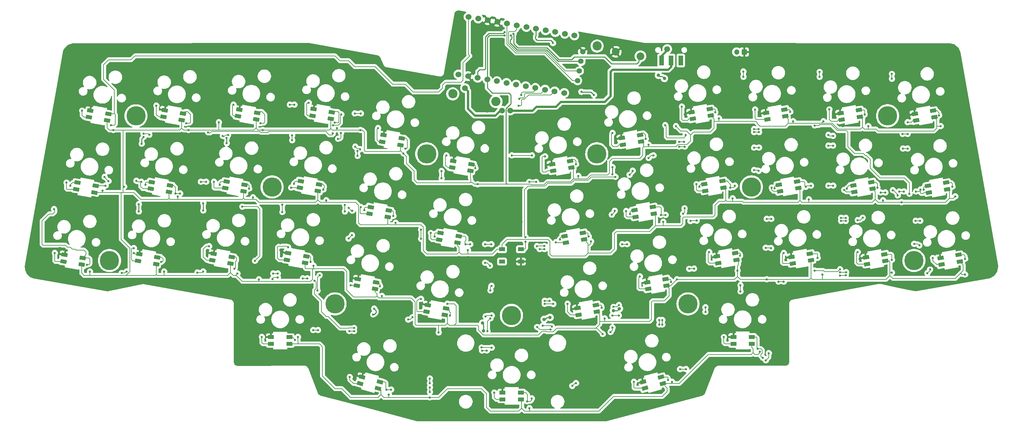
<source format=gtl>
G04 #@! TF.GenerationSoftware,KiCad,Pcbnew,7.0.1*
G04 #@! TF.CreationDate,2025-01-08T11:43:02+07:00*
G04 #@! TF.ProjectId,reviung41,72657669-756e-4673-9431-2e6b69636164,1.4*
G04 #@! TF.SameCoordinates,PX2faf080PY2faf080*
G04 #@! TF.FileFunction,Copper,L1,Top*
G04 #@! TF.FilePolarity,Positive*
%FSLAX46Y46*%
G04 Gerber Fmt 4.6, Leading zero omitted, Abs format (unit mm)*
G04 Created by KiCad (PCBNEW 7.0.1) date 2025-01-08 11:43:02*
%MOMM*%
%LPD*%
G01*
G04 APERTURE LIST*
G04 Aperture macros list*
%AMRotRect*
0 Rectangle, with rotation*
0 The origin of the aperture is its center*
0 $1 length*
0 $2 width*
0 $3 Rotation angle, in degrees counterclockwise*
0 Add horizontal line*
21,1,$1,$2,0,0,$3*%
G04 Aperture macros list end*
G04 #@! TA.AperFunction,ComponentPad*
%ADD10R,1.350000X1.350000*%
G04 #@! TD*
G04 #@! TA.AperFunction,ComponentPad*
%ADD11O,1.350000X1.350000*%
G04 #@! TD*
G04 #@! TA.AperFunction,SMDPad,CuDef*
%ADD12R,1.200000X2.500000*%
G04 #@! TD*
G04 #@! TA.AperFunction,ComponentPad*
%ADD13C,1.524000*%
G04 #@! TD*
G04 #@! TA.AperFunction,SMDPad,CuDef*
%ADD14R,1.500000X1.000000*%
G04 #@! TD*
G04 #@! TA.AperFunction,WasherPad*
%ADD15C,5.000000*%
G04 #@! TD*
G04 #@! TA.AperFunction,WasherPad*
%ADD16C,2.400000*%
G04 #@! TD*
G04 #@! TA.AperFunction,SMDPad,CuDef*
%ADD17RotRect,1.600000X1.000000X350.000000*%
G04 #@! TD*
G04 #@! TA.AperFunction,SMDPad,CuDef*
%ADD18RotRect,1.600000X1.000000X10.000000*%
G04 #@! TD*
G04 #@! TA.AperFunction,SMDPad,CuDef*
%ADD19R,1.600000X1.000000*%
G04 #@! TD*
G04 #@! TA.AperFunction,ComponentPad*
%ADD20C,1.400000*%
G04 #@! TD*
G04 #@! TA.AperFunction,SMDPad,CuDef*
%ADD21RotRect,1.600000X1.000000X345.000000*%
G04 #@! TD*
G04 #@! TA.AperFunction,SMDPad,CuDef*
%ADD22RotRect,1.600000X1.000000X15.000000*%
G04 #@! TD*
G04 #@! TA.AperFunction,ComponentPad*
%ADD23C,2.000000*%
G04 #@! TD*
G04 #@! TA.AperFunction,ViaPad*
%ADD24C,0.600000*%
G04 #@! TD*
G04 #@! TA.AperFunction,ViaPad*
%ADD25C,1.500000*%
G04 #@! TD*
G04 #@! TA.AperFunction,ViaPad*
%ADD26C,0.900000*%
G04 #@! TD*
G04 #@! TA.AperFunction,Conductor*
%ADD27C,0.600000*%
G04 #@! TD*
G04 #@! TA.AperFunction,Conductor*
%ADD28C,0.200000*%
G04 #@! TD*
G04 #@! TA.AperFunction,Conductor*
%ADD29C,0.254000*%
G04 #@! TD*
G04 APERTURE END LIST*
D10*
X155215998Y-10960001D03*
D11*
X153215998Y-10960001D03*
D12*
X138682000Y-13202000D03*
X136182000Y-13202000D03*
X133682000Y-13202000D03*
D13*
X83513659Y-1810156D03*
X86015071Y-2251222D03*
X88516482Y-2692289D03*
X91017894Y-3133355D03*
X93519306Y-3574421D03*
X96020718Y-4015488D03*
X98522129Y-4456554D03*
X101023541Y-4897621D03*
X103524953Y-5338687D03*
X106026364Y-5779753D03*
X108527776Y-6220820D03*
X111029188Y-6661886D03*
X108386262Y-21650660D03*
X105884851Y-21209594D03*
X103383439Y-20768527D03*
X100882027Y-20327461D03*
X98380616Y-19886395D03*
X95879204Y-19445328D03*
X93377792Y-19004262D03*
X90876381Y-18563195D03*
X88374969Y-18122129D03*
X85873557Y-17681063D03*
X83372146Y-17239996D03*
X80870734Y-16798930D03*
D14*
X92220000Y-62320000D03*
X92220000Y-65520000D03*
X97120000Y-65520000D03*
X97120000Y-62320000D03*
D15*
X-2990000Y-27590000D03*
X-9870000Y-65240000D03*
X32400000Y-46100000D03*
X48770000Y-76530000D03*
X94660000Y-79530000D03*
X140560000Y-76530000D03*
X157050000Y-46090000D03*
X199320000Y-65240000D03*
X192470000Y-27580000D03*
X116840000Y-37480000D03*
X72620000Y-37480000D03*
D16*
X116930000Y-9420000D03*
X90630000Y-23860000D03*
X79390000Y-21860000D03*
D17*
X72589454Y-78571394D03*
X72893339Y-76847980D03*
X77620416Y-77681491D03*
X77316531Y-79404905D03*
D18*
X123663469Y-35104905D03*
X123359584Y-33381491D03*
X128086661Y-32547980D03*
X128390546Y-34271394D03*
X148413469Y-65904905D03*
X148109584Y-64181491D03*
X152836661Y-63347980D03*
X153140546Y-65071394D03*
D17*
X54439454Y-71811394D03*
X54743339Y-70087980D03*
X59470416Y-70921491D03*
X59166531Y-72644905D03*
X-15190546Y-27961394D03*
X-14886661Y-26237980D03*
X-10159584Y-27071491D03*
X-10463469Y-28794905D03*
X20239454Y-46411394D03*
X20543339Y-44687980D03*
X25270416Y-45521491D03*
X24966531Y-47244905D03*
X-2440546Y-65321394D03*
X-2136661Y-63597980D03*
X2590416Y-64431491D03*
X2286531Y-66154905D03*
X39599454Y-46301394D03*
X39903339Y-44577980D03*
X44630416Y-45411491D03*
X44326531Y-47134905D03*
D18*
X203233469Y-47524905D03*
X202929584Y-45801491D03*
X207656661Y-44967980D03*
X207960546Y-46691394D03*
X126953469Y-53874905D03*
X126649584Y-52151491D03*
X131376661Y-51317980D03*
X131680546Y-53041394D03*
D19*
X152370000Y-86925000D03*
X152370000Y-85175000D03*
X157170000Y-85175000D03*
X157170000Y-86925000D03*
D18*
X206523469Y-66314905D03*
X206219584Y-64591491D03*
X210946661Y-63757980D03*
X211250546Y-65481394D03*
X187153469Y-66174905D03*
X186849584Y-64451491D03*
X191576661Y-63617980D03*
X191880546Y-65341394D03*
X161183469Y-28504905D03*
X160879584Y-26781491D03*
X165606661Y-25947980D03*
X165910546Y-27671394D03*
D17*
X16899454Y-65211394D03*
X17203339Y-63487980D03*
X21930416Y-64321491D03*
X21626531Y-66044905D03*
D18*
X141793469Y-28364905D03*
X141489584Y-26641491D03*
X146216661Y-25807980D03*
X146520546Y-27531394D03*
X108783469Y-60614905D03*
X108479584Y-58891491D03*
X113206661Y-58057980D03*
X113510546Y-59781394D03*
X167803469Y-66014905D03*
X167499584Y-64291491D03*
X172226661Y-63457980D03*
X172530546Y-65181394D03*
X183843469Y-47404905D03*
X183539584Y-45681491D03*
X188266661Y-44847980D03*
X188570546Y-46571394D03*
X180553469Y-28634905D03*
X180249584Y-26911491D03*
X184976661Y-26077980D03*
X185280546Y-27801394D03*
D17*
X839454Y-46571394D03*
X1143339Y-44847980D03*
X5870416Y-45681491D03*
X5566531Y-47404905D03*
D20*
X111850000Y-18400000D03*
X112291067Y-15898588D03*
X112732133Y-13397176D03*
X113173200Y-10895764D03*
D19*
X92320000Y-101375000D03*
X92320000Y-99625000D03*
X97120000Y-99625000D03*
X97120000Y-101375000D03*
D17*
X79239454Y-41051394D03*
X79543339Y-39327980D03*
X84270416Y-40161491D03*
X83966531Y-41884905D03*
X36284074Y-65059765D03*
X36587959Y-63336351D03*
X41315036Y-64169862D03*
X41011151Y-65893276D03*
D18*
X145083469Y-47104905D03*
X144779584Y-45381491D03*
X149506661Y-44547980D03*
X149810546Y-46271394D03*
X112133469Y-79384905D03*
X111829584Y-77661491D03*
X116556661Y-76827980D03*
X116860546Y-78551394D03*
D17*
X-21840546Y-65481394D03*
X-21536661Y-63757980D03*
X-16809584Y-64591491D03*
X-17113469Y-66314905D03*
X61069454Y-34341394D03*
X61373339Y-32617980D03*
X66100416Y-33451491D03*
X65796531Y-35174905D03*
X57749454Y-53081394D03*
X58053339Y-51357980D03*
X62780416Y-52191491D03*
X62476531Y-53914905D03*
D21*
X55334068Y-97251493D03*
X55787001Y-95561123D03*
X60423445Y-96803455D03*
X59970512Y-98493825D03*
D18*
X164513469Y-47244905D03*
X164209584Y-45521491D03*
X168936661Y-44687980D03*
X169240546Y-46411394D03*
D17*
X23549454Y-27691394D03*
X23853339Y-25967980D03*
X28580416Y-26801491D03*
X28276531Y-28524905D03*
X42919454Y-27551394D03*
X43223339Y-25827980D03*
X47950416Y-26661491D03*
X47646531Y-28384905D03*
D22*
X129361749Y-98488943D03*
X128908816Y-96798573D03*
X133545260Y-95556241D03*
X133998193Y-97246611D03*
D18*
X130263469Y-72624905D03*
X129959584Y-70901491D03*
X134686661Y-70067980D03*
X134990546Y-71791394D03*
D17*
X4199454Y-27851394D03*
X4503339Y-26127980D03*
X9230416Y-26961491D03*
X8926531Y-28684905D03*
X75899454Y-59801394D03*
X76203339Y-58077980D03*
X80930416Y-58911491D03*
X80626531Y-60634905D03*
X-18520546Y-46691394D03*
X-18216661Y-44967980D03*
X-13489584Y-45801491D03*
X-13793469Y-47524905D03*
D18*
X105513469Y-41884905D03*
X105209584Y-40161491D03*
X109936661Y-39327980D03*
X110240546Y-41051394D03*
X199893469Y-28794905D03*
X199589584Y-27071491D03*
X204316661Y-26237980D03*
X204620546Y-27961394D03*
D19*
X32130000Y-86945000D03*
X32130000Y-85195000D03*
X36930000Y-85195000D03*
X36930000Y-86945000D03*
D23*
X128200625Y-12064357D03*
X121799375Y-10935643D03*
D24*
X93256000Y-23406000D03*
X173012000Y-10706000D03*
X109512000Y-10198000D03*
X109258000Y-14516000D03*
X100622000Y-15532000D03*
X125260000Y-9182000D03*
X116123061Y-15038794D03*
X118656000Y-21120000D03*
X123990000Y-21374000D03*
X97320000Y-43218000D03*
X89954000Y-36106000D03*
X104178000Y-30010000D03*
X80810000Y-24930000D03*
X85636000Y-21120000D03*
X90462000Y-12484000D03*
D25*
X82588000Y-20358000D03*
X92179500Y-26200000D03*
X94332500Y-26200000D03*
X135166000Y-10198000D03*
D24*
X97201500Y-22136000D03*
X139738000Y-35598000D03*
X157752071Y-35852000D03*
X138295071Y-35598000D03*
X197671071Y-36106000D03*
X177082071Y-35344000D03*
X178281071Y-35344000D03*
X99289997Y-44804003D03*
X101065003Y-44806997D03*
X159042000Y-35852000D03*
X196472071Y-36106000D03*
X180392071Y-54140000D03*
X123475071Y-60998000D03*
X124752000Y-60998000D03*
X96720500Y-23152000D03*
X162241071Y-54394000D03*
X161042071Y-54394000D03*
X142827989Y-54884120D03*
X200961071Y-54902000D03*
X103248071Y-62268000D03*
X101995071Y-62268000D03*
X181591071Y-54140000D03*
X199762071Y-54902000D03*
X141199997Y-54964003D03*
X52489577Y-83604000D03*
X88261500Y-88684000D03*
X89206105Y-73027500D03*
X89192000Y-80302000D03*
X88430000Y-83604000D03*
X96542902Y-24945098D03*
X89476373Y-71828500D03*
X53742577Y-83604000D03*
X87008500Y-88684000D03*
X-9451500Y-30010000D03*
X78016000Y-76492000D03*
X28994000Y-70142000D03*
X66586000Y-37376000D03*
X43218000Y-66586000D03*
X136436000Y-96812000D03*
X73444000Y-97151500D03*
X130340000Y-35090000D03*
X73444000Y-100876000D03*
X206286000Y-30264000D03*
X137706000Y-70142000D03*
X46520000Y-49568000D03*
X64554000Y-55410000D03*
X191300000Y-49568000D03*
X152184000Y-49060000D03*
X39154000Y-85128000D03*
X23406000Y-68618000D03*
X134150000Y-55156000D03*
X175806000Y-28994000D03*
X-11646000Y-47028000D03*
X55410000Y-31280000D03*
X7912000Y-48552000D03*
X99352000Y-103670000D03*
X118910000Y-80302000D03*
X10706000Y-31280000D03*
X62776000Y-100114000D03*
X210096000Y-48552000D03*
X-6058000Y-46012000D03*
X112052000Y-43218000D03*
X18580000Y-29248000D03*
X118402000Y-84366000D03*
X4356000Y-68110000D03*
X159296000Y-88938000D03*
X175552000Y-68872000D03*
X92919806Y-6642000D03*
X167932000Y-28994000D03*
X75730000Y-83976500D03*
X-8852000Y-31280000D03*
X115354000Y-60236000D03*
X73444000Y-98244500D03*
X187490000Y-30264000D03*
X137452000Y-30264000D03*
X193586000Y-68364000D03*
X161074000Y-70142000D03*
X-14948000Y-68110000D03*
X27470000Y-48806000D03*
X83350000Y-62522000D03*
X73444000Y-99443500D03*
X85890000Y-45404003D03*
X94518806Y-6642000D03*
X196126000Y-50076000D03*
X49314000Y-30772000D03*
X60998000Y-74460000D03*
X148628000Y-28232000D03*
X153454000Y-67856000D03*
X171996000Y-49314000D03*
X73444000Y-95952500D03*
X212636000Y-68872000D03*
X30010000Y-31280000D03*
X148628000Y-87922000D03*
X187490000Y-49060000D03*
X203746000Y-66586000D03*
X145072000Y-83350000D03*
X53378000Y-30264000D03*
X62776000Y-81826000D03*
X-15456000Y-30010000D03*
X60744000Y-42202000D03*
X15532000Y-63030000D03*
X-22071489Y-42257675D03*
X85890000Y-66840000D03*
X76746000Y-67094000D03*
X23660000Y-22898000D03*
X139230000Y-65062000D03*
X4356000Y-30264000D03*
X73952000Y-55918000D03*
X84366000Y-94780000D03*
X142278000Y-30264000D03*
X158788000Y-71412000D03*
X55664000Y-28232000D03*
X65062000Y-96558000D03*
X171234000Y-21882000D03*
X64046000Y-70396000D03*
X88430000Y-26454000D03*
X174790000Y-44234000D03*
X173774000Y-28232000D03*
X162852000Y-43218000D03*
X157772000Y-59728000D03*
X11214000Y-65062000D03*
X165900000Y-65062000D03*
X80302000Y-29248000D03*
X68872000Y-52362000D03*
X137198000Y-24676000D03*
X-22568000Y-67348000D03*
X175044000Y-47790000D03*
X46266000Y-52108000D03*
X144564000Y-65824000D03*
X68872000Y-77254000D03*
X174536000Y-41694000D03*
X101384000Y-67602000D03*
X193586000Y-41186000D03*
X34582000Y-62522000D03*
X12484000Y-34328000D03*
X72428000Y-73698000D03*
X130848000Y-13500000D03*
X166408000Y-67602000D03*
X145326000Y-49314000D03*
X141770000Y-71412000D03*
X198920000Y-30518000D03*
X128562000Y-67602000D03*
X192824000Y-60744000D03*
X-7836000Y-42964000D03*
X94780000Y-69634000D03*
X176314000Y-24930000D03*
X53124000Y-78016000D03*
X97320000Y-55156000D03*
X166154000Y-52362000D03*
X146596000Y-60744000D03*
X200952000Y-34074000D03*
X100114000Y-56172000D03*
X132626000Y-57188000D03*
X204762000Y-62776000D03*
X103416000Y-27216000D03*
X94526000Y-87160000D03*
X55918000Y-57442000D03*
X50584000Y-57188000D03*
X97574000Y-28232000D03*
X-13932000Y-33566000D03*
X13246000Y-32550000D03*
X198412000Y-18072000D03*
X-4280000Y-42710000D03*
X-3518000Y-63284000D03*
X150914000Y-30518000D03*
X146596000Y-71666000D03*
X57950000Y-26708000D03*
X158534000Y-14516000D03*
X185458000Y-60998000D03*
X51854000Y-25946000D03*
X126530000Y-86906000D03*
X114592000Y-41186000D03*
X110782000Y-67348000D03*
X11722000Y-42710000D03*
X204762000Y-68110000D03*
X134912000Y-36868000D03*
X18056650Y-53421172D03*
X166154000Y-60998000D03*
X97574000Y-74714000D03*
X171234000Y-25438000D03*
X52729594Y-25946000D03*
X105448000Y-58204000D03*
X80302000Y-92240000D03*
X198158000Y-23914000D03*
X16802000Y-42964000D03*
X198920000Y-52616000D03*
X163106000Y-73698000D03*
X165900000Y-80302000D03*
X190284000Y-22390000D03*
X34582000Y-27470000D03*
X122974000Y-98590000D03*
X123990000Y-39916000D03*
X-22731740Y-61995825D03*
X98844000Y-97066000D03*
X180886000Y-30264000D03*
X178854000Y-23660000D03*
X79286000Y-43472000D03*
X57442000Y-75476000D03*
X11722000Y-34328000D03*
X58458000Y-35598000D03*
X167424000Y-32042000D03*
X172758000Y-32550000D03*
X48044000Y-83096000D03*
X16802000Y-48044000D03*
X12484000Y-32550000D03*
X136690000Y-48806000D03*
X178854000Y-25946000D03*
X83096000Y-77254000D03*
X124498000Y-50330000D03*
X137198000Y-94780000D03*
X38000Y-42202000D03*
X136182000Y-78778000D03*
X51346000Y-46266000D03*
X160820000Y-48806000D03*
X16802000Y-67348000D03*
X21374000Y-54394000D03*
X145580000Y-72682000D03*
X88684000Y-97574000D03*
X181902000Y-43726000D03*
X37376000Y-41694000D03*
X119164000Y-56934000D03*
X105194000Y-48044000D03*
X143294000Y-33820000D03*
X73444000Y-18834000D03*
X9690000Y-63030000D03*
X126784000Y-75222000D03*
X100114000Y-48552000D03*
X151168000Y-82588000D03*
X90462000Y-41440000D03*
X195872000Y-30264000D03*
X72174000Y-84366000D03*
X13246000Y-34328000D03*
X183426000Y-34074000D03*
X42964000Y-88684000D03*
X43218000Y-10452000D03*
X125006000Y-82588000D03*
X187490000Y-52616000D03*
X34582000Y-60744000D03*
X71666000Y-80048000D03*
X159550000Y-23406000D03*
X56426000Y-30264000D03*
X184950000Y-67348000D03*
X126530000Y-80048000D03*
X50076000Y-92748000D03*
X141262000Y-43726000D03*
X83350000Y-64300000D03*
X149390000Y-51092000D03*
X139738000Y-27216000D03*
X4610000Y-23152000D03*
X65395355Y-76800199D03*
X185204000Y-64808000D03*
X160058000Y-83350000D03*
X85382000Y-57696000D03*
X183426000Y-52108000D03*
X11722000Y-32550000D03*
X185204000Y-51092000D03*
X151930000Y-25946000D03*
X212636000Y-42964000D03*
X178600000Y-60490000D03*
X118656000Y-54902000D03*
X127800000Y-95288000D03*
X195618000Y-34074000D03*
X41440000Y-84874000D03*
X53378000Y-67856000D03*
X150660000Y-74460000D03*
X127546000Y-56426000D03*
X54140000Y-23152000D03*
X179108000Y-14770000D03*
X42964000Y-22898000D03*
X11722000Y-47790000D03*
X65550012Y-73130607D03*
X17310000Y-60490000D03*
X34328000Y-41694000D03*
X5372000Y-33566000D03*
X179108000Y-52108000D03*
X70650000Y-31534000D03*
X107226000Y-97320000D03*
X151676000Y-21882000D03*
X12738000Y-29248000D03*
X120942000Y-42801500D03*
X-2248000Y-52480500D03*
X116116000Y-22136000D03*
X58712000Y-79286000D03*
X105448000Y-8657500D03*
X-978000Y-33058000D03*
X58966000Y-77762000D03*
X120942000Y-40932000D03*
X-1486000Y-34836000D03*
X112829736Y-21329396D03*
X-2248000Y-50584000D03*
D26*
X104700500Y-80048000D03*
D24*
X20612000Y-34700500D03*
D26*
X87414000Y-83564500D03*
D24*
X14516000Y-52226500D03*
X20612000Y-33312000D03*
D26*
X122734500Y-77762000D03*
X132880000Y-17041500D03*
X87160000Y-81557500D03*
D24*
X14516000Y-50330000D03*
D26*
X103147500Y-80556000D03*
X134445069Y-17859069D03*
X121181500Y-78270000D03*
D24*
X37630000Y-33938500D03*
X37630000Y-32685500D03*
X102778971Y-82204971D03*
X154978000Y-17428500D03*
X154978000Y-16040000D03*
X35090000Y-50675500D03*
X105196753Y-82455253D03*
X35090000Y-52616000D03*
X54648000Y-38002500D03*
X54648000Y-36749500D03*
X52299997Y-59536003D03*
X174790000Y-17428500D03*
X53186003Y-58649997D03*
X174790000Y-16175500D03*
X133896000Y-80718500D03*
X120877500Y-79540000D03*
X89056500Y-66586000D03*
X122584500Y-79540000D03*
X133896000Y-81917500D03*
X104550500Y-75730000D03*
X87803500Y-65824000D03*
X103297500Y-75730000D03*
X133096497Y-80718500D03*
X193586000Y-16683500D03*
X76492000Y-43844500D03*
X101341089Y-82545089D03*
X133096497Y-81917500D03*
X181591071Y-69066975D03*
X71158000Y-57188000D03*
X145114911Y-78609500D03*
X120434000Y-83868500D03*
X145089532Y-77410500D03*
X104839762Y-83199466D03*
X71158000Y-59592500D03*
X120942000Y-82669500D03*
X193586000Y-17936500D03*
X76492000Y-41948000D03*
X180124000Y-69126000D03*
X92919806Y-5842497D03*
X95201250Y-6225500D03*
X15786000Y-31879500D03*
X48193221Y-32177500D03*
X48259805Y-30072240D03*
X50421500Y-27216000D03*
X53902500Y-26962000D03*
X55501500Y-26962000D03*
X-11138000Y-43472000D03*
X-10122000Y-44579500D03*
X27978000Y-65316000D03*
X24676000Y-51227500D03*
X41610651Y-69888000D03*
X40411651Y-69888000D03*
X33911500Y-68618000D03*
X32712500Y-68618000D03*
X53742577Y-82804497D03*
X43472000Y-70493500D03*
X89537500Y-87936105D03*
X86901915Y-87891633D03*
X138484500Y-93510000D03*
X154216000Y-73281500D03*
X161582000Y-89354500D03*
X154216000Y-71682500D03*
X160820000Y-91224000D03*
X140083500Y-93510000D03*
X184696000Y-54739500D03*
X173520000Y-67856000D03*
X164122000Y-70741500D03*
X180377310Y-54939367D03*
X180124000Y-67526994D03*
X181591071Y-54939503D03*
X165483500Y-70741500D03*
X186008911Y-54097089D03*
X193840000Y-46936500D03*
X195110000Y-48298000D03*
X173520000Y-30101500D03*
X198158000Y-47881500D03*
X134658000Y-30010000D03*
X159045803Y-31819870D03*
X157752071Y-31825503D03*
X139948071Y-32550000D03*
X98336000Y-59128500D03*
X130340500Y-38574462D03*
X125389839Y-42925661D03*
X121704000Y-43472000D03*
X131610000Y-37884000D03*
X126191911Y-41863911D03*
X98336000Y-60327500D03*
X-16980000Y-26237980D03*
X-1021252Y-32215245D03*
X481003Y-32485003D03*
X10106500Y-29502000D03*
X-24279797Y-51854000D03*
X-15710000Y-66332000D03*
X-21044000Y-44967980D03*
X-20028000Y-45758000D03*
X-2874500Y-44488000D03*
X-1621500Y-44742000D03*
X-10884000Y-45758000D03*
X-24092000Y-63284000D03*
X-6684500Y-68515382D03*
X-5431500Y-68110000D03*
X3601686Y-65565890D03*
X-470000Y-45504000D03*
X8511500Y-47790000D03*
X7312500Y-47790000D03*
X17310000Y-44742000D03*
X13889500Y-44742000D03*
X15278000Y-44742000D03*
X29410500Y-29502000D03*
X19596000Y-32804000D03*
X2324000Y-24930000D03*
X20984500Y-32596903D03*
X14524003Y-68099500D03*
X12992000Y-68364000D03*
X-3518000Y-62014000D03*
X22644000Y-67348000D03*
X18834000Y-45504000D03*
X26454000Y-46520000D03*
X37376000Y-46266000D03*
X38229500Y-24676000D03*
X22390000Y-24676000D03*
X48677980Y-29390819D03*
X37030500Y-24676000D03*
X42456000Y-65570000D03*
X32550000Y-70050500D03*
X16040000Y-61506000D03*
X33911500Y-69634000D03*
X38138000Y-45250000D03*
X55501500Y-51346000D03*
X53293911Y-52277911D03*
X52319089Y-51557089D03*
X45758000Y-46774000D03*
X54048500Y-35598000D03*
X55282470Y-36263031D03*
X67094000Y-36106000D03*
X41948000Y-24168000D03*
X36587959Y-61786041D03*
X60498772Y-71930111D03*
X149898000Y-85175000D03*
X135420000Y-96304000D03*
X160058000Y-90553500D03*
X202814089Y-68533911D03*
X158696500Y-88176000D03*
X203534911Y-67559089D03*
X204254000Y-64591491D03*
X56426000Y-52108000D03*
X73698000Y-58077980D03*
X63954500Y-53632000D03*
X59982000Y-30772000D03*
X85290500Y-41186000D03*
X52870000Y-71666000D03*
X78686500Y-79540000D03*
X68914911Y-80005089D03*
X67813089Y-80598911D03*
X99951500Y-101130000D03*
X98752500Y-101892000D03*
X126530000Y-96798573D03*
X110485089Y-97870911D03*
X111459911Y-97150089D03*
X99978071Y-37884000D03*
X77762000Y-37884000D03*
X111452500Y-40170000D03*
X94780000Y-37884000D03*
X74714000Y-58966000D03*
X106210000Y-60490000D03*
X87803500Y-60998000D03*
X101292500Y-61506000D03*
X82750500Y-60998000D03*
X89456500Y-60998000D03*
X103248071Y-61468497D03*
X83949500Y-60998000D03*
X71158000Y-75222000D03*
X89537500Y-79540000D03*
X103297500Y-76529503D03*
X87922000Y-79794000D03*
X105536210Y-76554731D03*
X118105089Y-77550911D03*
X90208000Y-99625000D03*
X63375500Y-98844000D03*
X62176500Y-98844000D03*
X103416000Y-38138000D03*
X129585481Y-33564681D03*
X107268911Y-59770911D03*
X124498000Y-52362000D03*
X121512003Y-52299997D03*
X120751372Y-53311378D03*
X114754500Y-58966000D03*
X109258000Y-76492000D03*
X121199565Y-77320669D03*
X136139089Y-70861089D03*
X122584500Y-76824421D03*
X52616000Y-95561123D03*
X38392000Y-85890000D03*
X125514000Y-53124000D03*
X139294997Y-53059003D03*
X133550500Y-53378000D03*
X134749500Y-53378000D03*
X139673003Y-51664997D03*
X142786000Y-45381491D03*
X139548071Y-34328000D03*
X120942000Y-32042000D03*
X138295071Y-34328000D03*
X147669769Y-26679581D03*
X128054000Y-69380000D03*
X140889500Y-67412997D03*
X154101399Y-64013471D03*
X142142500Y-67348000D03*
X143548000Y-46012000D03*
X162344000Y-46266000D03*
X151584500Y-46266000D03*
X158951071Y-41905089D03*
X152783500Y-45758000D03*
X157752071Y-41694000D03*
X157752071Y-31026000D03*
X167170000Y-26547480D03*
X138976000Y-25184000D03*
X158951071Y-31026000D03*
X162181500Y-62014000D03*
X174282000Y-64554000D03*
X160777089Y-61922500D03*
X146088000Y-63030000D03*
X163118412Y-46464716D03*
X172532209Y-45743895D03*
X178346000Y-45758000D03*
X171191089Y-46054911D03*
X181186903Y-46877548D03*
X177082071Y-45758000D03*
X186496183Y-27212089D03*
X158026000Y-25946000D03*
X177082071Y-32550000D03*
X178281071Y-32804000D03*
X181703133Y-68275365D03*
X193586000Y-65062000D03*
X180124000Y-68326497D03*
X165483500Y-63284000D03*
X181902000Y-46520000D03*
X196725500Y-47282000D03*
X190700500Y-47536000D03*
X191899500Y-47536000D03*
X199844500Y-47282000D03*
X201043500Y-46774000D03*
X189834427Y-46255698D03*
X195526500Y-47282000D03*
X196380000Y-32296000D03*
X197671071Y-32296000D03*
X177344105Y-25917791D03*
X205851172Y-27457098D03*
X184696000Y-63030000D03*
X199385089Y-60906500D03*
X212636000Y-64808000D03*
X200740911Y-61294911D03*
X209334000Y-46012000D03*
X197671071Y-29248000D03*
X201843003Y-46774000D03*
X43099500Y-83350000D03*
X44234000Y-73054500D03*
X49568000Y-33566000D03*
X44352500Y-83350000D03*
X29756000Y-85128000D03*
X51346000Y-50746500D03*
X50330000Y-32042000D03*
X51343247Y-52483253D03*
X44784911Y-69083089D03*
D27*
X83350000Y-21120000D02*
X82588000Y-20358000D01*
X83350000Y-25692000D02*
X83350000Y-21120000D01*
X85128000Y-27470000D02*
X83350000Y-25692000D01*
X90462000Y-27470000D02*
X86398000Y-27470000D01*
X91224000Y-26708000D02*
X90462000Y-27470000D01*
X91732000Y-26200000D02*
X91224000Y-26708000D01*
X92179500Y-26200000D02*
X91732000Y-26200000D01*
X100114000Y-26200000D02*
X94332500Y-26200000D01*
X101130000Y-25184000D02*
X100114000Y-26200000D01*
X103670000Y-25184000D02*
X101130000Y-25184000D01*
X106718000Y-24676000D02*
X106210000Y-25184000D01*
X118910000Y-23914000D02*
X117894000Y-23914000D01*
X106210000Y-25184000D02*
X103670000Y-25184000D01*
X120180000Y-22644000D02*
X118910000Y-23914000D01*
X120434000Y-16040000D02*
X120434000Y-22390000D01*
X86398000Y-27470000D02*
X85128000Y-27470000D01*
X120434000Y-22390000D02*
X120180000Y-22644000D01*
X135420000Y-15532000D02*
X133896000Y-15532000D01*
X133896000Y-15532000D02*
X120942000Y-15532000D01*
X135674000Y-15278000D02*
X135420000Y-15532000D01*
X136182000Y-14770000D02*
X135674000Y-15278000D01*
X107480000Y-23914000D02*
X106718000Y-24676000D01*
X136182000Y-13202000D02*
X136182000Y-14770000D01*
X117894000Y-23914000D02*
X107480000Y-23914000D01*
X120942000Y-15532000D02*
X120434000Y-16040000D01*
X133682000Y-11936000D02*
X133682000Y-13202000D01*
X135166000Y-10198000D02*
X135166000Y-10452000D01*
X135166000Y-10452000D02*
X133682000Y-11936000D01*
D28*
X178281071Y-35344000D02*
X177082071Y-35344000D01*
X97201500Y-21746500D02*
X97574000Y-21374000D01*
X159042000Y-35852000D02*
X157752071Y-35852000D01*
X99292991Y-44806997D02*
X99289997Y-44804003D01*
X139738000Y-35598000D02*
X138295071Y-35598000D01*
X97574000Y-21374000D02*
X100368000Y-21374000D01*
X100882027Y-20859973D02*
X100882027Y-20327461D01*
X197671071Y-36106000D02*
X196472071Y-36106000D01*
X101065003Y-44806997D02*
X99292991Y-44806997D01*
X97201500Y-22136000D02*
X97201500Y-21746500D01*
X100368000Y-21374000D02*
X100882027Y-20859973D01*
X96720500Y-23152000D02*
X96720500Y-22989500D01*
X98190000Y-21774000D02*
X102377966Y-21774000D01*
X98082000Y-21882000D02*
X98190000Y-21774000D01*
X162241071Y-54394000D02*
X161042071Y-54394000D01*
X97828000Y-22898000D02*
X98082000Y-22644000D01*
X141279880Y-54884120D02*
X141199997Y-54964003D01*
X96812000Y-22898000D02*
X97828000Y-22898000D01*
X142827989Y-54884120D02*
X141279880Y-54884120D01*
X96720500Y-22989500D02*
X96812000Y-22898000D01*
X181591071Y-54140000D02*
X180392071Y-54140000D01*
X103248071Y-62268000D02*
X101995071Y-62268000D01*
X124752000Y-60998000D02*
X123475071Y-60998000D01*
X200961071Y-54902000D02*
X199762071Y-54902000D01*
X102377966Y-21774000D02*
X103383439Y-20768527D01*
X98082000Y-22644000D02*
X98082000Y-21882000D01*
X88261500Y-88684000D02*
X87008500Y-88684000D01*
X88430000Y-81064000D02*
X88430000Y-83604000D01*
X99117686Y-22174000D02*
X104920445Y-22174000D01*
X96558000Y-24930000D02*
X97066000Y-24930000D01*
X53742577Y-83604000D02*
X52489577Y-83604000D01*
X89206105Y-73027500D02*
X89206105Y-72098768D01*
X89192000Y-80302000D02*
X88430000Y-81064000D01*
X104920445Y-22174000D02*
X105884851Y-21209594D01*
X97993686Y-23298000D02*
X99117686Y-22174000D01*
X89206105Y-72098768D02*
X89476373Y-71828500D01*
X96542902Y-24945098D02*
X96558000Y-24930000D01*
X97428000Y-23298000D02*
X97993686Y-23298000D01*
X97320000Y-24676000D02*
X97320000Y-23406000D01*
X97320000Y-23406000D02*
X97428000Y-23298000D01*
X97066000Y-24930000D02*
X97320000Y-24676000D01*
X81572000Y-18834000D02*
X82080000Y-18326000D01*
X76746000Y-20358000D02*
X76746000Y-19596000D01*
X-11392000Y-18072000D02*
X-11392000Y-14262000D01*
X67094000Y-19342000D02*
X69126000Y-21374000D01*
X-11392000Y-14262000D02*
X-10122000Y-12992000D01*
X-8852000Y-26962000D02*
X-8961491Y-27071491D01*
X-8598000Y-26962000D02*
X-8598000Y-20866000D01*
X83858000Y-11976000D02*
X83513659Y-11631659D01*
X77508000Y-18834000D02*
X81572000Y-18834000D01*
X82080000Y-13754000D02*
X83858000Y-11976000D01*
X-10122000Y-12992000D02*
X-4280000Y-12992000D01*
X59220000Y-14770000D02*
X63792000Y-19342000D01*
X83513659Y-11631659D02*
X83513659Y-1810156D01*
X-8961491Y-27071491D02*
X-10159584Y-27071491D01*
X-8344000Y-29756000D02*
X-8344000Y-27216000D01*
X-9451500Y-30010000D02*
X-8598000Y-30010000D01*
X-8598000Y-26962000D02*
X-8852000Y-26962000D01*
X75730000Y-21374000D02*
X76746000Y-20358000D01*
X69126000Y-21374000D02*
X75730000Y-21374000D01*
X48806000Y-11976000D02*
X50076000Y-13246000D01*
X-4280000Y-12992000D02*
X-3264000Y-11976000D01*
X53886000Y-14770000D02*
X59220000Y-14770000D01*
X50076000Y-13246000D02*
X52362000Y-13246000D01*
X76746000Y-19596000D02*
X77508000Y-18834000D01*
X-8598000Y-20866000D02*
X-11392000Y-18072000D01*
X82080000Y-18326000D02*
X82080000Y-13754000D01*
X-8598000Y-30010000D02*
X-8344000Y-29756000D01*
X-3264000Y-11976000D02*
X48806000Y-11976000D01*
X-8344000Y-27216000D02*
X-8598000Y-26962000D01*
X52362000Y-13246000D02*
X53886000Y-14770000D01*
X63792000Y-19342000D02*
X67094000Y-19342000D01*
X-14948000Y-69126000D02*
X-14694000Y-69126000D01*
X136436000Y-96812000D02*
X136436000Y-97246611D01*
X59982000Y-100876000D02*
X60744000Y-100114000D01*
X153454000Y-69380000D02*
X153454000Y-67856000D01*
X21628000Y-68364000D02*
X21626531Y-68362531D01*
X59728000Y-74460000D02*
X59728000Y-73952000D01*
X88176000Y-103416000D02*
X89192000Y-104432000D01*
X136056606Y-71791394D02*
X137706000Y-70142000D01*
X118910000Y-80302000D02*
X118910000Y-81064000D01*
X103162000Y-45504000D02*
X103924000Y-44742000D01*
X120180000Y-39408000D02*
X120942000Y-38646000D01*
X106464000Y-82842000D02*
X116370000Y-82842000D01*
X55410000Y-31280000D02*
X55918000Y-31280000D01*
D29*
X94526000Y-22136000D02*
X94526000Y-24422000D01*
D28*
X48044000Y-31280000D02*
X49314000Y-31280000D01*
X147612000Y-50838000D02*
X148628000Y-49822000D01*
X73444000Y-98244500D02*
X73444000Y-99443500D01*
X128054000Y-38646000D02*
X128816000Y-37884000D01*
X110782000Y-43980000D02*
X112052000Y-43980000D01*
X133896000Y-100622000D02*
X135166000Y-99352000D01*
X78524000Y-82080000D02*
X79794000Y-82080000D01*
X161074000Y-70142000D02*
X172250000Y-70142000D01*
D29*
X94780000Y-6896000D02*
X94780000Y-7404000D01*
D28*
X62476531Y-55618531D02*
X62476531Y-53914905D01*
X52870000Y-100876000D02*
X59982000Y-100876000D01*
X185966000Y-30518000D02*
X186474000Y-31026000D01*
X66586000Y-37376000D02*
X67348000Y-38138000D01*
X175298000Y-29502000D02*
X178092000Y-29502000D01*
X115354000Y-42964000D02*
X119672000Y-42964000D01*
X138046542Y-34998000D02*
X140154000Y-34998000D01*
X51854000Y-68110000D02*
X51854000Y-72936000D01*
X139230000Y-54140000D02*
X139484000Y-53886000D01*
X-14948000Y-68110000D02*
X-14948000Y-69126000D01*
X211874000Y-68872000D02*
X211620000Y-68618000D01*
X46520000Y-49568000D02*
X46520000Y-50076000D01*
X28994000Y-70142000D02*
X28994000Y-70650000D01*
X85890000Y-82080000D02*
X86144000Y-82334000D01*
X-9868000Y-31280000D02*
X-8852000Y-31280000D01*
X210096000Y-48552000D02*
X209588000Y-49060000D01*
X169710000Y-49568000D02*
X169710000Y-46880848D01*
X174028000Y-70142000D02*
X172811092Y-70142000D01*
X4356000Y-68110000D02*
X4356000Y-69126000D01*
X78016000Y-81572000D02*
X78016000Y-80104374D01*
X158026000Y-89700000D02*
X157518000Y-89192000D01*
X134404000Y-75730000D02*
X135674000Y-74460000D01*
X39154000Y-86691000D02*
X39408000Y-86945000D01*
X-6820000Y-59728000D02*
X-6820000Y-47524905D01*
X5372000Y-49314000D02*
X5626000Y-49060000D01*
X-3529095Y-47524905D02*
X-1740000Y-49314000D01*
X167932000Y-29502000D02*
X175298000Y-29502000D01*
X55410000Y-55918000D02*
X62268000Y-55918000D01*
X157170000Y-87828000D02*
X157170000Y-86925000D01*
X47282000Y-31280000D02*
X47646531Y-30915469D01*
X103865466Y-83799466D02*
X105506534Y-83799466D01*
X28276531Y-30816531D02*
X28740000Y-31280000D01*
X44326531Y-49475469D02*
X44927062Y-50076000D01*
X62522000Y-55664000D02*
X62476531Y-55618531D01*
X24966531Y-49023469D02*
X25257062Y-49314000D01*
X121450000Y-62268000D02*
X121450000Y-58204000D01*
X43726000Y-50076000D02*
X44326531Y-49475469D01*
X118402000Y-84366000D02*
X116878000Y-82842000D01*
D29*
X88374969Y-7205031D02*
X88938000Y-6642000D01*
D28*
X27470000Y-49314000D02*
X28232000Y-49314000D01*
X2324000Y-68872000D02*
X2578000Y-69126000D01*
X129070000Y-34950848D02*
X128390546Y-34271394D01*
X96558000Y-104432000D02*
X97320000Y-103670000D01*
X120942000Y-38646000D02*
X128054000Y-38646000D01*
X117640000Y-81826000D02*
X117640000Y-81064000D01*
X10706000Y-31280000D02*
X18580000Y-31280000D01*
X60320687Y-98844000D02*
X59970512Y-98493825D01*
X172811092Y-70142000D02*
X172530546Y-69861454D01*
X187490000Y-30264000D02*
X187490000Y-31026000D01*
X2286531Y-68834531D02*
X2286531Y-66154905D01*
X166662000Y-28422848D02*
X165910546Y-27671394D01*
X18580000Y-29248000D02*
X18580000Y-31280000D01*
D29*
X88374969Y-20302969D02*
X89700000Y-21628000D01*
D28*
X97320000Y-101575000D02*
X97120000Y-101375000D01*
X140154000Y-34998000D02*
X140338000Y-34998000D01*
X-6820000Y-47524905D02*
X-6312000Y-47524905D01*
X73444000Y-95952500D02*
X73444000Y-97151500D01*
X114338000Y-43980000D02*
X115354000Y-42964000D01*
X104178000Y-59728000D02*
X104686000Y-60236000D01*
X139230000Y-55664000D02*
X139230000Y-54140000D01*
X43218000Y-66586000D02*
X43218000Y-67348000D01*
X130340000Y-35090000D02*
X130340000Y-35598000D01*
X56426000Y-36614000D02*
X56680000Y-36868000D01*
X104686000Y-60236000D02*
X104686000Y-63538000D01*
X60744000Y-98844000D02*
X60320687Y-98844000D01*
X185966000Y-28486848D02*
X185280546Y-27801394D01*
X158280000Y-28994000D02*
X158534000Y-29248000D01*
X186474000Y-31026000D02*
X187490000Y-31026000D01*
X178092000Y-29502000D02*
X179616000Y-31026000D01*
X204508000Y-31534000D02*
X205270000Y-30772000D01*
X83858000Y-44996000D02*
X84112000Y-44742000D01*
X81064000Y-63030000D02*
X81064000Y-61760000D01*
X131102000Y-75984000D02*
X131356000Y-75730000D01*
D29*
X93256000Y-25692000D02*
X93256000Y-45150003D01*
D28*
X191300000Y-50076000D02*
X196634000Y-50076000D01*
X86144000Y-83355161D02*
X87408839Y-84620000D01*
X169710000Y-49568000D02*
X170218000Y-50076000D01*
X83350000Y-62522000D02*
X83350000Y-63538000D01*
D29*
X94346306Y-7837694D02*
X94346306Y-8594750D01*
D28*
X79794000Y-82080000D02*
X85890000Y-82080000D01*
X99705997Y-45404003D02*
X99805994Y-45504000D01*
X134990546Y-71791394D02*
X136056606Y-71791394D01*
X121450000Y-58204000D02*
X121958000Y-57696000D01*
X49314000Y-30772000D02*
X49314000Y-31280000D01*
X154216000Y-70142000D02*
X161074000Y-70142000D01*
X-6058000Y-46012000D02*
X-6312000Y-46266000D01*
X157518000Y-89192000D02*
X157518000Y-88176000D01*
X79794000Y-76492000D02*
X80302000Y-77000000D01*
X56426000Y-31788000D02*
X56426000Y-36614000D01*
X8420000Y-31280000D02*
X8926531Y-30773469D01*
X141262000Y-32550000D02*
X142024000Y-31788000D01*
X49314000Y-31280000D02*
X55410000Y-31280000D01*
X196634000Y-50076000D02*
X207556000Y-50076000D01*
X193078000Y-69126000D02*
X193840000Y-69888000D01*
X165900000Y-30264000D02*
X166662000Y-29502000D01*
X132118000Y-56172000D02*
X134150000Y-56172000D01*
X171996000Y-50076000D02*
X188506000Y-50076000D01*
X21626531Y-68362531D02*
X22390000Y-69126000D01*
X80302000Y-77000000D02*
X80302000Y-81572000D01*
X-5550000Y-69126000D02*
X2070000Y-69126000D01*
X185966000Y-30518000D02*
X185966000Y-28486848D01*
X157518000Y-88176000D02*
X157170000Y-87828000D01*
X128816000Y-37884000D02*
X128816000Y-35852000D01*
X148628000Y-28994000D02*
X158280000Y-28994000D01*
X-17113469Y-66314905D02*
X-17113469Y-68484531D01*
X-6312000Y-47524905D02*
X-3529095Y-47524905D01*
X75730000Y-100876000D02*
X78016000Y-98590000D01*
X147612000Y-53378000D02*
X147612000Y-50838000D01*
X114592000Y-61252000D02*
X114592000Y-60862848D01*
X36930000Y-86945000D02*
X39408000Y-86945000D01*
X77508000Y-82080000D02*
X78016000Y-81572000D01*
X172530546Y-69861454D02*
X172250000Y-70142000D01*
X112052000Y-43980000D02*
X114338000Y-43980000D01*
X130340000Y-35598000D02*
X130086000Y-35598000D01*
X130594000Y-57696000D02*
X132118000Y-56172000D01*
X28740000Y-31280000D02*
X47282000Y-31280000D01*
X-13793469Y-47524905D02*
X-11646000Y-47524905D01*
D29*
X88374969Y-18122129D02*
X88374969Y-7205031D01*
D28*
X208572000Y-47302848D02*
X207960546Y-46691394D01*
X60998000Y-74460000D02*
X60998000Y-74968000D01*
X148628000Y-28232000D02*
X148628000Y-28994000D01*
X86144000Y-82334000D02*
X86144000Y-83355161D01*
X99805994Y-45504000D02*
X103162000Y-45504000D01*
X-4534000Y-68110000D02*
X-4534000Y-62014000D01*
X41694000Y-67348000D02*
X41186000Y-67348000D01*
X148628000Y-49822000D02*
X150152000Y-49822000D01*
X153454000Y-67856000D02*
X153454000Y-66586000D01*
X59474000Y-74714000D02*
X59728000Y-74460000D01*
X71758000Y-62614000D02*
X72682000Y-63538000D01*
X86906000Y-98590000D02*
X88176000Y-99860000D01*
X84112000Y-44742000D02*
X84366000Y-44996000D01*
X150406000Y-46774000D02*
X150313152Y-46774000D01*
X189268000Y-47268848D02*
X188570546Y-46571394D01*
X65824000Y-36614000D02*
X66586000Y-37376000D01*
X129070000Y-35598000D02*
X129070000Y-34950848D01*
X205270000Y-30772000D02*
X205270000Y-30264000D01*
X154978000Y-50076000D02*
X169202000Y-50076000D01*
X166662000Y-29502000D02*
X167932000Y-29502000D01*
X115354000Y-60744000D02*
X115354000Y-60236000D01*
X80556000Y-63538000D02*
X81064000Y-63030000D01*
X54902000Y-50838000D02*
X54902000Y-55410000D01*
X97320000Y-103670000D02*
X97320000Y-101575000D01*
X44781000Y-86945000D02*
X45504000Y-87668000D01*
X28276531Y-30727469D02*
X28276531Y-30816531D01*
D29*
X96128713Y-10377157D02*
X103748713Y-10377157D01*
D28*
X5566531Y-49000531D02*
X5566531Y-47404905D01*
X55918000Y-31280000D02*
X56426000Y-31788000D01*
X67348000Y-39916000D02*
X69380000Y-41948000D01*
X104686000Y-63538000D02*
X105194000Y-64046000D01*
X47646531Y-30915469D02*
X47646531Y-28384905D01*
X153454000Y-66586000D02*
X153708000Y-66332000D01*
X-11646000Y-47524905D02*
X-6820000Y-47524905D01*
X146342000Y-31788000D02*
X147358000Y-30772000D01*
X75730000Y-83976500D02*
X75730000Y-82080000D01*
X103924000Y-44742000D02*
X110020000Y-44742000D01*
X42456000Y-70650000D02*
X42964000Y-70142000D01*
X212636000Y-68872000D02*
X211874000Y-68872000D01*
X147358000Y-30772000D02*
X147358000Y-28994000D01*
X5566531Y-49000531D02*
X5880000Y-49314000D01*
X20866000Y-69126000D02*
X21628000Y-68364000D01*
X209588000Y-49060000D02*
X208572000Y-49060000D01*
X208572000Y-49060000D02*
X208572000Y-47302848D01*
X78016000Y-80104374D02*
X77316531Y-79404905D01*
X137452000Y-30264000D02*
X138722000Y-31534000D01*
X158534000Y-29502000D02*
X159296000Y-30264000D01*
X4610000Y-69126000D02*
X20866000Y-69126000D01*
X80626531Y-61322531D02*
X80626531Y-60634905D01*
X24966531Y-49023469D02*
X24966531Y-47244905D01*
X134150000Y-56172000D02*
X138722000Y-56172000D01*
X41186000Y-67348000D02*
X43218000Y-67348000D01*
X69634000Y-75984000D02*
X69634000Y-81826000D01*
X78016000Y-81572000D02*
X78524000Y-82080000D01*
X101638000Y-84620000D02*
X102654000Y-83604000D01*
X121958000Y-57696000D02*
X130594000Y-57696000D01*
X54140000Y-50076000D02*
X54902000Y-50838000D01*
X134150000Y-55156000D02*
X134150000Y-56172000D01*
X179616000Y-31026000D02*
X185458000Y-31026000D01*
X189268000Y-49314000D02*
X189268000Y-47268848D01*
D29*
X88938000Y-6642000D02*
X92919806Y-6642000D01*
D28*
X22898000Y-69126000D02*
X23152000Y-69126000D01*
X116878000Y-82842000D02*
X116370000Y-82842000D01*
X190030000Y-31534000D02*
X204508000Y-31534000D01*
X114592000Y-63284000D02*
X120434000Y-63284000D01*
X85028003Y-45404003D02*
X85890000Y-45404003D01*
X71158000Y-55918000D02*
X71758000Y-56518000D01*
X158534000Y-29248000D02*
X158534000Y-29502000D01*
D29*
X94526000Y-24422000D02*
X93256000Y-25692000D01*
D28*
X5880000Y-49314000D02*
X7912000Y-49314000D01*
X27724000Y-31280000D02*
X28276531Y-30727469D01*
X68618000Y-74968000D02*
X69634000Y-75984000D01*
X99352000Y-104178000D02*
X99606000Y-104432000D01*
X193078000Y-68110000D02*
X193078000Y-65570000D01*
X142024000Y-31788000D02*
X146342000Y-31788000D01*
X81064000Y-61760000D02*
X80626531Y-61322531D01*
X8926531Y-30773469D02*
X8926531Y-28684905D01*
X70142000Y-44996000D02*
X83858000Y-44996000D01*
D29*
X94018000Y-21628000D02*
X94526000Y-22136000D01*
D28*
X157010000Y-89700000D02*
X157518000Y-89192000D01*
X110782000Y-41592848D02*
X110240546Y-41051394D01*
X207556000Y-50076000D02*
X208572000Y-49060000D01*
X-5550000Y-69126000D02*
X-4534000Y-68110000D01*
X69380000Y-44234000D02*
X70142000Y-44996000D01*
X211620000Y-68618000D02*
X211366000Y-68618000D01*
X139484000Y-53886000D02*
X147104000Y-53886000D01*
X27470000Y-48806000D02*
X27470000Y-49314000D01*
X175552000Y-70142000D02*
X192062000Y-70142000D01*
D29*
X89700000Y-21628000D02*
X94018000Y-21628000D01*
D28*
X188506000Y-50076000D02*
X189268000Y-49314000D01*
X71758000Y-56518000D02*
X71758000Y-62614000D01*
D29*
X94780000Y-7404000D02*
X94346306Y-7837694D01*
D28*
X62776000Y-100876000D02*
X73444000Y-100876000D01*
X65824000Y-36614000D02*
X65796531Y-36586531D01*
X138722000Y-31534000D02*
X140246000Y-31534000D01*
X172530546Y-65181394D02*
X172530546Y-69126000D01*
X25257062Y-49314000D02*
X27470000Y-49314000D01*
X116370000Y-82842000D02*
X116624000Y-82842000D01*
D29*
X94772806Y-6896000D02*
X94780000Y-6896000D01*
D28*
X45504000Y-95288000D02*
X48806000Y-98590000D01*
X78016000Y-98590000D02*
X86906000Y-98590000D01*
X21626531Y-68362531D02*
X21626531Y-66044905D01*
X84112000Y-43980000D02*
X83966531Y-43834531D01*
X50584000Y-98590000D02*
X52870000Y-100876000D01*
X212128000Y-67856000D02*
X212128000Y-66358848D01*
X137830271Y-35214271D02*
X138046542Y-34998000D01*
X4356000Y-69126000D02*
X4610000Y-69126000D01*
X117640000Y-79330848D02*
X116860546Y-78551394D01*
X39154000Y-85128000D02*
X39154000Y-86691000D01*
X110020000Y-44742000D02*
X110782000Y-43980000D01*
X120434000Y-63284000D02*
X121450000Y-62268000D01*
X135166000Y-98414418D02*
X133998193Y-97246611D01*
X131102000Y-80556000D02*
X131102000Y-75984000D01*
X53632000Y-74714000D02*
X59474000Y-74714000D01*
X28994000Y-70650000D02*
X42456000Y-70650000D01*
X153454000Y-69380000D02*
X154216000Y-70142000D01*
X84112000Y-44742000D02*
X84112000Y-43980000D01*
X150406000Y-49568000D02*
X150660000Y-49822000D01*
X-6312000Y-46266000D02*
X-6312000Y-46520000D01*
X-17113469Y-68484531D02*
X-16472000Y-69126000D01*
X87408839Y-84620000D02*
X101638000Y-84620000D01*
X192062000Y-70142000D02*
X193078000Y-69126000D01*
X42964000Y-67602000D02*
X43218000Y-67348000D01*
X69888000Y-82080000D02*
X75730000Y-82080000D01*
D29*
X94518806Y-6642000D02*
X94772806Y-6896000D01*
X88374969Y-18122129D02*
X88374969Y-20302969D01*
D28*
X185458000Y-31026000D02*
X185966000Y-30518000D01*
X189522000Y-31026000D02*
X190030000Y-31534000D01*
X129070000Y-35598000D02*
X130086000Y-35598000D01*
X153708000Y-66332000D02*
X153708000Y-65638848D01*
X7912000Y-49314000D02*
X24676000Y-49314000D01*
X212128000Y-66358848D02*
X211250546Y-65481394D01*
X140246000Y-31534000D02*
X141262000Y-32550000D01*
X2070000Y-69126000D02*
X2324000Y-68872000D01*
X92220000Y-62320000D02*
X92220000Y-61018000D01*
X-14694000Y-69126000D02*
X-5550000Y-69126000D01*
X114846000Y-61252000D02*
X115354000Y-60744000D01*
X42964000Y-70142000D02*
X42964000Y-67602000D01*
X46520000Y-50076000D02*
X54140000Y-50076000D01*
D29*
X103748713Y-10377157D02*
X106768732Y-13397176D01*
D28*
X7912000Y-48552000D02*
X7912000Y-49314000D01*
X89700000Y-63538000D02*
X90918000Y-62320000D01*
X51092000Y-67348000D02*
X51854000Y-68110000D01*
X54902000Y-55410000D02*
X55410000Y-55918000D01*
X193078000Y-69126000D02*
X193078000Y-68110000D01*
X84620000Y-44996000D02*
X85028003Y-45404003D01*
X-10463469Y-28794905D02*
X-10463469Y-30684531D01*
X175806000Y-28994000D02*
X175298000Y-29502000D01*
X59728000Y-73952000D02*
X59166531Y-73390531D01*
X147358000Y-28994000D02*
X147358000Y-28368848D01*
X24676000Y-49314000D02*
X24966531Y-49023469D01*
X28232000Y-49314000D02*
X28994000Y-50076000D01*
X89192000Y-104432000D02*
X96558000Y-104432000D01*
X84366000Y-44996000D02*
X84620000Y-44996000D01*
X170218000Y-50076000D02*
X171996000Y-50076000D01*
X150406000Y-49568000D02*
X150406000Y-46774000D01*
X64554000Y-55918000D02*
X71158000Y-55918000D01*
X114592000Y-63284000D02*
X114592000Y-61252000D01*
X-6312000Y-47524905D02*
X-6312000Y-46520000D01*
X131356000Y-75730000D02*
X134404000Y-75730000D01*
X193840000Y-69888000D02*
X210096000Y-69888000D01*
X118910000Y-81064000D02*
X119164000Y-81064000D01*
X196126000Y-50076000D02*
X196634000Y-50076000D01*
X166662000Y-29502000D02*
X166662000Y-28422848D01*
X99606000Y-104432000D02*
X117386000Y-104432000D01*
X130594000Y-81064000D02*
X131102000Y-80556000D01*
X141262000Y-34074000D02*
X141262000Y-32550000D01*
X154724000Y-49822000D02*
X154978000Y-50076000D01*
X-6312000Y-46520000D02*
X-6312000Y-31280000D01*
X-6312000Y-31280000D02*
X8420000Y-31280000D01*
X62268000Y-55918000D02*
X62522000Y-55664000D01*
X137446542Y-35598000D02*
X137830271Y-35214271D01*
X60236000Y-74968000D02*
X60998000Y-74968000D01*
X56680000Y-36868000D02*
X65570000Y-36868000D01*
X83966531Y-43834531D02*
X83966531Y-41884905D01*
X-11646000Y-47028000D02*
X-11646000Y-47524905D01*
X132118000Y-53478848D02*
X131680546Y-53041394D01*
X47679469Y-30915469D02*
X48044000Y-31280000D01*
X-16472000Y-69126000D02*
X-14694000Y-69126000D01*
X60744000Y-100114000D02*
X60744000Y-98844000D01*
X117640000Y-81064000D02*
X117640000Y-79330848D01*
X159296000Y-88938000D02*
X159296000Y-89192000D01*
X2578000Y-69126000D02*
X4610000Y-69126000D01*
X187490000Y-31026000D02*
X189522000Y-31026000D01*
X169202000Y-50076000D02*
X169710000Y-49568000D01*
X137706000Y-70142000D02*
X152692000Y-70142000D01*
X43218000Y-67348000D02*
X51092000Y-67348000D01*
X193078000Y-65570000D02*
X192849394Y-65341394D01*
X90918000Y-62320000D02*
X92220000Y-62320000D01*
X75730000Y-82080000D02*
X77508000Y-82080000D01*
X69634000Y-81826000D02*
X69888000Y-82080000D01*
X44927062Y-50076000D02*
X46520000Y-50076000D01*
X175552000Y-68872000D02*
X175552000Y-70142000D01*
X138287389Y-97246611D02*
X145834000Y-89700000D01*
X81064000Y-63030000D02*
X81572000Y-63538000D01*
X44326531Y-49475469D02*
X44326531Y-47134905D01*
X93510000Y-59728000D02*
X104178000Y-59728000D01*
X83350000Y-63538000D02*
X89700000Y-63538000D01*
X39408000Y-86945000D02*
X44781000Y-86945000D01*
X206286000Y-30264000D02*
X205270000Y-30264000D01*
X23152000Y-69126000D02*
X24676000Y-70650000D01*
X172530546Y-69126000D02*
X172530546Y-69861454D01*
X69380000Y-41948000D02*
X69380000Y-44234000D01*
X80302000Y-81572000D02*
X79794000Y-82080000D01*
X45504000Y-87668000D02*
X45504000Y-95288000D01*
X99352000Y-103670000D02*
X99352000Y-104178000D01*
X110782000Y-43980000D02*
X110782000Y-41592848D01*
X152184000Y-49822000D02*
X154724000Y-49822000D01*
X88176000Y-99860000D02*
X88176000Y-103416000D01*
D29*
X93256000Y-45150003D02*
X93510000Y-45404003D01*
D28*
X211366000Y-68618000D02*
X212128000Y-67856000D01*
X-1740000Y-49314000D02*
X5372000Y-49314000D01*
X150660000Y-49822000D02*
X152184000Y-49822000D01*
X18580000Y-31280000D02*
X27724000Y-31280000D01*
X-8852000Y-31280000D02*
X-6312000Y-31280000D01*
X102654000Y-83604000D02*
X103670000Y-83604000D01*
X62776000Y-55918000D02*
X64554000Y-55918000D01*
X171996000Y-49314000D02*
X171996000Y-50076000D01*
X23406000Y-68618000D02*
X22898000Y-69126000D01*
X193078000Y-68364000D02*
X193078000Y-68110000D01*
X47646531Y-30915469D02*
X47679469Y-30915469D01*
X9433062Y-31280000D02*
X10706000Y-31280000D01*
X114592000Y-61252000D02*
X114846000Y-61252000D01*
X65570000Y-36868000D02*
X65824000Y-36614000D01*
X159296000Y-30264000D02*
X165900000Y-30264000D01*
X136436000Y-97246611D02*
X138287389Y-97246611D01*
X2324000Y-68872000D02*
X2286531Y-68834531D01*
X105194000Y-64046000D02*
X113830000Y-64046000D01*
X130086000Y-35598000D02*
X137446542Y-35598000D01*
X28994000Y-50076000D02*
X43726000Y-50076000D01*
X117386000Y-104432000D02*
X121196000Y-100622000D01*
X28276531Y-30727469D02*
X28276531Y-28524905D01*
X190030000Y-50076000D02*
X191300000Y-50076000D01*
X189268000Y-49314000D02*
X190030000Y-50076000D01*
X205270000Y-30264000D02*
X205270000Y-28610848D01*
X64554000Y-55410000D02*
X64554000Y-55918000D01*
X112052000Y-43218000D02*
X112052000Y-43980000D01*
X153708000Y-65638848D02*
X153140546Y-65071394D01*
X138722000Y-56172000D02*
X139230000Y-55664000D01*
X158788000Y-89700000D02*
X158026000Y-89700000D01*
X8926531Y-30773469D02*
X9433062Y-31280000D01*
X41186000Y-67348000D02*
X41011151Y-67173151D01*
X51854000Y-72936000D02*
X53632000Y-74714000D01*
X60744000Y-100114000D02*
X61506000Y-100876000D01*
X117640000Y-81064000D02*
X130594000Y-81064000D01*
X152692000Y-70142000D02*
X153454000Y-69380000D01*
X98082000Y-104432000D02*
X99606000Y-104432000D01*
X41011151Y-67173151D02*
X41011151Y-65893276D01*
X121196000Y-100622000D02*
X133896000Y-100622000D01*
X105506534Y-83799466D02*
X106464000Y-82842000D01*
X147104000Y-53886000D02*
X147612000Y-53378000D01*
X81572000Y-63538000D02*
X83350000Y-63538000D01*
X85890000Y-45404003D02*
X93510000Y-45404003D01*
X205270000Y-28610848D02*
X204620546Y-27961394D01*
X93510000Y-45404003D02*
X99705997Y-45404003D01*
X145834000Y-89700000D02*
X157010000Y-89700000D01*
X119672000Y-42964000D02*
X120180000Y-42456000D01*
X73444000Y-100876000D02*
X75730000Y-100876000D01*
X-4534000Y-62014000D02*
X-6820000Y-59728000D01*
X133998193Y-97246611D02*
X136436000Y-97246611D01*
X135674000Y-72474848D02*
X134990546Y-71791394D01*
X97320000Y-103670000D02*
X98082000Y-104432000D01*
X150313152Y-46774000D02*
X149810546Y-46271394D01*
X193586000Y-68364000D02*
X193078000Y-68364000D01*
X24676000Y-70650000D02*
X28994000Y-70650000D01*
X150152000Y-49822000D02*
X150406000Y-49568000D01*
X120180000Y-42456000D02*
X120180000Y-39408000D01*
X60998000Y-74968000D02*
X68618000Y-74968000D01*
X128816000Y-35852000D02*
X129070000Y-35598000D01*
X191300000Y-49568000D02*
X191300000Y-50076000D01*
D29*
X106768732Y-13397176D02*
X112732133Y-13397176D01*
D28*
X65796531Y-36586531D02*
X65796531Y-35174905D01*
X113830000Y-64046000D02*
X114592000Y-63284000D01*
X48806000Y-98590000D02*
X50584000Y-98590000D01*
X192849394Y-65341394D02*
X191880546Y-65341394D01*
X147358000Y-28368848D02*
X146520546Y-27531394D01*
X159296000Y-89192000D02*
X158788000Y-89700000D01*
D29*
X94346306Y-8594750D02*
X96128713Y-10377157D01*
D28*
X174028000Y-70142000D02*
X175552000Y-70142000D01*
X22390000Y-69126000D02*
X22898000Y-69126000D01*
X169710000Y-46880848D02*
X169240546Y-46411394D01*
X78016000Y-76492000D02*
X79794000Y-76492000D01*
X62522000Y-55664000D02*
X62776000Y-55918000D01*
X135674000Y-74460000D02*
X135674000Y-72474848D01*
X5626000Y-49060000D02*
X5566531Y-49000531D01*
X135166000Y-99352000D02*
X135166000Y-98414418D01*
X103670000Y-83604000D02*
X103865466Y-83799466D01*
X-10463469Y-30684531D02*
X-9868000Y-31280000D01*
X67348000Y-38138000D02*
X67348000Y-39916000D01*
X210096000Y-69888000D02*
X211366000Y-68618000D01*
X72682000Y-63538000D02*
X80556000Y-63538000D01*
X140338000Y-34998000D02*
X141262000Y-34074000D01*
X152184000Y-49060000D02*
X152184000Y-49822000D01*
X92220000Y-61018000D02*
X93510000Y-59728000D01*
X59166531Y-73390531D02*
X59166531Y-72644905D01*
X59728000Y-74460000D02*
X60236000Y-74968000D01*
X147358000Y-28994000D02*
X148628000Y-28994000D01*
X132118000Y-56172000D02*
X132118000Y-53478848D01*
X61506000Y-100876000D02*
X62776000Y-100876000D01*
X62776000Y-100114000D02*
X62776000Y-100876000D01*
X167932000Y-28994000D02*
X167932000Y-29502000D01*
X114592000Y-60862848D02*
X113510546Y-59781394D01*
X116624000Y-82842000D02*
X117640000Y-81826000D01*
X-2136661Y-63597980D02*
X-3204020Y-63597980D01*
X-3204020Y-63597980D02*
X-3518000Y-63284000D01*
D29*
X58712000Y-79286000D02*
X58966000Y-79286000D01*
X100876000Y-7404000D02*
X100876000Y-6896000D01*
X-2248000Y-52480500D02*
X-2248000Y-50584000D01*
X101023541Y-6748459D02*
X101023541Y-4897621D01*
X105448000Y-8420000D02*
X104940000Y-7912000D01*
X104940000Y-7912000D02*
X101384000Y-7912000D01*
X112874340Y-21374000D02*
X112829736Y-21329396D01*
X59474000Y-78778000D02*
X59220000Y-79032000D01*
X-1486000Y-33566000D02*
X-978000Y-33058000D01*
X58966000Y-77762000D02*
X59474000Y-78270000D01*
X-1486000Y-34836000D02*
X-1486000Y-33566000D01*
X115354000Y-21374000D02*
X114592000Y-21374000D01*
X101384000Y-7912000D02*
X100876000Y-7404000D01*
X100876000Y-6896000D02*
X101023541Y-6748459D01*
X114592000Y-21374000D02*
X112874340Y-21374000D01*
X116116000Y-22136000D02*
X115354000Y-21374000D01*
X120942000Y-42801500D02*
X120942000Y-40932000D01*
X58966000Y-79286000D02*
X59220000Y-79032000D01*
X59474000Y-78270000D02*
X59474000Y-78778000D01*
X105448000Y-8657500D02*
X105448000Y-8420000D01*
X20612000Y-33312000D02*
X20612000Y-34700500D01*
X87160000Y-81572000D02*
X87414000Y-81826000D01*
X103147500Y-80556000D02*
X103416000Y-80556000D01*
X133148500Y-17310000D02*
X132880000Y-17041500D01*
X103924000Y-80048000D02*
X104700500Y-80048000D01*
X87414000Y-81826000D02*
X87414000Y-83564500D01*
X14516000Y-50330000D02*
X14516000Y-52226500D01*
X121181500Y-78270000D02*
X122226500Y-78270000D01*
X103416000Y-80556000D02*
X103924000Y-80048000D01*
X134445069Y-17859069D02*
X133896000Y-17310000D01*
X87160000Y-81557500D02*
X87160000Y-81572000D01*
X133642000Y-17310000D02*
X133148500Y-17310000D01*
X133896000Y-17310000D02*
X133642000Y-17310000D01*
X122226500Y-78270000D02*
X122734500Y-77762000D01*
D28*
X154978000Y-17428500D02*
X154978000Y-16040000D01*
X102778971Y-82204971D02*
X104946471Y-82204971D01*
X35090000Y-52616000D02*
X35090000Y-50675500D01*
X37630000Y-32685500D02*
X37630000Y-33938500D01*
X104946471Y-82204971D02*
X105196753Y-82455253D01*
X120877500Y-79540000D02*
X122584500Y-79540000D01*
X87803500Y-65824000D02*
X88294500Y-65824000D01*
X174790000Y-17428500D02*
X174790000Y-16175500D01*
X133896000Y-80718500D02*
X133896000Y-81917500D01*
X88294500Y-65824000D02*
X89056500Y-66586000D01*
X103297500Y-75730000D02*
X104550500Y-75730000D01*
X53186003Y-58649997D02*
X52299997Y-59536003D01*
X54648000Y-36749500D02*
X54648000Y-38002500D01*
X101995466Y-83199466D02*
X104839762Y-83199466D01*
X193586000Y-17936500D02*
X193586000Y-16683500D01*
X133096497Y-80718500D02*
X133096497Y-81917500D01*
X120434000Y-83858000D02*
X120942000Y-83350000D01*
X120434000Y-83868500D02*
X120434000Y-83858000D01*
X101341089Y-82545089D02*
X101995466Y-83199466D01*
X71158000Y-57188000D02*
X71158000Y-59592500D01*
X180124000Y-69126000D02*
X181532046Y-69126000D01*
X145114911Y-77435879D02*
X145089532Y-77410500D01*
X181532046Y-69126000D02*
X181591071Y-69066975D01*
X76492000Y-41948000D02*
X76492000Y-43844500D01*
X145114911Y-78609500D02*
X145114911Y-77435879D01*
X120942000Y-83350000D02*
X120942000Y-82669500D01*
D29*
X127800000Y-12464982D02*
X128200625Y-12064357D01*
X88749948Y-6188000D02*
X89126052Y-6188000D01*
X95234000Y-8840392D02*
X96316765Y-9923157D01*
X120688000Y-14008000D02*
X127292000Y-14008000D01*
X87920969Y-14770000D02*
X87920969Y-7016979D01*
X87668000Y-15532000D02*
X87920969Y-15279031D01*
X118910000Y-12230000D02*
X120688000Y-14008000D01*
X92494000Y-6134000D02*
X92785503Y-5842497D01*
X95201250Y-6225500D02*
X95234000Y-6258250D01*
X89126052Y-6188000D02*
X92440000Y-6188000D01*
X95234000Y-6258250D02*
X95234000Y-8840392D01*
X96316765Y-9923157D02*
X103936766Y-9923157D01*
X103936766Y-9923157D02*
X106956785Y-12943176D01*
X88489974Y-6447974D02*
X88749948Y-6188000D01*
X92785503Y-5842497D02*
X92919806Y-5842497D01*
X127292000Y-14008000D02*
X127800000Y-13500000D01*
X85873557Y-17681063D02*
X85873557Y-16056443D01*
X87920969Y-7016979D02*
X88489974Y-6447974D01*
X86398000Y-15532000D02*
X87668000Y-15532000D01*
X92440000Y-6188000D02*
X92494000Y-6134000D01*
X127800000Y-13500000D02*
X127800000Y-12464982D01*
X110322824Y-12943176D02*
X111036000Y-12230000D01*
X87920969Y-15279031D02*
X87920969Y-14770000D01*
X106956785Y-12943176D02*
X110322824Y-12943176D01*
X85873557Y-16056443D02*
X86398000Y-15532000D01*
X111036000Y-12230000D02*
X118910000Y-12230000D01*
D28*
X103416000Y-11214000D02*
X95796000Y-11214000D01*
X93519306Y-8937306D02*
X93519306Y-3574421D01*
X95796000Y-11214000D02*
X93519306Y-8937306D01*
X110602000Y-18400000D02*
X103416000Y-11214000D01*
X111850000Y-18400000D02*
X110602000Y-18400000D01*
X95542000Y-5626000D02*
X96020718Y-5147282D01*
X96020718Y-5147282D02*
X96020718Y-4015488D01*
X108666274Y-15898588D02*
X103571843Y-10804157D01*
X95951843Y-10804157D02*
X93919306Y-8771620D01*
X112291067Y-15898588D02*
X108666274Y-15898588D01*
X93919306Y-5724694D02*
X94018000Y-5626000D01*
X94018000Y-5626000D02*
X95542000Y-5626000D01*
X103571843Y-10804157D02*
X95951843Y-10804157D01*
X93919306Y-8771620D02*
X93919306Y-5724694D01*
X46266000Y-31680000D02*
X38900000Y-31680000D01*
X30010000Y-31880000D02*
X29448000Y-31880000D01*
X38900000Y-31680000D02*
X31534000Y-31680000D01*
X48044000Y-32550000D02*
X47282000Y-32550000D01*
X50222000Y-28740000D02*
X50222000Y-29413686D01*
X31334000Y-31880000D02*
X30010000Y-31880000D01*
X49563446Y-30072240D02*
X48259805Y-30072240D01*
X50421500Y-27216000D02*
X50330000Y-27216000D01*
X31534000Y-31680000D02*
X31334000Y-31880000D01*
X16656000Y-31680000D02*
X16294000Y-32042000D01*
X46412000Y-31680000D02*
X46266000Y-31680000D01*
X29248000Y-31680000D02*
X26454000Y-31680000D01*
X50222000Y-27324000D02*
X50222000Y-28740000D01*
X16294000Y-32042000D02*
X15948500Y-32042000D01*
X26454000Y-31680000D02*
X16802000Y-31680000D01*
X48193221Y-32400779D02*
X48044000Y-32550000D01*
X15948500Y-32042000D02*
X15786000Y-31879500D01*
X47282000Y-32550000D02*
X47028000Y-32296000D01*
X16802000Y-31680000D02*
X16656000Y-31680000D01*
X47028000Y-32296000D02*
X46412000Y-31680000D01*
X50222000Y-29413686D02*
X49844867Y-29790819D01*
X55501500Y-26962000D02*
X53902500Y-26962000D01*
X48193221Y-32177500D02*
X48193221Y-32400779D01*
X49844867Y-29790819D02*
X49563446Y-30072240D01*
X29448000Y-31880000D02*
X29248000Y-31680000D01*
X50330000Y-27216000D02*
X50222000Y-27324000D01*
X-11138000Y-43563500D02*
X-10122000Y-44579500D01*
X-11138000Y-43472000D02*
X-11138000Y-43563500D01*
X28621500Y-51227500D02*
X29248000Y-51854000D01*
X29248000Y-51854000D02*
X29248000Y-64046000D01*
X24676000Y-51227500D02*
X28621500Y-51227500D01*
X29248000Y-64046000D02*
X27978000Y-65316000D01*
X52357559Y-82815472D02*
X53731602Y-82815472D01*
X47028000Y-79794000D02*
X50076000Y-82842000D01*
X43472000Y-70493500D02*
X43569500Y-70493500D01*
X53731602Y-82815472D02*
X53742577Y-82804497D01*
X45250000Y-75730000D02*
X45250000Y-78524000D01*
X32712500Y-68618000D02*
X33911500Y-68618000D01*
X43472000Y-73952000D02*
X45250000Y-75730000D01*
X40411651Y-69888000D02*
X41610651Y-69888000D01*
X45250000Y-78524000D02*
X46520000Y-79794000D01*
X50076000Y-82842000D02*
X52331031Y-82842000D01*
X43834000Y-70758000D02*
X43834000Y-72574000D01*
X43834000Y-72574000D02*
X43472000Y-72936000D01*
X52331031Y-82842000D02*
X52357559Y-82815472D01*
X43569500Y-70493500D02*
X43834000Y-70758000D01*
X46520000Y-79794000D02*
X47028000Y-79794000D01*
X43472000Y-72936000D02*
X43472000Y-73952000D01*
X89493028Y-87891633D02*
X89537500Y-87936105D01*
X86901915Y-87891633D02*
X89493028Y-87891633D01*
X160820000Y-91224000D02*
X161582000Y-90462000D01*
X138484500Y-93510000D02*
X140083500Y-93510000D01*
X161582000Y-90462000D02*
X161582000Y-89354500D01*
X154216000Y-73281500D02*
X154216000Y-71682500D01*
X194002500Y-46936500D02*
X193840000Y-46936500D01*
X180377310Y-54939367D02*
X181590935Y-54939367D01*
X175806000Y-67856000D02*
X176060000Y-68110000D01*
X195110000Y-48044000D02*
X194602000Y-47536000D01*
X184696000Y-54739500D02*
X185366500Y-54739500D01*
X179491968Y-68110000D02*
X179680984Y-67920984D01*
X173520000Y-67856000D02*
X175806000Y-67856000D01*
X179680984Y-67920984D02*
X180074974Y-67526994D01*
X194602000Y-47536000D02*
X194002500Y-46936500D01*
X180074974Y-67526994D02*
X180124000Y-67526994D01*
X195110000Y-48298000D02*
X195110000Y-48044000D01*
X176060000Y-68110000D02*
X179491968Y-68110000D01*
X181590935Y-54939367D02*
X181591071Y-54939503D01*
X164122000Y-70741500D02*
X165483500Y-70741500D01*
X185366500Y-54739500D02*
X186008911Y-54097089D01*
X187998000Y-41186000D02*
X187998000Y-38900000D01*
X182156000Y-33312000D02*
X182156000Y-31788000D01*
X180016000Y-31426000D02*
X179450315Y-31426000D01*
X179450314Y-31426000D02*
X179216000Y-31191685D01*
X196888000Y-43726000D02*
X196380000Y-43726000D01*
X198158000Y-47881500D02*
X198158000Y-44996000D01*
X182156000Y-31788000D02*
X181794000Y-31426000D01*
X183934000Y-37376000D02*
X182156000Y-35598000D01*
X198158000Y-44996000D02*
X196888000Y-43726000D01*
X182156000Y-35598000D02*
X182156000Y-33312000D01*
X177926315Y-29902000D02*
X174790000Y-29902000D01*
X186982000Y-37884000D02*
X186728000Y-37884000D01*
X186728000Y-37884000D02*
X186220000Y-37376000D01*
X186220000Y-37376000D02*
X183934000Y-37376000D01*
X174790000Y-29902000D02*
X174590500Y-30101500D01*
X181794000Y-31426000D02*
X181648000Y-31426000D01*
X187998000Y-38900000D02*
X186982000Y-37884000D01*
X190538000Y-43726000D02*
X189522000Y-42710000D01*
X179216000Y-31191685D02*
X177926315Y-29902000D01*
X196380000Y-43726000D02*
X190538000Y-43726000D01*
X181648000Y-31426000D02*
X180016000Y-31426000D01*
X179450315Y-31426000D02*
X179450314Y-31426000D01*
X189522000Y-42710000D02*
X187998000Y-41186000D01*
X174590500Y-30101500D02*
X173520000Y-30101500D01*
X134912000Y-33058000D02*
X134912000Y-30264000D01*
X135166000Y-33312000D02*
X134912000Y-33058000D01*
X139948071Y-32847929D02*
X139484000Y-33312000D01*
X139948071Y-32550000D02*
X139948071Y-32847929D01*
X139484000Y-33312000D02*
X135166000Y-33312000D01*
X159045803Y-31819870D02*
X157757704Y-31819870D01*
X134912000Y-30264000D02*
X134658000Y-30010000D01*
X157757704Y-31819870D02*
X157752071Y-31825503D01*
X104178000Y-45142000D02*
X104089686Y-45142000D01*
X101638000Y-45904000D02*
X98952000Y-45904000D01*
X115001843Y-43881843D02*
X114503685Y-44380000D01*
X104089686Y-45142000D02*
X103825843Y-45405843D01*
X121704000Y-43472000D02*
X119164000Y-43472000D01*
X131030962Y-37884000D02*
X130340500Y-38574462D01*
X115411686Y-43472000D02*
X115001843Y-43881843D01*
X131610000Y-37884000D02*
X131030962Y-37884000D01*
X98082000Y-50330000D02*
X98082000Y-58874500D01*
X104578000Y-45142000D02*
X104178000Y-45142000D01*
X119164000Y-43472000D02*
X115411686Y-43472000D01*
X111544000Y-44380000D02*
X110947686Y-44380000D01*
X126191911Y-41863911D02*
X126191911Y-42123589D01*
X98336000Y-60327500D02*
X98336000Y-62014000D01*
X98082000Y-58874500D02*
X98336000Y-59128500D01*
X114503685Y-44380000D02*
X111544000Y-44380000D01*
X98030000Y-62320000D02*
X97120000Y-62320000D01*
X103327685Y-45904000D02*
X101638000Y-45904000D01*
X98336000Y-46520000D02*
X98082000Y-46774000D01*
X98082000Y-46774000D02*
X98082000Y-50330000D01*
X98336000Y-62014000D02*
X98030000Y-62320000D01*
X110185685Y-45142000D02*
X109512000Y-45142000D01*
X103825843Y-45405843D02*
X103327685Y-45904000D01*
X110947686Y-44380000D02*
X110810843Y-44516843D01*
X98952000Y-45904000D02*
X98336000Y-46520000D01*
X126191911Y-42123589D02*
X125389839Y-42925661D01*
X110810843Y-44516843D02*
X110185685Y-45142000D01*
X109512000Y-45142000D02*
X104578000Y-45142000D01*
X10452000Y-26454000D02*
X9737907Y-26454000D01*
X-1021252Y-32215245D02*
X211245Y-32215245D01*
X-16488606Y-27961394D02*
X-16980000Y-27470000D01*
X9737907Y-26454000D02*
X9230416Y-26961491D01*
X10960000Y-29502000D02*
X11214000Y-29248000D01*
X11214000Y-27216000D02*
X10452000Y-26454000D01*
X11214000Y-29248000D02*
X11214000Y-27216000D01*
X-15190546Y-27961394D02*
X-16488606Y-27961394D01*
X10106500Y-29502000D02*
X10960000Y-29502000D01*
X211245Y-32215245D02*
X481003Y-32485003D01*
X-16980000Y-27470000D02*
X-16980000Y-26237980D01*
X-16472000Y-62522000D02*
X-15964000Y-63030000D01*
X-24092000Y-52041797D02*
X-24092000Y-52616000D01*
X-20790000Y-61760000D02*
X-20028000Y-61760000D01*
X-15964000Y-63745907D02*
X-16809584Y-64591491D01*
X-24092000Y-52616000D02*
X-24600000Y-53124000D01*
X-14948000Y-66078000D02*
X-14948000Y-64808000D01*
X-21044000Y-46520000D02*
X-21044000Y-44967980D01*
X-27140000Y-61252000D02*
X-21298000Y-61252000D01*
X-14948000Y-64808000D02*
X-15202000Y-64554000D01*
X-27394000Y-54902000D02*
X-27394000Y-60998000D01*
X-18758000Y-62268000D02*
X-18504000Y-62522000D01*
X-19520000Y-62268000D02*
X-18758000Y-62268000D01*
X-15202000Y-66332000D02*
X-14948000Y-66078000D01*
X-15710000Y-66332000D02*
X-15202000Y-66332000D01*
X-15202000Y-64554000D02*
X-15239491Y-64591491D01*
X-20872606Y-46691394D02*
X-21044000Y-46520000D01*
X-18520546Y-46691394D02*
X-20872606Y-46691394D01*
X-27394000Y-60998000D02*
X-27140000Y-61252000D01*
X-21298000Y-61252000D02*
X-20790000Y-61760000D01*
X-24279797Y-51854000D02*
X-24092000Y-52041797D01*
X-15239491Y-64591491D02*
X-16809584Y-64591491D01*
X-15964000Y-63030000D02*
X-15964000Y-63745907D01*
X-20028000Y-61760000D02*
X-19520000Y-62268000D01*
X-25616000Y-53124000D02*
X-27394000Y-54902000D01*
X-24600000Y-53124000D02*
X-25616000Y-53124000D01*
X-18504000Y-62522000D02*
X-16472000Y-62522000D01*
X-20028000Y-45504000D02*
X-20028000Y-45758000D01*
X-18216661Y-44967980D02*
X-19491980Y-44967980D01*
X-19774000Y-45250000D02*
X-20028000Y-45504000D01*
X-19491980Y-44967980D02*
X-19774000Y-45250000D01*
X839454Y-46571394D02*
X-1180606Y-46571394D01*
X-13489584Y-45801491D02*
X-10927491Y-45801491D01*
X-1740000Y-46012000D02*
X-1740000Y-44860500D01*
X-1740000Y-44860500D02*
X-1621500Y-44742000D01*
X-1621500Y-44742000D02*
X-2620500Y-44742000D01*
X-1180606Y-46571394D02*
X-1740000Y-46012000D01*
X-10927491Y-45801491D02*
X-10884000Y-45758000D01*
X-2620500Y-44742000D02*
X-2874500Y-44488000D01*
X2590416Y-64431491D02*
X3725491Y-64431491D01*
X-23926606Y-65481394D02*
X-24092000Y-65316000D01*
X3725491Y-64431491D02*
X4102000Y-64808000D01*
X3852110Y-65565890D02*
X3601686Y-65565890D01*
X-21840546Y-65481394D02*
X-23926606Y-65481394D01*
X-6684500Y-68515382D02*
X-5955382Y-68515382D01*
X-5550000Y-68110000D02*
X-5431500Y-68110000D01*
X-5804000Y-68364000D02*
X-5550000Y-68110000D01*
X-24092000Y-65316000D02*
X-24092000Y-63284000D01*
X4102000Y-65316000D02*
X3852110Y-65565890D01*
X-5955382Y-68515382D02*
X-5804000Y-68364000D01*
X4102000Y-64808000D02*
X4102000Y-65316000D01*
X-470000Y-44996000D02*
X-470000Y-45504000D01*
X1143339Y-44847980D02*
X-321980Y-44847980D01*
X-321980Y-44847980D02*
X-470000Y-44996000D01*
X8511500Y-47790000D02*
X7312500Y-47790000D01*
X17310000Y-46266000D02*
X17310000Y-44742000D01*
X17455394Y-46411394D02*
X17310000Y-46266000D01*
X20239454Y-46411394D02*
X17455394Y-46411394D01*
X7312500Y-46174500D02*
X7312500Y-47790000D01*
X15278000Y-44742000D02*
X13889500Y-44742000D01*
X6819491Y-45681491D02*
X7312500Y-46174500D01*
X5870416Y-45681491D02*
X6819491Y-45681491D01*
X4199454Y-27851394D02*
X2959394Y-27851394D01*
X20311097Y-32596903D02*
X20984500Y-32596903D01*
X30518000Y-29248000D02*
X30518000Y-27216000D01*
X19850000Y-33058000D02*
X20311097Y-32596903D01*
X29410500Y-29502000D02*
X30264000Y-29502000D01*
X28927907Y-26454000D02*
X28580416Y-26801491D01*
X30264000Y-29502000D02*
X30518000Y-29248000D01*
X29756000Y-26454000D02*
X28927907Y-26454000D01*
X30518000Y-27216000D02*
X29756000Y-26454000D01*
X2578000Y-27470000D02*
X2324000Y-27216000D01*
X19596000Y-32804000D02*
X19850000Y-33058000D01*
X2324000Y-27216000D02*
X2324000Y-24930000D01*
X2959394Y-27851394D02*
X2578000Y-27470000D01*
X-4134000Y-64954000D02*
X-4134000Y-62268000D01*
X22919491Y-64321491D02*
X23152000Y-64554000D01*
X-4026000Y-65062000D02*
X-4134000Y-64954000D01*
X-4134000Y-62122000D02*
X-4026000Y-62014000D01*
X21930416Y-64321491D02*
X22919491Y-64321491D01*
X-3766606Y-65321394D02*
X-4026000Y-65062000D01*
X-4134000Y-62268000D02*
X-4134000Y-62122000D01*
X23152000Y-65316000D02*
X22898000Y-65570000D01*
X-4026000Y-62014000D02*
X-3518000Y-62014000D01*
X-2440546Y-65321394D02*
X-3766606Y-65321394D01*
X22898000Y-67094000D02*
X22644000Y-67348000D01*
X14259503Y-68364000D02*
X14524003Y-68099500D01*
X12992000Y-68364000D02*
X14259503Y-68364000D01*
X23152000Y-64554000D02*
X23152000Y-65316000D01*
X22898000Y-65570000D02*
X22898000Y-67094000D01*
X18834000Y-44996000D02*
X18834000Y-45504000D01*
X19142020Y-44687980D02*
X18834000Y-44996000D01*
X20543339Y-44687980D02*
X19142020Y-44687980D01*
X25270416Y-45521491D02*
X26217491Y-45521491D01*
X39599454Y-46301394D02*
X37411394Y-46301394D01*
X26454000Y-45758000D02*
X26454000Y-46520000D01*
X37411394Y-46301394D02*
X37376000Y-46266000D01*
X26217491Y-45521491D02*
X26454000Y-45758000D01*
X23549454Y-27691394D02*
X22611394Y-27691394D01*
X22136000Y-24930000D02*
X22390000Y-24676000D01*
X48677980Y-29390819D02*
X49679181Y-29390819D01*
X37030500Y-24676000D02*
X38229500Y-24676000D01*
X48157907Y-26454000D02*
X47950416Y-26661491D01*
X49568000Y-26454000D02*
X48157907Y-26454000D01*
X22611394Y-27691394D02*
X22136000Y-27216000D01*
X49822000Y-26708000D02*
X49568000Y-26454000D01*
X49822000Y-29248000D02*
X49822000Y-26708000D01*
X49679181Y-29390819D02*
X49822000Y-29248000D01*
X22136000Y-27216000D02*
X22136000Y-24930000D01*
X42456000Y-64300000D02*
X42325862Y-64169862D01*
X15427394Y-65211394D02*
X15024000Y-64808000D01*
X32550000Y-69888000D02*
X32804000Y-69634000D01*
X14516000Y-63792000D02*
X14516000Y-62268000D01*
X32550000Y-70050500D02*
X32550000Y-69888000D01*
X42456000Y-65570000D02*
X42456000Y-64300000D01*
X16899454Y-65211394D02*
X15427394Y-65211394D01*
X15024000Y-64808000D02*
X14516000Y-64300000D01*
X42325862Y-64169862D02*
X41315036Y-64169862D01*
X14516000Y-64300000D02*
X14516000Y-63792000D01*
X15278000Y-61506000D02*
X16040000Y-61506000D01*
X14516000Y-62268000D02*
X15278000Y-61506000D01*
X32804000Y-69634000D02*
X33911500Y-69634000D01*
X39903339Y-44577980D02*
X38556020Y-44577980D01*
X38392000Y-44742000D02*
X38138000Y-44996000D01*
X38138000Y-44996000D02*
X38138000Y-45250000D01*
X38556020Y-44577980D02*
X38392000Y-44742000D01*
X55513394Y-53081394D02*
X55302000Y-52870000D01*
X57749454Y-53081394D02*
X55513394Y-53081394D01*
X55302000Y-52870000D02*
X55302000Y-51545500D01*
X45758000Y-46520000D02*
X45758000Y-46774000D01*
X53039911Y-52277911D02*
X52319089Y-51557089D01*
X46012000Y-45758000D02*
X46012000Y-46266000D01*
X55302000Y-51545500D02*
X55501500Y-51346000D01*
X44630416Y-45411491D02*
X45665491Y-45411491D01*
X45665491Y-45411491D02*
X46012000Y-45758000D01*
X53293911Y-52277911D02*
X53039911Y-52277911D01*
X46012000Y-46266000D02*
X45758000Y-46520000D01*
X54556500Y-36106000D02*
X54048500Y-35598000D01*
X41440000Y-24422000D02*
X41694000Y-24168000D01*
X41694000Y-24168000D02*
X41948000Y-24168000D01*
X67233491Y-33451491D02*
X66100416Y-33451491D01*
X41775394Y-27551394D02*
X41440000Y-27216000D01*
X67602000Y-33820000D02*
X67233491Y-33451491D01*
X67348000Y-36106000D02*
X67602000Y-35852000D01*
X55125439Y-36106000D02*
X54556500Y-36106000D01*
X67094000Y-36106000D02*
X67348000Y-36106000D01*
X55282470Y-36263031D02*
X55125439Y-36106000D01*
X42919454Y-27551394D02*
X41775394Y-27551394D01*
X41440000Y-27216000D02*
X41440000Y-24422000D01*
X67602000Y-35852000D02*
X67602000Y-33820000D01*
X60490000Y-71412000D02*
X60490000Y-71921339D01*
X34325765Y-65059765D02*
X33820000Y-64554000D01*
X60490000Y-71921339D02*
X60498772Y-71930111D01*
X36284074Y-65059765D02*
X34325765Y-65059765D01*
X33820000Y-61760000D02*
X34074000Y-61506000D01*
X33820000Y-64554000D02*
X33820000Y-61760000D01*
X36307918Y-61506000D02*
X36587959Y-61786041D01*
X59999491Y-70921491D02*
X60490000Y-71412000D01*
X34074000Y-61506000D02*
X36307918Y-61506000D01*
X59470416Y-70921491D02*
X59999491Y-70921491D01*
X135420000Y-95796000D02*
X135420000Y-96304000D01*
X152370000Y-86925000D02*
X150171000Y-86925000D01*
X133545260Y-95556241D02*
X135180241Y-95556241D01*
X135180241Y-95556241D02*
X135420000Y-95796000D01*
X150171000Y-86925000D02*
X149898000Y-86652000D01*
X149898000Y-86652000D02*
X149898000Y-85175000D01*
X160058000Y-90553500D02*
X159895500Y-90553500D01*
X203534911Y-67559089D02*
X203534911Y-67813089D01*
X158534000Y-85382000D02*
X158534000Y-88013500D01*
X158327000Y-85175000D02*
X158534000Y-85382000D01*
X159895500Y-90553500D02*
X159550000Y-90208000D01*
X205252905Y-66314905D02*
X204254000Y-65316000D01*
X159896000Y-89354000D02*
X159896000Y-88522000D01*
X159804000Y-89446000D02*
X159896000Y-89354000D01*
X206523469Y-66314905D02*
X205252905Y-66314905D01*
X159550000Y-89700000D02*
X159804000Y-89446000D01*
X157170000Y-85175000D02*
X158327000Y-85175000D01*
X159550000Y-90208000D02*
X159550000Y-89700000D01*
X159550000Y-88176000D02*
X158696500Y-88176000D01*
X159896000Y-88522000D02*
X159804000Y-88430000D01*
X158534000Y-88013500D02*
X158696500Y-88176000D01*
X159804000Y-88430000D02*
X159550000Y-88176000D01*
X203534911Y-67813089D02*
X202814089Y-68533911D01*
X204254000Y-65316000D02*
X204254000Y-64591491D01*
X56426000Y-51600000D02*
X56426000Y-52108000D01*
X56668020Y-51357980D02*
X56426000Y-51600000D01*
X58053339Y-51357980D02*
X56668020Y-51357980D01*
X62780416Y-52191491D02*
X63621491Y-52191491D01*
X63792000Y-52362000D02*
X63954500Y-52524500D01*
X73698000Y-59474000D02*
X73698000Y-58077980D01*
X74025394Y-59801394D02*
X73698000Y-59474000D01*
X63621491Y-52191491D02*
X63792000Y-52362000D01*
X63954500Y-52524500D02*
X63954500Y-53632000D01*
X75899454Y-59801394D02*
X74025394Y-59801394D01*
X59728000Y-33820000D02*
X59728000Y-31026000D01*
X85290500Y-41186000D02*
X85290500Y-40586500D01*
X85290500Y-40586500D02*
X84865491Y-40161491D01*
X84865491Y-40161491D02*
X84270416Y-40161491D01*
X60249394Y-34341394D02*
X59728000Y-33820000D01*
X59728000Y-31026000D02*
X59982000Y-30772000D01*
X61069454Y-34341394D02*
X60249394Y-34341394D01*
X78189491Y-77681491D02*
X78524000Y-78016000D01*
X78778000Y-79448500D02*
X78686500Y-79540000D01*
X54294060Y-71666000D02*
X54439454Y-71811394D01*
X67813089Y-80598911D02*
X68321089Y-80598911D01*
X78524000Y-78524000D02*
X78778000Y-78778000D01*
X68321089Y-80598911D02*
X68914911Y-80005089D01*
X78778000Y-78778000D02*
X78778000Y-79448500D01*
X52870000Y-71666000D02*
X54294060Y-71666000D01*
X77620416Y-77681491D02*
X78189491Y-77681491D01*
X78524000Y-78016000D02*
X78524000Y-78524000D01*
X129361749Y-98488943D02*
X126682943Y-98488943D01*
X98844000Y-101800500D02*
X98752500Y-101892000D01*
X126682943Y-98488943D02*
X126530000Y-98336000D01*
X97120000Y-99625000D02*
X98355000Y-99625000D01*
X126530000Y-98336000D02*
X126530000Y-96798573D01*
X111459911Y-97150089D02*
X111205911Y-97150089D01*
X99951500Y-101546500D02*
X99860000Y-101638000D01*
X99951500Y-101130000D02*
X99951500Y-101546500D01*
X98355000Y-99625000D02*
X98844000Y-100114000D01*
X111205911Y-97150089D02*
X110485089Y-97870911D01*
X98844000Y-100114000D02*
X98844000Y-101800500D01*
X99860000Y-101638000D02*
X99606000Y-101892000D01*
X99606000Y-101892000D02*
X98752500Y-101892000D01*
X110364641Y-38900000D02*
X109936661Y-39327980D01*
X77762000Y-40678000D02*
X77508000Y-40424000D01*
X94780000Y-37884000D02*
X99978071Y-37884000D01*
X111452500Y-40170000D02*
X111452500Y-39316500D01*
X79239454Y-41051394D02*
X78135394Y-41051394D01*
X77508000Y-39408000D02*
X77508000Y-38138000D01*
X77508000Y-40424000D02*
X77508000Y-39408000D01*
X77508000Y-38138000D02*
X77762000Y-37884000D01*
X111452500Y-39316500D02*
X111036000Y-38900000D01*
X111036000Y-38900000D02*
X110364641Y-38900000D01*
X78135394Y-41051394D02*
X77762000Y-40678000D01*
X74714000Y-58204000D02*
X74714000Y-58966000D01*
X76203339Y-58077980D02*
X74840020Y-58077980D01*
X74840020Y-58077980D02*
X74714000Y-58204000D01*
X82533491Y-58911491D02*
X82842000Y-59220000D01*
X106334905Y-60614905D02*
X106210000Y-60490000D01*
X82842000Y-59220000D02*
X82842000Y-59982000D01*
X108783469Y-60614905D02*
X106334905Y-60614905D01*
X101330003Y-61468497D02*
X101292500Y-61506000D01*
X103248071Y-61468497D02*
X101330003Y-61468497D01*
X82588000Y-60236000D02*
X82588000Y-60835500D01*
X82842000Y-59982000D02*
X82588000Y-60236000D01*
X83949500Y-60998000D02*
X82750500Y-60998000D01*
X89456500Y-60998000D02*
X87803500Y-60998000D01*
X82588000Y-60835500D02*
X82750500Y-60998000D01*
X80930416Y-58911491D02*
X82533491Y-58911491D01*
X72589454Y-78571394D02*
X70189394Y-78571394D01*
X70034000Y-75838000D02*
X70396000Y-75476000D01*
X70396000Y-75476000D02*
X70650000Y-75222000D01*
X105510982Y-76529503D02*
X105536210Y-76554731D01*
X70142000Y-78524000D02*
X70034000Y-78416000D01*
X103297500Y-76529503D02*
X105510982Y-76529503D01*
X70650000Y-75222000D02*
X71158000Y-75222000D01*
X117975980Y-76827980D02*
X118148000Y-77000000D01*
X70034000Y-77254000D02*
X70034000Y-75838000D01*
X70189394Y-78571394D02*
X70142000Y-78524000D01*
X88176000Y-79540000D02*
X89537500Y-79540000D01*
X118148000Y-77000000D02*
X118148000Y-77508000D01*
X116556661Y-76827980D02*
X117975980Y-76827980D01*
X87922000Y-79794000D02*
X88176000Y-79540000D01*
X118148000Y-77508000D02*
X118105089Y-77550911D01*
X70034000Y-78416000D02*
X70034000Y-77254000D01*
X90208000Y-100876000D02*
X90208000Y-99625000D01*
X60423445Y-96803455D02*
X61751455Y-96803455D01*
X62014000Y-97066000D02*
X62014000Y-98681500D01*
X62014000Y-98681500D02*
X62176500Y-98844000D01*
X92320000Y-101375000D02*
X90707000Y-101375000D01*
X63375500Y-98844000D02*
X62176500Y-98844000D01*
X61751455Y-96803455D02*
X62014000Y-97066000D01*
X90707000Y-101375000D02*
X90208000Y-100876000D01*
X103416000Y-38138000D02*
X102908000Y-38138000D01*
X128592641Y-32042000D02*
X128086661Y-32547980D01*
X102654000Y-41948000D02*
X102908000Y-42202000D01*
X129585481Y-32557481D02*
X129070000Y-32042000D01*
X103670000Y-42202000D02*
X103987095Y-41884905D01*
X102654000Y-38392000D02*
X102654000Y-41948000D01*
X129585481Y-33564681D02*
X129585481Y-32557481D01*
X103987095Y-41884905D02*
X105513469Y-41884905D01*
X102908000Y-42202000D02*
X103670000Y-42202000D01*
X102908000Y-38138000D02*
X102654000Y-38392000D01*
X129070000Y-32042000D02*
X128592641Y-32042000D01*
X107734000Y-58966000D02*
X107268911Y-59431089D01*
X108479584Y-58891491D02*
X107808509Y-58891491D01*
X107808509Y-58891491D02*
X107734000Y-58966000D01*
X107268911Y-59431089D02*
X107268911Y-59770911D01*
X121512003Y-52299997D02*
X121512003Y-52550747D01*
X114592000Y-58204000D02*
X114592000Y-58803500D01*
X126953469Y-53874905D02*
X124763095Y-53874905D01*
X124752000Y-53886000D02*
X124498000Y-53632000D01*
X121512003Y-52550747D02*
X120751372Y-53311378D01*
X124498000Y-53632000D02*
X124498000Y-53378000D01*
X114592000Y-58803500D02*
X114754500Y-58966000D01*
X124498000Y-53378000D02*
X124498000Y-52362000D01*
X113206661Y-58057980D02*
X114445980Y-58057980D01*
X114445980Y-58057980D02*
X114592000Y-58204000D01*
X124763095Y-53874905D02*
X124752000Y-53886000D01*
X135928000Y-70142000D02*
X136139089Y-70353089D01*
X122088252Y-77320669D02*
X122584500Y-76824421D01*
X134686661Y-70067980D02*
X135853980Y-70067980D01*
X121199565Y-77320669D02*
X122088252Y-77320669D01*
X109258000Y-78524000D02*
X109258000Y-76492000D01*
X135853980Y-70067980D02*
X135928000Y-70142000D01*
X110020000Y-79286000D02*
X109258000Y-78524000D01*
X136139089Y-70353089D02*
X136139089Y-70861089D01*
X112133469Y-79384905D02*
X110118905Y-79384905D01*
X110118905Y-79384905D02*
X110020000Y-79286000D01*
X52616000Y-96304000D02*
X52616000Y-95561123D01*
X36930000Y-85195000D02*
X37697000Y-85195000D01*
X53563493Y-97251493D02*
X52616000Y-96304000D01*
X37697000Y-85195000D02*
X38392000Y-85890000D01*
X55334068Y-97251493D02*
X53563493Y-97251493D01*
X125978509Y-52151491D02*
X125514000Y-52616000D01*
X125514000Y-52616000D02*
X125514000Y-53124000D01*
X126649584Y-52151491D02*
X125978509Y-52151491D01*
X133550500Y-53378000D02*
X134749500Y-53378000D01*
X133642000Y-51600000D02*
X133642000Y-53286500D01*
X131376661Y-51317980D02*
X133359980Y-51317980D01*
X142786000Y-46774000D02*
X142786000Y-45381491D01*
X133359980Y-51317980D02*
X133642000Y-51600000D01*
X139738000Y-52616000D02*
X139294997Y-53059003D01*
X143116905Y-47104905D02*
X142786000Y-46774000D01*
X139673003Y-51664997D02*
X139738000Y-51729994D01*
X133642000Y-53286500D02*
X133550500Y-53378000D01*
X139738000Y-51729994D02*
X139738000Y-52616000D01*
X145083469Y-47104905D02*
X143116905Y-47104905D01*
X122705095Y-35104905D02*
X123663469Y-35104905D01*
X120688000Y-32296000D02*
X120688000Y-35090000D01*
X147669769Y-26003769D02*
X147473980Y-25807980D01*
X147669769Y-26679581D02*
X147669769Y-26003769D01*
X121196000Y-35598000D02*
X122212000Y-35598000D01*
X147473980Y-25807980D02*
X146216661Y-25807980D01*
X138295071Y-34328000D02*
X139548071Y-34328000D01*
X120942000Y-32042000D02*
X120688000Y-32296000D01*
X122212000Y-35598000D02*
X122705095Y-35104905D01*
X120688000Y-35090000D02*
X121196000Y-35598000D01*
X127800000Y-72428000D02*
X127800000Y-69634000D01*
X142077503Y-67412997D02*
X142142500Y-67348000D01*
X154216000Y-63538000D02*
X154216000Y-63792000D01*
X154216000Y-63792000D02*
X154101399Y-63906601D01*
X140889500Y-67412997D02*
X142077503Y-67412997D01*
X130263469Y-72624905D02*
X127996905Y-72624905D01*
X152836661Y-63347980D02*
X154025980Y-63347980D01*
X127996905Y-72624905D02*
X127800000Y-72428000D01*
X154025980Y-63347980D02*
X154216000Y-63538000D01*
X154101399Y-63906601D02*
X154101399Y-64013471D01*
X127800000Y-69634000D02*
X128054000Y-69380000D01*
X143548000Y-45758000D02*
X143548000Y-46012000D01*
X143924509Y-45381491D02*
X143802000Y-45504000D01*
X143802000Y-45504000D02*
X143548000Y-45758000D01*
X144779584Y-45381491D02*
X143924509Y-45381491D01*
X151676000Y-46174500D02*
X151584500Y-46266000D01*
X152783500Y-45758000D02*
X152783500Y-45920500D01*
X164513469Y-47244905D02*
X162814905Y-47244905D01*
X158788000Y-41694000D02*
X157752071Y-41694000D01*
X151676000Y-45504000D02*
X151676000Y-46174500D01*
X162598000Y-47028000D02*
X162344000Y-46774000D01*
X158951071Y-41857071D02*
X158788000Y-41694000D01*
X162344000Y-46774000D02*
X162344000Y-46266000D01*
X150719980Y-44547980D02*
X151676000Y-45504000D01*
X152783500Y-45920500D02*
X152438000Y-46266000D01*
X149506661Y-44547980D02*
X150719980Y-44547980D01*
X158951071Y-41905089D02*
X158951071Y-41857071D01*
X162814905Y-47244905D02*
X162598000Y-47028000D01*
X152438000Y-46266000D02*
X151584500Y-46266000D01*
X167170000Y-26200000D02*
X166917980Y-25947980D01*
X157752071Y-31026000D02*
X158951071Y-31026000D01*
X140875095Y-28364905D02*
X141793469Y-28364905D01*
X166917980Y-25947980D02*
X165606661Y-25947980D01*
X138976000Y-28486000D02*
X139230000Y-28740000D01*
X139230000Y-28740000D02*
X140500000Y-28740000D01*
X140500000Y-28740000D02*
X140875095Y-28364905D01*
X138976000Y-25184000D02*
X138976000Y-28486000D01*
X167170000Y-26547480D02*
X167170000Y-26200000D01*
X145834000Y-65570000D02*
X145834000Y-63284000D01*
X160777089Y-61922500D02*
X162090000Y-61922500D01*
X145834000Y-63284000D02*
X146088000Y-63030000D01*
X146168905Y-65904905D02*
X145834000Y-65570000D01*
X174201980Y-63457980D02*
X174282000Y-63538000D01*
X172226661Y-63457980D02*
X174201980Y-63457980D01*
X162090000Y-61922500D02*
X162181500Y-62014000D01*
X148413469Y-65904905D02*
X146168905Y-65904905D01*
X174282000Y-63538000D02*
X174282000Y-64554000D01*
X163360000Y-45758000D02*
X163118412Y-45999588D01*
X163596509Y-45521491D02*
X163360000Y-45758000D01*
X163118412Y-45999588D02*
X163118412Y-46464716D01*
X164209584Y-45521491D02*
X163596509Y-45521491D01*
X170980000Y-45843822D02*
X171191089Y-46054911D01*
X172532209Y-45743895D02*
X171502105Y-45743895D01*
X181714260Y-47404905D02*
X183843469Y-47404905D01*
X170671980Y-44687980D02*
X170980000Y-44996000D01*
X168936661Y-44687980D02*
X170671980Y-44687980D01*
X181186903Y-46877548D02*
X181714260Y-47404905D01*
X178346000Y-45758000D02*
X177082071Y-45758000D01*
X171502105Y-45743895D02*
X171191089Y-46054911D01*
X170980000Y-44996000D02*
X170980000Y-45843822D01*
X186351980Y-26077980D02*
X184976661Y-26077980D01*
X177082071Y-32550000D02*
X177082071Y-32556071D01*
X177082071Y-32556071D02*
X177330000Y-32804000D01*
X186496183Y-27212089D02*
X186496183Y-26222183D01*
X186496183Y-26222183D02*
X186351980Y-26077980D01*
X158280000Y-28486000D02*
X158534000Y-28486000D01*
X177330000Y-32804000D02*
X178281071Y-32804000D01*
X158026000Y-28232000D02*
X158280000Y-28486000D01*
X158026000Y-25946000D02*
X158026000Y-28232000D01*
X158534000Y-28486000D02*
X158552905Y-28504905D01*
X158552905Y-28504905D02*
X161183469Y-28504905D01*
X193586000Y-63792000D02*
X193586000Y-65062000D01*
X167803469Y-66014905D02*
X165328905Y-66014905D01*
X193411980Y-63617980D02*
X193586000Y-63792000D01*
X180124000Y-68326497D02*
X181652001Y-68326497D01*
X165138000Y-63629500D02*
X165483500Y-63284000D01*
X165138000Y-65824000D02*
X165138000Y-63629500D01*
X165328905Y-66014905D02*
X165138000Y-65824000D01*
X191576661Y-63617980D02*
X193411980Y-63617980D01*
X181652001Y-68326497D02*
X181703133Y-68275365D01*
X181902000Y-46266000D02*
X182486509Y-45681491D01*
X181902000Y-46520000D02*
X181902000Y-46266000D01*
X182486509Y-45681491D02*
X183539584Y-45681491D01*
X201043500Y-46774000D02*
X201043500Y-47627500D01*
X191899500Y-47536000D02*
X190700500Y-47536000D01*
X189834427Y-45308427D02*
X189373980Y-44847980D01*
X189373980Y-44847980D02*
X188266661Y-44847980D01*
X201206000Y-47790000D02*
X201714000Y-47790000D01*
X200698000Y-47282000D02*
X199844500Y-47282000D01*
X201714000Y-47790000D02*
X201979095Y-47524905D01*
X189834427Y-46255698D02*
X189834427Y-45308427D01*
X196725500Y-47282000D02*
X195526500Y-47282000D01*
X201043500Y-46936500D02*
X200698000Y-47282000D01*
X201043500Y-46774000D02*
X201043500Y-46936500D01*
X201043500Y-47627500D02*
X201206000Y-47790000D01*
X201979095Y-47524905D02*
X203233469Y-47524905D01*
X177344105Y-25917791D02*
X177344105Y-28500105D01*
X177838000Y-28994000D02*
X179362000Y-28994000D01*
X205307980Y-26237980D02*
X204316661Y-26237980D01*
X205851172Y-27457098D02*
X205851172Y-26781172D01*
X179721095Y-28634905D02*
X180553469Y-28634905D01*
X177344105Y-28500105D02*
X177838000Y-28994000D01*
X205851172Y-26781172D02*
X205307980Y-26237980D01*
X179362000Y-28994000D02*
X179721095Y-28634905D01*
X196380000Y-32296000D02*
X197671071Y-32296000D01*
X187153469Y-66174905D02*
X184792905Y-66174905D01*
X200352500Y-60906500D02*
X200740911Y-61294911D01*
X212347980Y-63757980D02*
X212636000Y-64046000D01*
X212636000Y-64046000D02*
X212636000Y-64808000D01*
X199385089Y-60906500D02*
X200352500Y-60906500D01*
X210946661Y-63757980D02*
X212347980Y-63757980D01*
X184442000Y-65824000D02*
X184442000Y-63284000D01*
X184442000Y-63284000D02*
X184696000Y-63030000D01*
X184792905Y-66174905D02*
X184442000Y-65824000D01*
X198666000Y-29248000D02*
X199119095Y-28794905D01*
X209334000Y-45250000D02*
X209051980Y-44967980D01*
X209051980Y-44967980D02*
X207656661Y-44967980D01*
X209334000Y-46012000D02*
X209334000Y-45250000D01*
X197671071Y-29248000D02*
X198666000Y-29248000D01*
X199119095Y-28794905D02*
X199893469Y-28794905D01*
X201968000Y-46012000D02*
X202719075Y-46012000D01*
X202719075Y-46012000D02*
X202929584Y-45801491D01*
X201843003Y-46774000D02*
X201843003Y-46136997D01*
X201843003Y-46136997D02*
X201968000Y-46012000D01*
X43099500Y-83350000D02*
X44352500Y-83350000D01*
X30049000Y-86945000D02*
X29756000Y-86652000D01*
X32130000Y-86945000D02*
X30049000Y-86945000D01*
X44234000Y-69634000D02*
X44784911Y-69083089D01*
X49568000Y-33566000D02*
X50076000Y-33566000D01*
X50076000Y-33566000D02*
X50330000Y-33312000D01*
X50330000Y-33312000D02*
X50330000Y-32042000D01*
X51343247Y-52483253D02*
X51343247Y-50749253D01*
X29756000Y-86652000D02*
X29756000Y-85128000D01*
X44234000Y-73054500D02*
X44234000Y-69634000D01*
X51343247Y-50749253D02*
X51346000Y-50746500D01*
G04 #@! TA.AperFunction,Conductor*
G36*
X80986586Y-182906D02*
G01*
X82794819Y-499805D01*
X82848810Y-523222D01*
X82886278Y-568607D01*
X82899047Y-626059D01*
X82884329Y-683043D01*
X82845336Y-727126D01*
X82693874Y-833181D01*
X82536684Y-990371D01*
X82409171Y-1172478D01*
X82315218Y-1373963D01*
X82257681Y-1588688D01*
X82238306Y-1810155D01*
X82257681Y-2031623D01*
X82311605Y-2232865D01*
X82315219Y-2246352D01*
X82346716Y-2313897D01*
X82409171Y-2447834D01*
X82536684Y-2629940D01*
X82693874Y-2787130D01*
X82693877Y-2787132D01*
X82693878Y-2787133D01*
X82851431Y-2897453D01*
X82890922Y-2942485D01*
X82905159Y-3000665D01*
X82905159Y-11583523D01*
X82904081Y-11599966D01*
X82899909Y-11631659D01*
X82902058Y-11647987D01*
X82904081Y-11663349D01*
X82904081Y-11663356D01*
X82915424Y-11749515D01*
X82920820Y-11790508D01*
X82920821Y-11790510D01*
X82965376Y-11898076D01*
X82974967Y-11946292D01*
X82965376Y-11994510D01*
X82938062Y-12035387D01*
X81683767Y-13289682D01*
X81671380Y-13300547D01*
X81646012Y-13320013D01*
X81618973Y-13355251D01*
X81618950Y-13355279D01*
X81548476Y-13447121D01*
X81487161Y-13595149D01*
X81485195Y-13610091D01*
X81484660Y-13614155D01*
X81471500Y-13714115D01*
X81470422Y-13722304D01*
X81470422Y-13722309D01*
X81466250Y-13754000D01*
X81470328Y-13784980D01*
X81470422Y-13785690D01*
X81471500Y-13802136D01*
X81471500Y-15480380D01*
X81458506Y-15536108D01*
X81422204Y-15580343D01*
X81370081Y-15603959D01*
X81312888Y-15602087D01*
X81306932Y-15600491D01*
X81306930Y-15600490D01*
X81092197Y-15542952D01*
X80870734Y-15523577D01*
X80649266Y-15542952D01*
X80434541Y-15600489D01*
X80434540Y-15600489D01*
X80434538Y-15600490D01*
X80396117Y-15618406D01*
X80233056Y-15694442D01*
X80050949Y-15821955D01*
X79893759Y-15979145D01*
X79766246Y-16161252D01*
X79709582Y-16282770D01*
X79674791Y-16357381D01*
X79672293Y-16362737D01*
X79614756Y-16577462D01*
X79595381Y-16798930D01*
X79614756Y-17020397D01*
X79659367Y-17186884D01*
X79672294Y-17235126D01*
X79724306Y-17346666D01*
X79766246Y-17436608D01*
X79893759Y-17618714D01*
X80050949Y-17775904D01*
X80050952Y-17775906D01*
X80050953Y-17775907D01*
X80093676Y-17805822D01*
X80233055Y-17903417D01*
X80233056Y-17903417D01*
X80233057Y-17903418D01*
X80408667Y-17985306D01*
X80459875Y-18029041D01*
X80481243Y-18092905D01*
X80466667Y-18158653D01*
X80420311Y-18207503D01*
X80355416Y-18225500D01*
X77556136Y-18225500D01*
X77539692Y-18224422D01*
X77508000Y-18220250D01*
X77476309Y-18224422D01*
X77476296Y-18224422D01*
X77375614Y-18237678D01*
X77349150Y-18241161D01*
X77201121Y-18302476D01*
X77106696Y-18374932D01*
X77106476Y-18375102D01*
X77074011Y-18400014D01*
X77054545Y-18425381D01*
X77043681Y-18437768D01*
X76349767Y-19131682D01*
X76337380Y-19142547D01*
X76312012Y-19162013D01*
X76284973Y-19197251D01*
X76284950Y-19197279D01*
X76214476Y-19289122D01*
X76153161Y-19437150D01*
X76151766Y-19447738D01*
X76151766Y-19447750D01*
X76136422Y-19564303D01*
X76136422Y-19564309D01*
X76135661Y-19570087D01*
X76132250Y-19595999D01*
X76136422Y-19627690D01*
X76137500Y-19644136D01*
X76137500Y-20053761D01*
X76127909Y-20101979D01*
X76100595Y-20142856D01*
X75514856Y-20728595D01*
X75473979Y-20755909D01*
X75425761Y-20765500D01*
X69430238Y-20765500D01*
X69382020Y-20755909D01*
X69341143Y-20728595D01*
X68464569Y-19852021D01*
X67558315Y-18945766D01*
X67547448Y-18933375D01*
X67546027Y-18931523D01*
X67527987Y-18908013D01*
X67496074Y-18883525D01*
X67496072Y-18883523D01*
X67426529Y-18830161D01*
X67400875Y-18810475D01*
X67255154Y-18750116D01*
X67252851Y-18749162D01*
X67252850Y-18749161D01*
X67252848Y-18749161D01*
X67233468Y-18746608D01*
X67233456Y-18746608D01*
X67218370Y-18744622D01*
X67125703Y-18732422D01*
X67125691Y-18732422D01*
X67094000Y-18728250D01*
X67062307Y-18732422D01*
X67045864Y-18733500D01*
X64096239Y-18733500D01*
X64048021Y-18723909D01*
X64007144Y-18696595D01*
X59684315Y-14373766D01*
X59673448Y-14361375D01*
X59653986Y-14336011D01*
X59622074Y-14311524D01*
X59622074Y-14311525D01*
X59622072Y-14311523D01*
X59550638Y-14256709D01*
X59526875Y-14238475D01*
X59422204Y-14195119D01*
X59378851Y-14177162D01*
X59378850Y-14177161D01*
X59378848Y-14177161D01*
X59359468Y-14174608D01*
X59359456Y-14174608D01*
X59345469Y-14172766D01*
X59251703Y-14160422D01*
X59251691Y-14160422D01*
X59220000Y-14156250D01*
X59188307Y-14160422D01*
X59171864Y-14161500D01*
X54190239Y-14161500D01*
X54142021Y-14151909D01*
X54101144Y-14124595D01*
X52826315Y-12849766D01*
X52815448Y-12837375D01*
X52795986Y-12812011D01*
X52764074Y-12787524D01*
X52764074Y-12787525D01*
X52764072Y-12787523D01*
X52668876Y-12714476D01*
X52668875Y-12714475D01*
X52564204Y-12671119D01*
X52520851Y-12653162D01*
X52520850Y-12653161D01*
X52520848Y-12653161D01*
X52501468Y-12650608D01*
X52501456Y-12650608D01*
X52487469Y-12648766D01*
X52393703Y-12636422D01*
X52393691Y-12636422D01*
X52362000Y-12632250D01*
X52361999Y-12632250D01*
X52348260Y-12634058D01*
X52330307Y-12636422D01*
X52313864Y-12637500D01*
X50380239Y-12637500D01*
X50332021Y-12627909D01*
X50291144Y-12600595D01*
X49270315Y-11579766D01*
X49259448Y-11567375D01*
X49239986Y-11542011D01*
X49208074Y-11517524D01*
X49208074Y-11517525D01*
X49208072Y-11517523D01*
X49144608Y-11468825D01*
X49112875Y-11444475D01*
X48969578Y-11385120D01*
X48964851Y-11383162D01*
X48964850Y-11383161D01*
X48964848Y-11383161D01*
X48945468Y-11380608D01*
X48945456Y-11380608D01*
X48931469Y-11378766D01*
X48837703Y-11366422D01*
X48837691Y-11366422D01*
X48806000Y-11362250D01*
X48805999Y-11362250D01*
X48792260Y-11364058D01*
X48774307Y-11366422D01*
X48757864Y-11367500D01*
X-3215864Y-11367500D01*
X-3232308Y-11366422D01*
X-3264000Y-11362250D01*
X-3295693Y-11366422D01*
X-3295706Y-11366423D01*
X-3403417Y-11380602D01*
X-3403438Y-11380605D01*
X-3403457Y-11380608D01*
X-3417745Y-11382489D01*
X-3422853Y-11383162D01*
X-3570878Y-11444476D01*
X-3662721Y-11514950D01*
X-3662749Y-11514973D01*
X-3697987Y-11542012D01*
X-3717450Y-11567376D01*
X-3728314Y-11579763D01*
X-4495144Y-12346595D01*
X-4536022Y-12373909D01*
X-4584240Y-12383500D01*
X-10073864Y-12383500D01*
X-10090310Y-12382422D01*
X-10122000Y-12378250D01*
X-10153690Y-12382422D01*
X-10153704Y-12382422D01*
X-10280850Y-12399161D01*
X-10366110Y-12434478D01*
X-10428874Y-12460474D01*
X-10520745Y-12530970D01*
X-10520749Y-12530973D01*
X-10555990Y-12558014D01*
X-10575455Y-12583381D01*
X-10586319Y-12595768D01*
X-11788233Y-13797682D01*
X-11800620Y-13808547D01*
X-11825988Y-13828013D01*
X-11853027Y-13863251D01*
X-11853050Y-13863279D01*
X-11923524Y-13955122D01*
X-11984839Y-14103149D01*
X-11986233Y-14113743D01*
X-11986233Y-14113744D01*
X-12001578Y-14230303D01*
X-12001578Y-14230310D01*
X-12005750Y-14262000D01*
X-12001578Y-14293690D01*
X-12000500Y-14310136D01*
X-12000500Y-18023864D01*
X-12001578Y-18040307D01*
X-12005750Y-18072000D01*
X-12005003Y-18077678D01*
X-12001578Y-18103690D01*
X-12001578Y-18103697D01*
X-11990183Y-18190252D01*
X-11984839Y-18230850D01*
X-11923524Y-18378878D01*
X-11850479Y-18474072D01*
X-11850476Y-18474074D01*
X-11825990Y-18505984D01*
X-11825989Y-18505985D01*
X-11825987Y-18505987D01*
X-11802009Y-18524386D01*
X-11800621Y-18525451D01*
X-11788231Y-18536318D01*
X-10423953Y-19900596D01*
X-10390155Y-19961883D01*
X-10394275Y-20031751D01*
X-10435042Y-20088641D01*
X-10499878Y-20115001D01*
X-10568777Y-20102697D01*
X-10640214Y-20067468D01*
X-10837752Y-19970052D01*
X-11123308Y-19873120D01*
X-11419082Y-19814286D01*
X-11644687Y-19799500D01*
X-11644690Y-19799500D01*
X-11795310Y-19799500D01*
X-11795313Y-19799500D01*
X-12020919Y-19814286D01*
X-12316693Y-19873120D01*
X-12602248Y-19970052D01*
X-12872721Y-20103435D01*
X-13123459Y-20270972D01*
X-13350190Y-20469810D01*
X-13549028Y-20696541D01*
X-13716565Y-20947279D01*
X-13849948Y-21217752D01*
X-13946880Y-21503307D01*
X-14005714Y-21799080D01*
X-14025436Y-22099999D01*
X-14005714Y-22400919D01*
X-13946880Y-22696692D01*
X-13849948Y-22982247D01*
X-13716565Y-23252720D01*
X-13549028Y-23503458D01*
X-13350190Y-23730189D01*
X-13123459Y-23929027D01*
X-12912603Y-24069916D01*
X-12872718Y-24096566D01*
X-12730137Y-24166879D01*
X-12602248Y-24229947D01*
X-12423863Y-24290500D01*
X-12316691Y-24326880D01*
X-12020920Y-24385713D01*
X-11964518Y-24389409D01*
X-11795313Y-24400500D01*
X-11795310Y-24400500D01*
X-11644690Y-24400500D01*
X-11644687Y-24400500D01*
X-11496435Y-24390783D01*
X-11419080Y-24385713D01*
X-11123309Y-24326880D01*
X-10905412Y-24252914D01*
X-10837753Y-24229947D01*
X-10837752Y-24229946D01*
X-10837748Y-24229945D01*
X-10567282Y-24096566D01*
X-10316539Y-23929025D01*
X-10089811Y-23730189D01*
X-9890975Y-23503461D01*
X-9723434Y-23252718D01*
X-9590055Y-22982252D01*
X-9588845Y-22978689D01*
X-9553962Y-22875925D01*
X-9493120Y-22696691D01*
X-9456080Y-22510475D01*
X-9429899Y-22455122D01*
X-9380718Y-22418647D01*
X-9320150Y-22409663D01*
X-9262498Y-22430291D01*
X-9221378Y-22475660D01*
X-9206500Y-22535056D01*
X-9206500Y-26065327D01*
X-9218305Y-26118577D01*
X-9251509Y-26161849D01*
X-9299889Y-26187034D01*
X-9354379Y-26189412D01*
X-9751390Y-26119409D01*
X-10450768Y-25996089D01*
X-10509879Y-25968524D01*
X-10547289Y-25915097D01*
X-10552974Y-25850127D01*
X-10517308Y-25647857D01*
X-10509579Y-25627985D01*
X-10507114Y-25614004D01*
X-10507112Y-25614002D01*
X-10516167Y-25573158D01*
X-10542281Y-25556522D01*
X-10551451Y-25550680D01*
X-10551453Y-25550679D01*
X-10565417Y-25548216D01*
X-10586747Y-25548681D01*
X-13964430Y-24953103D01*
X-13984303Y-24945375D01*
X-13998278Y-24942911D01*
X-14008893Y-24945264D01*
X-14008908Y-24945267D01*
X-14008932Y-24945272D01*
X-14039123Y-24951966D01*
X-14061601Y-24987247D01*
X-14064066Y-25001226D01*
X-14063600Y-25022543D01*
X-14099354Y-25225309D01*
X-14126919Y-25284420D01*
X-14180346Y-25321830D01*
X-14245320Y-25327515D01*
X-14461483Y-25289399D01*
X-14658747Y-26408142D01*
X-14686311Y-26467253D01*
X-14739738Y-26504663D01*
X-14804713Y-26510348D01*
X-15056824Y-26465894D01*
X-15115935Y-26438330D01*
X-15153345Y-26384903D01*
X-15159030Y-26319928D01*
X-14961766Y-25201187D01*
X-15547319Y-25097939D01*
X-15608040Y-25093837D01*
X-15751688Y-25120343D01*
X-15882057Y-25186249D01*
X-15988576Y-25286213D01*
X-16062616Y-25412138D01*
X-16079527Y-25470585D01*
X-16116485Y-25680181D01*
X-16140705Y-25735130D01*
X-16187607Y-25772629D01*
X-16246539Y-25784160D01*
X-16304116Y-25767104D01*
X-16332621Y-25739507D01*
X-16333850Y-25740737D01*
X-16472718Y-25601869D01*
X-16626986Y-25504936D01*
X-16798951Y-25444763D01*
X-16980000Y-25424364D01*
X-17161050Y-25444763D01*
X-17333015Y-25504936D01*
X-17487283Y-25601869D01*
X-17616111Y-25730697D01*
X-17713044Y-25884965D01*
X-17773217Y-26056930D01*
X-17793616Y-26237980D01*
X-17773217Y-26419029D01*
X-17713044Y-26590994D01*
X-17608558Y-26757282D01*
X-17610393Y-26758434D01*
X-17598091Y-26776845D01*
X-17588500Y-26825063D01*
X-17588500Y-27421864D01*
X-17589578Y-27438307D01*
X-17593750Y-27470000D01*
X-17591340Y-27488310D01*
X-17589578Y-27501690D01*
X-17589578Y-27501697D01*
X-17578906Y-27582761D01*
X-17578906Y-27582762D01*
X-17572839Y-27628850D01*
X-17511524Y-27776878D01*
X-17438479Y-27872072D01*
X-17438476Y-27872074D01*
X-17413990Y-27903984D01*
X-17413989Y-27903985D01*
X-17413987Y-27903987D01*
X-17396043Y-27917756D01*
X-17388621Y-27923451D01*
X-17376231Y-27934318D01*
X-16952925Y-28357624D01*
X-16942059Y-28370013D01*
X-16937535Y-28375909D01*
X-16922593Y-28395381D01*
X-16897228Y-28414844D01*
X-16897215Y-28414856D01*
X-16795484Y-28492917D01*
X-16795483Y-28492917D01*
X-16795482Y-28492918D01*
X-16647457Y-28554232D01*
X-16637761Y-28555508D01*
X-16628064Y-28556785D01*
X-16615606Y-28558425D01*
X-16567133Y-28564806D01*
X-16526067Y-28577620D01*
X-16491703Y-28603504D01*
X-16486040Y-28609538D01*
X-16486038Y-28609542D01*
X-16394848Y-28706711D01*
X-16385975Y-28716166D01*
X-16367850Y-28726823D01*
X-16259928Y-28790279D01*
X-16245829Y-28794358D01*
X-16201420Y-28807207D01*
X-16201417Y-28807207D01*
X-16201415Y-28807208D01*
X-14899363Y-29036794D01*
X-14840253Y-29064358D01*
X-14802843Y-29117786D01*
X-14797158Y-29182760D01*
X-14832825Y-29385035D01*
X-14840556Y-29404917D01*
X-14843019Y-29418883D01*
X-14840493Y-29430274D01*
X-14835327Y-29453571D01*
X-14833962Y-29459728D01*
X-14798679Y-29482207D01*
X-14798677Y-29482206D01*
X-14784694Y-29484672D01*
X-14763375Y-29484205D01*
X-11385703Y-30079780D01*
X-11365828Y-30087510D01*
X-11351855Y-30089973D01*
X-11351852Y-30089975D01*
X-11332230Y-30085624D01*
X-11311008Y-30080920D01*
X-11304234Y-30070286D01*
X-11257121Y-30026738D01*
X-11194669Y-30012033D01*
X-11133073Y-30029987D01*
X-11088304Y-30075945D01*
X-11071969Y-30137990D01*
X-11071969Y-30636395D01*
X-11073047Y-30652838D01*
X-11077219Y-30684531D01*
X-11073897Y-30709769D01*
X-11073047Y-30716221D01*
X-11073047Y-30716228D01*
X-11071969Y-30724416D01*
X-11062607Y-30795524D01*
X-11060405Y-30812250D01*
X-11060405Y-30812252D01*
X-11056308Y-30843380D01*
X-10994993Y-30991409D01*
X-10921948Y-31086603D01*
X-10921945Y-31086605D01*
X-10897459Y-31118515D01*
X-10897458Y-31118516D01*
X-10897456Y-31118518D01*
X-10872090Y-31137982D01*
X-10859700Y-31148849D01*
X-10332319Y-31676230D01*
X-10321453Y-31688619D01*
X-10317226Y-31694128D01*
X-10301987Y-31713987D01*
X-10276621Y-31733451D01*
X-10276611Y-31733460D01*
X-10221989Y-31775372D01*
X-10174875Y-31811524D01*
X-10026850Y-31872838D01*
X-9938466Y-31884474D01*
X-9899704Y-31889577D01*
X-9899690Y-31889578D01*
X-9868000Y-31893750D01*
X-9836308Y-31889577D01*
X-9819864Y-31888500D01*
X-9439083Y-31888500D01*
X-9390865Y-31898091D01*
X-9372455Y-31910392D01*
X-9371302Y-31908558D01*
X-9205015Y-32013043D01*
X-9055033Y-32065524D01*
X-9033047Y-32073217D01*
X-8852000Y-32093616D01*
X-8670953Y-32073217D01*
X-8498985Y-32013043D01*
X-8344719Y-31916111D01*
X-8344720Y-31916111D01*
X-8332698Y-31908558D01*
X-8331546Y-31910392D01*
X-8313135Y-31898091D01*
X-8264917Y-31888500D01*
X-7046500Y-31888500D01*
X-6983500Y-31905381D01*
X-6937381Y-31951500D01*
X-6920500Y-32014500D01*
X-6920500Y-46217864D01*
X-6921578Y-46234307D01*
X-6923798Y-46251176D01*
X-6925750Y-46266000D01*
X-6921578Y-46297690D01*
X-6920500Y-46314136D01*
X-6920500Y-46790405D01*
X-6937381Y-46853405D01*
X-6983500Y-46899524D01*
X-7046500Y-46916405D01*
X-10739079Y-46916405D01*
X-10789465Y-46905892D01*
X-10831443Y-46876107D01*
X-10858008Y-46832021D01*
X-10867219Y-46805697D01*
X-10894475Y-46727805D01*
X-10900753Y-46672086D01*
X-10882232Y-46619157D01*
X-10842581Y-46579506D01*
X-10789655Y-46560985D01*
X-10702953Y-46551217D01*
X-10530985Y-46491043D01*
X-10376719Y-46394111D01*
X-10247889Y-46265281D01*
X-10150957Y-46111015D01*
X-10090783Y-45939047D01*
X-10070384Y-45758000D01*
X-10090783Y-45576953D01*
X-10101672Y-45545836D01*
X-10107950Y-45490115D01*
X-10089429Y-45437186D01*
X-10049778Y-45397534D01*
X-9996853Y-45379015D01*
X-9940953Y-45372717D01*
X-9768985Y-45312543D01*
X-9614719Y-45215611D01*
X-9485889Y-45086781D01*
X-9388957Y-44932515D01*
X-9328783Y-44760547D01*
X-9308384Y-44579500D01*
X-9328783Y-44398453D01*
X-9337834Y-44372588D01*
X-9388957Y-44226485D01*
X-9485890Y-44072217D01*
X-9614718Y-43943389D01*
X-9768986Y-43846456D01*
X-9940951Y-43786283D01*
X-10025299Y-43776779D01*
X-10065860Y-43765093D01*
X-10100285Y-43740666D01*
X-10287549Y-43553402D01*
X-10311976Y-43518976D01*
X-10323662Y-43478414D01*
X-10324385Y-43472003D01*
X-10324384Y-43472000D01*
X-10344783Y-43290953D01*
X-10390505Y-43160288D01*
X-10404957Y-43118985D01*
X-10415609Y-43102033D01*
X-10486229Y-42989642D01*
X-10504954Y-42934756D01*
X-10497111Y-42877294D01*
X-10464360Y-42829432D01*
X-10413640Y-42801310D01*
X-10355696Y-42798885D01*
X-10154649Y-42837633D01*
X-9993559Y-42837633D01*
X-9993554Y-42837633D01*
X-9904475Y-42829126D01*
X-9833206Y-42822321D01*
X-9626968Y-42761764D01*
X-9498847Y-42695713D01*
X-9435917Y-42663271D01*
X-9296105Y-42553321D01*
X-9266960Y-42530401D01*
X-9126201Y-42367957D01*
X-9018729Y-42181810D01*
X-8948427Y-41978687D01*
X-8917838Y-41765930D01*
X-8921299Y-41693281D01*
X-8928065Y-41551228D01*
X-8978739Y-41342345D01*
X-9068031Y-41146823D01*
X-9192713Y-40971731D01*
X-9348273Y-40823407D01*
X-9348274Y-40823406D01*
X-9461013Y-40750953D01*
X-9529101Y-40707195D01*
X-9728643Y-40627311D01*
X-9939705Y-40586633D01*
X-10100795Y-40586633D01*
X-10100800Y-40586633D01*
X-10261145Y-40601944D01*
X-10347537Y-40627311D01*
X-10428581Y-40651108D01*
X-10467389Y-40662503D01*
X-10658438Y-40760994D01*
X-10827392Y-40893862D01*
X-10968154Y-41056309D01*
X-11075625Y-41242455D01*
X-11145927Y-41445576D01*
X-11176517Y-41658340D01*
X-11166290Y-41873037D01*
X-11115616Y-42081920D01*
X-11026324Y-42277442D01*
X-10901642Y-42452534D01*
X-10896057Y-42457859D01*
X-10863042Y-42510521D01*
X-10859218Y-42572558D01*
X-10885518Y-42628875D01*
X-10935540Y-42665768D01*
X-10997113Y-42674258D01*
X-11138000Y-42658384D01*
X-11319050Y-42678783D01*
X-11491015Y-42738956D01*
X-11645283Y-42835889D01*
X-11774111Y-42964717D01*
X-11871044Y-43118985D01*
X-11931217Y-43290950D01*
X-11951616Y-43472000D01*
X-11931217Y-43653049D01*
X-11871044Y-43825014D01*
X-11774111Y-43979282D01*
X-11645283Y-44108110D01*
X-11627154Y-44119501D01*
X-11491015Y-44205043D01*
X-11319047Y-44265217D01*
X-11312019Y-44267676D01*
X-11264539Y-44297510D01*
X-10960834Y-44601215D01*
X-10936407Y-44635640D01*
X-10924721Y-44676201D01*
X-10922229Y-44698318D01*
X-10915217Y-44760547D01*
X-10908095Y-44780902D01*
X-10904329Y-44791663D01*
X-10898051Y-44847385D01*
X-10916572Y-44900313D01*
X-10956223Y-44939964D01*
X-11009150Y-44958485D01*
X-11065050Y-44964783D01*
X-11237015Y-45024956D01*
X-11391283Y-45121889D01*
X-11425477Y-45156085D01*
X-11466354Y-45183400D01*
X-11514573Y-45192991D01*
X-12102335Y-45192991D01*
X-12152394Y-45182620D01*
X-12194212Y-45153215D01*
X-12294154Y-45046720D01*
X-12357598Y-45009416D01*
X-12420202Y-44972606D01*
X-12420203Y-44972605D01*
X-12420204Y-44972605D01*
X-12478712Y-44955677D01*
X-13780768Y-44726089D01*
X-13839879Y-44698524D01*
X-13877289Y-44645097D01*
X-13882974Y-44580127D01*
X-13847308Y-44377857D01*
X-13839579Y-44357985D01*
X-13837114Y-44344004D01*
X-13837112Y-44344002D01*
X-13846167Y-44303158D01*
X-13872281Y-44286522D01*
X-13881451Y-44280680D01*
X-13881453Y-44280679D01*
X-13895417Y-44278216D01*
X-13916747Y-44278681D01*
X-17294430Y-43683103D01*
X-17314303Y-43675375D01*
X-17328278Y-43672911D01*
X-17338893Y-43675264D01*
X-17338908Y-43675267D01*
X-17338932Y-43675272D01*
X-17369123Y-43681966D01*
X-17391601Y-43717247D01*
X-17394066Y-43731226D01*
X-17393600Y-43752543D01*
X-17429267Y-43954817D01*
X-17456832Y-44013928D01*
X-17510259Y-44051338D01*
X-17575233Y-44057023D01*
X-17808460Y-44015899D01*
X-18877282Y-43827437D01*
X-18938056Y-43823332D01*
X-18938058Y-43823332D01*
X-18938060Y-43823332D01*
X-19081849Y-43849865D01*
X-19081851Y-43849865D01*
X-19081851Y-43849866D01*
X-19212346Y-43915836D01*
X-19253014Y-43954002D01*
X-19318970Y-44015899D01*
X-19393083Y-44141946D01*
X-19410012Y-44200456D01*
X-19419780Y-44255853D01*
X-19439613Y-44304735D01*
X-19477719Y-44341213D01*
X-19527419Y-44358894D01*
X-19650830Y-44375141D01*
X-19798859Y-44436456D01*
X-19893284Y-44508912D01*
X-19893504Y-44509082D01*
X-19925969Y-44533994D01*
X-19945435Y-44559361D01*
X-19956299Y-44571749D01*
X-20088434Y-44703883D01*
X-20142648Y-44735863D01*
X-20205567Y-44737628D01*
X-20261489Y-44708738D01*
X-20296458Y-44656402D01*
X-20296985Y-44654896D01*
X-20310957Y-44614965D01*
X-20407889Y-44460699D01*
X-20407890Y-44460697D01*
X-20536718Y-44331869D01*
X-20690986Y-44234936D01*
X-20862951Y-44174763D01*
X-21044000Y-44154364D01*
X-21225050Y-44174763D01*
X-21397015Y-44234936D01*
X-21551283Y-44331869D01*
X-21680111Y-44460697D01*
X-21777044Y-44614965D01*
X-21837217Y-44786930D01*
X-21857616Y-44967980D01*
X-21837217Y-45149029D01*
X-21777044Y-45320994D01*
X-21672558Y-45487282D01*
X-21674393Y-45488434D01*
X-21662091Y-45506845D01*
X-21652500Y-45555063D01*
X-21652500Y-46471864D01*
X-21653578Y-46488310D01*
X-21657655Y-46519282D01*
X-21657750Y-46520000D01*
X-21653641Y-46551216D01*
X-21653578Y-46551690D01*
X-21653578Y-46551697D01*
X-21640364Y-46652067D01*
X-21640364Y-46652068D01*
X-21636839Y-46678849D01*
X-21575524Y-46826877D01*
X-21498074Y-46927811D01*
X-21498075Y-46927809D01*
X-21486881Y-46942396D01*
X-21477987Y-46953987D01*
X-21457972Y-46969345D01*
X-21452621Y-46973451D01*
X-21440231Y-46984318D01*
X-21336925Y-47087624D01*
X-21326059Y-47100013D01*
X-21317957Y-47110572D01*
X-21306593Y-47125381D01*
X-21281229Y-47144844D01*
X-21281213Y-47144858D01*
X-21179484Y-47222917D01*
X-21179483Y-47222917D01*
X-21179482Y-47222918D01*
X-21031457Y-47284232D01*
X-21021761Y-47285508D01*
X-21012064Y-47286785D01*
X-21012063Y-47286785D01*
X-20954093Y-47294417D01*
X-20904310Y-47300971D01*
X-20904299Y-47300971D01*
X-20872606Y-47305144D01*
X-20840913Y-47300972D01*
X-20824468Y-47299894D01*
X-19907795Y-47299894D01*
X-19857736Y-47310265D01*
X-19815918Y-47339670D01*
X-19719415Y-47442501D01*
X-19715976Y-47446165D01*
X-19589928Y-47520279D01*
X-19569418Y-47526213D01*
X-19531420Y-47537207D01*
X-19531417Y-47537207D01*
X-19531415Y-47537208D01*
X-18229363Y-47766794D01*
X-18170253Y-47794358D01*
X-18132843Y-47847786D01*
X-18127158Y-47912760D01*
X-18162825Y-48115035D01*
X-18170556Y-48134917D01*
X-18173019Y-48148883D01*
X-18166654Y-48177591D01*
X-18165197Y-48184162D01*
X-18164840Y-48185769D01*
X-18164800Y-48185954D01*
X-18163963Y-48189726D01*
X-18163962Y-48189727D01*
X-18163962Y-48189728D01*
X-18128679Y-48212207D01*
X-18128677Y-48212206D01*
X-18114694Y-48214672D01*
X-18093375Y-48214205D01*
X-14715703Y-48809780D01*
X-14695828Y-48817510D01*
X-14681855Y-48819973D01*
X-14681852Y-48819975D01*
X-14662230Y-48815624D01*
X-14641008Y-48810920D01*
X-14618529Y-48775636D01*
X-14618530Y-48775633D01*
X-14616066Y-48761661D01*
X-14616531Y-48740336D01*
X-14610398Y-48705554D01*
X-14580866Y-48538065D01*
X-14553302Y-48478955D01*
X-14499875Y-48441545D01*
X-14434903Y-48435860D01*
X-13132848Y-48665448D01*
X-13072074Y-48669553D01*
X-12928279Y-48643019D01*
X-12797784Y-48577049D01*
X-12691161Y-48476987D01*
X-12617047Y-48350939D01*
X-12600118Y-48292427D01*
X-12590438Y-48237524D01*
X-12567418Y-48184162D01*
X-12522899Y-48146807D01*
X-12466351Y-48133405D01*
X-11694143Y-48133405D01*
X-11677697Y-48134483D01*
X-11646000Y-48138656D01*
X-11614304Y-48134483D01*
X-11597857Y-48133405D01*
X-7554500Y-48133405D01*
X-7491500Y-48150286D01*
X-7445381Y-48196405D01*
X-7428500Y-48259405D01*
X-7428500Y-59679864D01*
X-7429578Y-59696310D01*
X-7432308Y-59717050D01*
X-7433750Y-59728000D01*
X-7431564Y-59744609D01*
X-7429578Y-59759690D01*
X-7429578Y-59759697D01*
X-7418376Y-59844787D01*
X-7418376Y-59844788D01*
X-7412839Y-59886850D01*
X-7351524Y-60034878D01*
X-7278479Y-60130072D01*
X-7278476Y-60130074D01*
X-7253990Y-60161984D01*
X-7253989Y-60161985D01*
X-7253987Y-60161987D01*
X-7228621Y-60181451D01*
X-7216231Y-60192318D01*
X-5179405Y-62229144D01*
X-5152091Y-62270021D01*
X-5142500Y-62318239D01*
X-5142500Y-67187953D01*
X-5161813Y-67254989D01*
X-5213831Y-67301475D01*
X-5282605Y-67313160D01*
X-5431500Y-67296384D01*
X-5431501Y-67296384D01*
X-5612550Y-67316783D01*
X-5784515Y-67376956D01*
X-5938783Y-67473889D01*
X-6067611Y-67602717D01*
X-6156183Y-67743680D01*
X-6203993Y-67788042D01*
X-6267579Y-67802556D01*
X-6318070Y-67786983D01*
X-6318085Y-67787028D01*
X-6319282Y-67786609D01*
X-6329903Y-67783333D01*
X-6331485Y-67782339D01*
X-6331486Y-67782338D01*
X-6331487Y-67782338D01*
X-6503451Y-67722165D01*
X-6684500Y-67701766D01*
X-6865550Y-67722165D01*
X-7037515Y-67782338D01*
X-7191783Y-67879271D01*
X-7320611Y-68008099D01*
X-7417544Y-68162367D01*
X-7477717Y-68334332D01*
X-7477717Y-68334335D01*
X-7485549Y-68403851D01*
X-7485747Y-68405608D01*
X-7506849Y-68462478D01*
X-7552079Y-68502899D01*
X-7610955Y-68517500D01*
X-14056442Y-68517500D01*
X-14114274Y-68503444D01*
X-14159203Y-68464413D01*
X-14181205Y-68409114D01*
X-14175371Y-68349885D01*
X-14154784Y-68291049D01*
X-14154783Y-68291047D01*
X-14134384Y-68110000D01*
X-14154783Y-67928953D01*
X-14157819Y-67920278D01*
X-14214957Y-67756985D01*
X-14311890Y-67602717D01*
X-14440718Y-67473889D01*
X-14594986Y-67376956D01*
X-14766951Y-67316783D01*
X-14948000Y-67296384D01*
X-15129050Y-67316783D01*
X-15301015Y-67376956D01*
X-15455283Y-67473889D01*
X-15584111Y-67602717D01*
X-15681044Y-67756985D01*
X-15741217Y-67928950D01*
X-15761616Y-68110000D01*
X-15741217Y-68291049D01*
X-15720629Y-68349885D01*
X-15714795Y-68409114D01*
X-15736797Y-68464413D01*
X-15781726Y-68503444D01*
X-15839558Y-68517500D01*
X-16167761Y-68517500D01*
X-16215979Y-68507909D01*
X-16256856Y-68480595D01*
X-16468064Y-68269387D01*
X-16495378Y-68228510D01*
X-16504969Y-68180292D01*
X-16504969Y-67585262D01*
X-16491716Y-67529012D01*
X-16454745Y-67484594D01*
X-16401833Y-67461354D01*
X-16340423Y-67450022D01*
X-16248279Y-67433019D01*
X-16117784Y-67367049D01*
X-16011161Y-67266987D01*
X-15966972Y-67191832D01*
X-15935154Y-67155807D01*
X-15892161Y-67134316D01*
X-15844253Y-67130489D01*
X-15710000Y-67145616D01*
X-15528953Y-67125217D01*
X-15356985Y-67065043D01*
X-15202719Y-66968111D01*
X-15202719Y-66968110D01*
X-15190697Y-66960557D01*
X-15190592Y-66960724D01*
X-15173961Y-66948806D01*
X-15134674Y-66936887D01*
X-15062544Y-66927391D01*
X-15043149Y-66924838D01*
X-14895124Y-66863524D01*
X-14799928Y-66790477D01*
X-14799928Y-66790476D01*
X-14783371Y-66777772D01*
X-14783368Y-66777769D01*
X-14771115Y-66768367D01*
X-14768013Y-66765987D01*
X-14748545Y-66740615D01*
X-14737695Y-66728243D01*
X-14551761Y-66542308D01*
X-14539376Y-66531448D01*
X-14514013Y-66511987D01*
X-14489526Y-66480074D01*
X-14489523Y-66480072D01*
X-14416476Y-66384876D01*
X-14389174Y-66318963D01*
X-14355162Y-66236850D01*
X-14339500Y-66117885D01*
X-14338422Y-66109697D01*
X-14338422Y-66109690D01*
X-14336507Y-66095143D01*
X-14334250Y-66078000D01*
X-14338423Y-66046307D01*
X-14339500Y-66029864D01*
X-14339500Y-65240000D01*
X-12883600Y-65240000D01*
X-12868459Y-65499938D01*
X-12863222Y-65589857D01*
X-12803246Y-65930000D01*
X-12802367Y-65934984D01*
X-12701856Y-66270716D01*
X-12630373Y-66436429D01*
X-12563050Y-66592501D01*
X-12429941Y-66823053D01*
X-12391565Y-66889523D01*
X-12387825Y-66896000D01*
X-12178551Y-67177104D01*
X-11938057Y-67432012D01*
X-11822416Y-67529047D01*
X-11669600Y-67657276D01*
X-11669598Y-67657277D01*
X-11669597Y-67657278D01*
X-11376800Y-67849853D01*
X-11063626Y-68007135D01*
X-10734310Y-68126996D01*
X-10393306Y-68207816D01*
X-10143145Y-68237055D01*
X-10045226Y-68248500D01*
X-10045225Y-68248500D01*
X-9694775Y-68248500D01*
X-9694774Y-68248500D01*
X-9596855Y-68237055D01*
X-9346694Y-68207816D01*
X-9005690Y-68126996D01*
X-8676374Y-68007135D01*
X-8363200Y-67849853D01*
X-8070403Y-67657278D01*
X-7801943Y-67432012D01*
X-7561449Y-67177104D01*
X-7352175Y-66896000D01*
X-7176950Y-66592501D01*
X-7038143Y-66270712D01*
X-6937633Y-65934984D01*
X-6876778Y-65589857D01*
X-6856401Y-65240000D01*
X-6876778Y-64890143D01*
X-6937633Y-64545016D01*
X-7038143Y-64209288D01*
X-7040735Y-64203280D01*
X-7078599Y-64115502D01*
X-7176950Y-63887499D01*
X-7352175Y-63584000D01*
X-7561449Y-63302896D01*
X-7801943Y-63047988D01*
X-7941381Y-62930985D01*
X-8070401Y-62822723D01*
X-8363200Y-62630147D01*
X-8676378Y-62472863D01*
X-9005686Y-62353005D01*
X-9005690Y-62353004D01*
X-9346694Y-62272184D01*
X-9346696Y-62272183D01*
X-9346699Y-62272183D01*
X-9694774Y-62231500D01*
X-9694775Y-62231500D01*
X-10045225Y-62231500D01*
X-10045226Y-62231500D01*
X-10393302Y-62272183D01*
X-10734315Y-62353005D01*
X-11063623Y-62472863D01*
X-11376801Y-62630147D01*
X-11669600Y-62822723D01*
X-11938055Y-63047986D01*
X-12178551Y-63302895D01*
X-12387828Y-63584004D01*
X-12563050Y-63887499D01*
X-12701856Y-64209283D01*
X-12802367Y-64545015D01*
X-12822598Y-64659750D01*
X-12861601Y-64880953D01*
X-12863222Y-64890144D01*
X-12883600Y-65240000D01*
X-14339500Y-65240000D01*
X-14339500Y-64856136D01*
X-14338422Y-64839690D01*
X-14337448Y-64832293D01*
X-14334250Y-64808000D01*
X-14338422Y-64776310D01*
X-14338422Y-64776303D01*
X-14346641Y-64713872D01*
X-14355162Y-64649150D01*
X-14398304Y-64544995D01*
X-14416476Y-64501124D01*
X-14416477Y-64501123D01*
X-14416477Y-64501122D01*
X-14494544Y-64399383D01*
X-14494557Y-64399369D01*
X-14494838Y-64399003D01*
X-14506129Y-64384287D01*
X-14514013Y-64374012D01*
X-14539382Y-64354546D01*
X-14551772Y-64343679D01*
X-14737685Y-64157766D01*
X-14748552Y-64145375D01*
X-14768012Y-64120014D01*
X-14768013Y-64120013D01*
X-14799926Y-64095525D01*
X-14799928Y-64095523D01*
X-14892274Y-64024663D01*
X-14895125Y-64022475D01*
X-15043151Y-63961161D01*
X-15202001Y-63940249D01*
X-15216102Y-63942106D01*
X-15273049Y-63936497D01*
X-15321643Y-63906278D01*
X-15351860Y-63857684D01*
X-15357468Y-63800738D01*
X-15355500Y-63785792D01*
X-15355500Y-63785789D01*
X-15354422Y-63777602D01*
X-15354422Y-63777597D01*
X-15353527Y-63770798D01*
X-15350250Y-63745907D01*
X-15354423Y-63714214D01*
X-15355500Y-63697771D01*
X-15355500Y-63078136D01*
X-15354422Y-63061690D01*
X-15354273Y-63060553D01*
X-15350250Y-63030000D01*
X-15354422Y-62998310D01*
X-15354422Y-62998303D01*
X-15371162Y-62871150D01*
X-15432476Y-62723125D01*
X-15433963Y-62721187D01*
X-15464994Y-62680747D01*
X-15472067Y-62671529D01*
X-15510546Y-62621381D01*
X-15510557Y-62621369D01*
X-15510829Y-62621015D01*
X-15523258Y-62604816D01*
X-15530013Y-62596012D01*
X-15555382Y-62576546D01*
X-15567772Y-62565679D01*
X-16007685Y-62125766D01*
X-16018552Y-62113375D01*
X-16038012Y-62088014D01*
X-16038013Y-62088013D01*
X-16069926Y-62063525D01*
X-16069928Y-62063523D01*
X-16165124Y-61990476D01*
X-16165125Y-61990475D01*
X-16295441Y-61936497D01*
X-16313149Y-61929162D01*
X-16313150Y-61929161D01*
X-16313152Y-61929161D01*
X-16332532Y-61926608D01*
X-16332544Y-61926608D01*
X-16354117Y-61923768D01*
X-16440297Y-61912422D01*
X-16440309Y-61912422D01*
X-16472000Y-61908250D01*
X-16503693Y-61912422D01*
X-16520136Y-61913500D01*
X-17279020Y-61913500D01*
X-17343443Y-61895785D01*
X-17389751Y-61847622D01*
X-17404923Y-61782553D01*
X-17384693Y-61718876D01*
X-17334750Y-61674494D01*
X-17217282Y-61616566D01*
X-16966539Y-61449025D01*
X-16739811Y-61250189D01*
X-16540975Y-61023461D01*
X-16373434Y-60772718D01*
X-16240055Y-60502252D01*
X-16239865Y-60501694D01*
X-16221754Y-60448340D01*
X-14496517Y-60448340D01*
X-14486290Y-60663037D01*
X-14435616Y-60871920D01*
X-14346324Y-61067442D01*
X-14221642Y-61242534D01*
X-14100618Y-61357928D01*
X-14066080Y-61390860D01*
X-13939324Y-61472321D01*
X-13885254Y-61507070D01*
X-13685712Y-61586954D01*
X-13685709Y-61586955D01*
X-13474649Y-61627633D01*
X-13313559Y-61627633D01*
X-13313554Y-61627633D01*
X-13224475Y-61619126D01*
X-13153206Y-61612321D01*
X-12946968Y-61551764D01*
X-12801100Y-61476564D01*
X-12755917Y-61453271D01*
X-12638905Y-61361251D01*
X-12586960Y-61320401D01*
X-12446201Y-61157957D01*
X-12338729Y-60971810D01*
X-12268427Y-60768687D01*
X-12237838Y-60555930D01*
X-12239669Y-60517500D01*
X-12248065Y-60341228D01*
X-12298739Y-60132345D01*
X-12388031Y-59936823D01*
X-12512713Y-59761731D01*
X-12668273Y-59613407D01*
X-12668274Y-59613406D01*
X-12776486Y-59543862D01*
X-12849101Y-59497195D01*
X-13048643Y-59417311D01*
X-13259705Y-59376633D01*
X-13420795Y-59376633D01*
X-13420800Y-59376633D01*
X-13581145Y-59391944D01*
X-13663538Y-59416137D01*
X-13761870Y-59445010D01*
X-13787389Y-59452503D01*
X-13978438Y-59550994D01*
X-14147392Y-59683862D01*
X-14288154Y-59846309D01*
X-14395625Y-60032455D01*
X-14465927Y-60235576D01*
X-14496517Y-60448340D01*
X-16221754Y-60448340D01*
X-16203387Y-60394232D01*
X-16143120Y-60216691D01*
X-16084287Y-59920920D01*
X-16064564Y-59620000D01*
X-16084287Y-59319080D01*
X-16143120Y-59023309D01*
X-16180523Y-58913122D01*
X-16240053Y-58737752D01*
X-16260066Y-58697169D01*
X-16373434Y-58467282D01*
X-16420802Y-58396390D01*
X-16540973Y-58216541D01*
X-16739811Y-57989810D01*
X-16966542Y-57790972D01*
X-17217280Y-57623435D01*
X-17487753Y-57490052D01*
X-17773308Y-57393120D01*
X-18069082Y-57334286D01*
X-18294687Y-57319500D01*
X-18294690Y-57319500D01*
X-18445310Y-57319500D01*
X-18445313Y-57319500D01*
X-18670919Y-57334286D01*
X-18966693Y-57393120D01*
X-19252248Y-57490052D01*
X-19522721Y-57623435D01*
X-19773459Y-57790972D01*
X-20000190Y-57989810D01*
X-20199028Y-58216541D01*
X-20366565Y-58467279D01*
X-20499948Y-58737752D01*
X-20596880Y-59023307D01*
X-20655714Y-59319080D01*
X-20675436Y-59620000D01*
X-20655714Y-59920919D01*
X-20596880Y-60216692D01*
X-20499948Y-60502247D01*
X-20366563Y-60772724D01*
X-20244437Y-60955499D01*
X-20223354Y-61019318D01*
X-20238080Y-61084896D01*
X-20284425Y-61133574D01*
X-20349202Y-61151500D01*
X-20485761Y-61151500D01*
X-20533979Y-61141909D01*
X-20574856Y-61114595D01*
X-20833685Y-60855766D01*
X-20844552Y-60843375D01*
X-20864012Y-60818014D01*
X-20865395Y-60816953D01*
X-20895926Y-60793525D01*
X-20895928Y-60793523D01*
X-20991124Y-60720476D01*
X-20991125Y-60720475D01*
X-21139151Y-60659161D01*
X-21175989Y-60654312D01*
X-21175990Y-60654312D01*
X-21188545Y-60652659D01*
X-21266297Y-60642422D01*
X-21266309Y-60642422D01*
X-21298000Y-60638250D01*
X-21329693Y-60642422D01*
X-21346136Y-60643500D01*
X-26659500Y-60643500D01*
X-26722500Y-60626619D01*
X-26768619Y-60580500D01*
X-26785500Y-60517500D01*
X-26785500Y-58684074D01*
X-24502163Y-58684074D01*
X-24491936Y-58898771D01*
X-24441262Y-59107654D01*
X-24351970Y-59303176D01*
X-24227288Y-59478268D01*
X-24097802Y-59601731D01*
X-24071726Y-59626594D01*
X-23922738Y-59722343D01*
X-23890900Y-59742804D01*
X-23691358Y-59822688D01*
X-23691355Y-59822689D01*
X-23480295Y-59863367D01*
X-23319205Y-59863367D01*
X-23319200Y-59863367D01*
X-23219948Y-59853889D01*
X-23158852Y-59848055D01*
X-22952614Y-59787498D01*
X-22824058Y-59721223D01*
X-22761563Y-59689005D01*
X-22629324Y-59585010D01*
X-22592606Y-59556135D01*
X-22451847Y-59393691D01*
X-22344375Y-59207544D01*
X-22274073Y-59004421D01*
X-22243484Y-58791664D01*
X-22243804Y-58784953D01*
X-22253711Y-58576962D01*
X-22304386Y-58368077D01*
X-22329928Y-58312147D01*
X-22340292Y-58243783D01*
X-22313019Y-58180244D01*
X-22256323Y-58140664D01*
X-22187277Y-58136963D01*
X-21942681Y-58192791D01*
X-21746545Y-58207489D01*
X-21615562Y-58207489D01*
X-21615557Y-58207489D01*
X-21419421Y-58192791D01*
X-21163635Y-58134409D01*
X-20919408Y-58038557D01*
X-20692194Y-57907375D01*
X-20487070Y-57743794D01*
X-20308618Y-57551468D01*
X-20160823Y-57334693D01*
X-20046988Y-57098312D01*
X-19969655Y-56847604D01*
X-19930551Y-56588171D01*
X-19930551Y-56325807D01*
X-19969655Y-56066374D01*
X-20032248Y-55863451D01*
X-20046988Y-55815665D01*
X-20115911Y-55672546D01*
X-20160823Y-55579285D01*
X-20269910Y-55419284D01*
X-20308615Y-55362514D01*
X-20308617Y-55362512D01*
X-20308618Y-55362510D01*
X-20469217Y-55189425D01*
X-16736956Y-55189425D01*
X-16697852Y-55448858D01*
X-16672651Y-55530558D01*
X-16620520Y-55699566D01*
X-16506684Y-55935947D01*
X-16358893Y-56152717D01*
X-16358891Y-56152719D01*
X-16358889Y-56152722D01*
X-16180437Y-56345048D01*
X-15975313Y-56508629D01*
X-15748099Y-56639811D01*
X-15503872Y-56735663D01*
X-15248086Y-56794045D01*
X-15051950Y-56808743D01*
X-14920967Y-56808743D01*
X-14920962Y-56808743D01*
X-14724826Y-56794045D01*
X-14469040Y-56735663D01*
X-14224813Y-56639811D01*
X-13997599Y-56508629D01*
X-13792475Y-56345048D01*
X-13614023Y-56152722D01*
X-13466228Y-55935947D01*
X-13352393Y-55699566D01*
X-13275060Y-55448858D01*
X-13235956Y-55189425D01*
X-13235956Y-54927061D01*
X-13275060Y-54667628D01*
X-13336818Y-54467412D01*
X-13352393Y-54416919D01*
X-13429445Y-54256920D01*
X-13466228Y-54180539D01*
X-13560136Y-54042802D01*
X-13614020Y-53963768D01*
X-13614022Y-53963766D01*
X-13614023Y-53963764D01*
X-13792475Y-53771438D01*
X-13997599Y-53607857D01*
X-14224813Y-53476675D01*
X-14264808Y-53460978D01*
X-14469039Y-53380823D01*
X-14724825Y-53322441D01*
X-14757516Y-53319991D01*
X-14920962Y-53307743D01*
X-15051950Y-53307743D01*
X-15192048Y-53318241D01*
X-15248088Y-53322441D01*
X-15503874Y-53380823D01*
X-15748100Y-53476675D01*
X-15967207Y-53603177D01*
X-15975313Y-53607857D01*
X-16180437Y-53771438D01*
X-16311312Y-53912488D01*
X-16358893Y-53963768D01*
X-16506684Y-54180538D01*
X-16620520Y-54416919D01*
X-16696152Y-54662116D01*
X-16697852Y-54667628D01*
X-16736956Y-54927061D01*
X-16736956Y-55189425D01*
X-20469217Y-55189425D01*
X-20487070Y-55170184D01*
X-20692194Y-55006603D01*
X-20919408Y-54875421D01*
X-20940897Y-54866987D01*
X-21163634Y-54779569D01*
X-21419420Y-54721187D01*
X-21452111Y-54718737D01*
X-21615557Y-54706489D01*
X-21746545Y-54706489D01*
X-21886643Y-54716987D01*
X-21942683Y-54721187D01*
X-22198469Y-54779569D01*
X-22442695Y-54875421D01*
X-22669905Y-55006601D01*
X-22669908Y-55006603D01*
X-22875032Y-55170184D01*
X-23004298Y-55309500D01*
X-23053488Y-55362514D01*
X-23201279Y-55579284D01*
X-23315115Y-55815665D01*
X-23392446Y-56066370D01*
X-23392447Y-56066374D01*
X-23431551Y-56325807D01*
X-23431551Y-56588171D01*
X-23392447Y-56847604D01*
X-23392446Y-56847607D01*
X-23315115Y-57098312D01*
X-23201279Y-57334693D01*
X-23145815Y-57416044D01*
X-23124928Y-57471127D01*
X-23131364Y-57529685D01*
X-23163716Y-57578917D01*
X-23214913Y-57608061D01*
X-23253320Y-57609813D01*
X-23253320Y-57612367D01*
X-23426446Y-57612367D01*
X-23586791Y-57627678D01*
X-23793035Y-57688237D01*
X-23984084Y-57786728D01*
X-24153038Y-57919596D01*
X-24293800Y-58082043D01*
X-24401271Y-58268189D01*
X-24471573Y-58471310D01*
X-24502163Y-58684074D01*
X-26785500Y-58684074D01*
X-26785500Y-55206239D01*
X-26775909Y-55158021D01*
X-26748595Y-55117144D01*
X-25400856Y-53769405D01*
X-25359979Y-53742091D01*
X-25311761Y-53732500D01*
X-24648136Y-53732500D01*
X-24631693Y-53733577D01*
X-24600000Y-53737750D01*
X-24568307Y-53733577D01*
X-24568297Y-53733577D01*
X-24560116Y-53732500D01*
X-24560115Y-53732500D01*
X-24460544Y-53719391D01*
X-24441149Y-53716838D01*
X-24293124Y-53655524D01*
X-24197928Y-53582477D01*
X-24197928Y-53582476D01*
X-24181371Y-53569772D01*
X-24181368Y-53569769D01*
X-24180454Y-53569067D01*
X-24166013Y-53557987D01*
X-24146543Y-53532611D01*
X-24135691Y-53520238D01*
X-23695765Y-53080312D01*
X-23683381Y-53069452D01*
X-23683212Y-53069322D01*
X-23658013Y-53049987D01*
X-23633526Y-53018074D01*
X-23633523Y-53018072D01*
X-23576696Y-52944013D01*
X-23560476Y-52922875D01*
X-23499162Y-52774850D01*
X-23483500Y-52655885D01*
X-23482422Y-52647697D01*
X-23482422Y-52647690D01*
X-23480376Y-52632147D01*
X-23478250Y-52616000D01*
X-23482423Y-52584307D01*
X-23483500Y-52567864D01*
X-23483500Y-52089933D01*
X-23482422Y-52073488D01*
X-23478250Y-52041797D01*
X-23481141Y-52019847D01*
X-23481426Y-51989294D01*
X-23481421Y-51989250D01*
X-23466181Y-51854000D01*
X-23486580Y-51672953D01*
X-23546754Y-51500985D01*
X-23577578Y-51451929D01*
X-23643687Y-51346717D01*
X-23772515Y-51217889D01*
X-23926783Y-51120956D01*
X-24098748Y-51060783D01*
X-24279797Y-51040384D01*
X-24460847Y-51060783D01*
X-24632812Y-51120956D01*
X-24787080Y-51217889D01*
X-24915908Y-51346717D01*
X-25012841Y-51500985D01*
X-25073014Y-51672950D01*
X-25093413Y-51854000D01*
X-25073014Y-52035049D01*
X-25012842Y-52207011D01*
X-25012841Y-52207013D01*
X-25012840Y-52207015D01*
X-24940298Y-52322464D01*
X-24921036Y-52385967D01*
X-24936708Y-52450449D01*
X-24982969Y-52498025D01*
X-25046986Y-52515500D01*
X-25567856Y-52515500D01*
X-25584302Y-52514422D01*
X-25616000Y-52510249D01*
X-25774851Y-52531161D01*
X-25922879Y-52592476D01*
X-26017304Y-52664932D01*
X-26017524Y-52665102D01*
X-26049989Y-52690014D01*
X-26069455Y-52715381D01*
X-26080319Y-52727768D01*
X-27790233Y-54437682D01*
X-27802620Y-54448547D01*
X-27827988Y-54468013D01*
X-27855027Y-54503251D01*
X-27855050Y-54503279D01*
X-27925524Y-54595122D01*
X-27985923Y-54740939D01*
X-27985924Y-54740942D01*
X-27986839Y-54743152D01*
X-28003578Y-54870303D01*
X-28003578Y-54870310D01*
X-28007655Y-54901282D01*
X-28007750Y-54902000D01*
X-28004451Y-54927063D01*
X-28003578Y-54933690D01*
X-28002500Y-54950136D01*
X-28002500Y-60949864D01*
X-28003578Y-60966307D01*
X-28007750Y-60998000D01*
X-28004399Y-61023458D01*
X-28003578Y-61029690D01*
X-28003578Y-61029697D01*
X-27992497Y-61113864D01*
X-27992497Y-61113865D01*
X-27986839Y-61156850D01*
X-27925524Y-61304878D01*
X-27852479Y-61400072D01*
X-27852476Y-61400074D01*
X-27827990Y-61431984D01*
X-27827989Y-61431985D01*
X-27827987Y-61431987D01*
X-27805783Y-61449025D01*
X-27802621Y-61451451D01*
X-27790231Y-61462318D01*
X-27604319Y-61648230D01*
X-27593453Y-61660619D01*
X-27573987Y-61685987D01*
X-27548622Y-61705450D01*
X-27548609Y-61705462D01*
X-27446878Y-61783523D01*
X-27446877Y-61783523D01*
X-27446876Y-61783524D01*
X-27387408Y-61808156D01*
X-27298850Y-61844838D01*
X-27191165Y-61859015D01*
X-27171704Y-61861577D01*
X-27171690Y-61861578D01*
X-27140000Y-61865750D01*
X-27108308Y-61861577D01*
X-27091864Y-61860500D01*
X-21602239Y-61860500D01*
X-21554021Y-61870091D01*
X-21513144Y-61897405D01*
X-21254319Y-62156230D01*
X-21243453Y-62168619D01*
X-21240885Y-62171966D01*
X-21223987Y-62193987D01*
X-21198622Y-62213450D01*
X-21198609Y-62213462D01*
X-21127534Y-62268000D01*
X-21127531Y-62268001D01*
X-21096877Y-62291523D01*
X-21096876Y-62291523D01*
X-21096875Y-62291524D01*
X-20948850Y-62352838D01*
X-20829885Y-62368500D01*
X-20829879Y-62368500D01*
X-20821850Y-62369557D01*
X-20821843Y-62369557D01*
X-20821010Y-62369667D01*
X-20759242Y-62395711D01*
X-20719571Y-62449750D01*
X-20715989Y-62487457D01*
X-20714673Y-62493390D01*
X-20714449Y-62503659D01*
X-20713230Y-62516487D01*
X-20714066Y-62521224D01*
X-20713600Y-62542543D01*
X-20749354Y-62745309D01*
X-20776919Y-62804420D01*
X-20830346Y-62841830D01*
X-20895320Y-62847515D01*
X-21111483Y-62809399D01*
X-21308747Y-63928142D01*
X-21336311Y-63987253D01*
X-21389738Y-64024663D01*
X-21454713Y-64030348D01*
X-21785746Y-63971978D01*
X-22868897Y-63780990D01*
X-22920051Y-64071102D01*
X-22924151Y-64131820D01*
X-22897646Y-64275469D01*
X-22867712Y-64334681D01*
X-22854259Y-64386530D01*
X-22863561Y-64439283D01*
X-22893936Y-64483404D01*
X-22942854Y-64529311D01*
X-23016968Y-64655360D01*
X-23033897Y-64713870D01*
X-23043578Y-64768775D01*
X-23066597Y-64822137D01*
X-23111116Y-64859492D01*
X-23167664Y-64872894D01*
X-23357500Y-64872894D01*
X-23420500Y-64856013D01*
X-23466619Y-64809894D01*
X-23483500Y-64746894D01*
X-23483500Y-63871083D01*
X-23473909Y-63822865D01*
X-23461608Y-63804454D01*
X-23463442Y-63803302D01*
X-23417238Y-63729769D01*
X-23358957Y-63637015D01*
X-23298783Y-63465047D01*
X-23278384Y-63284000D01*
X-23278755Y-63280706D01*
X-22780684Y-63280706D01*
X-21742697Y-63463731D01*
X-21611766Y-62721187D01*
X-22197319Y-62617939D01*
X-22258040Y-62613837D01*
X-22401688Y-62640343D01*
X-22532057Y-62706249D01*
X-22638576Y-62806213D01*
X-22712616Y-62932137D01*
X-22729528Y-62990587D01*
X-22780684Y-63280706D01*
X-23278755Y-63280706D01*
X-23298783Y-63102953D01*
X-23304556Y-63086456D01*
X-23358957Y-62930985D01*
X-23455890Y-62776717D01*
X-23584718Y-62647889D01*
X-23738986Y-62550956D01*
X-23910951Y-62490783D01*
X-24092000Y-62470384D01*
X-24273050Y-62490783D01*
X-24445015Y-62550956D01*
X-24599283Y-62647889D01*
X-24728111Y-62776717D01*
X-24825044Y-62930985D01*
X-24885217Y-63102950D01*
X-24905616Y-63284000D01*
X-24885217Y-63465049D01*
X-24825044Y-63637014D01*
X-24720558Y-63803302D01*
X-24722393Y-63804454D01*
X-24710091Y-63822865D01*
X-24700500Y-63871083D01*
X-24700500Y-65267864D01*
X-24701578Y-65284310D01*
X-24705655Y-65315282D01*
X-24705750Y-65316000D01*
X-24701641Y-65347216D01*
X-24701578Y-65347690D01*
X-24701578Y-65347697D01*
X-24700500Y-65355885D01*
X-24692368Y-65417657D01*
X-24689478Y-65439604D01*
X-24689478Y-65439606D01*
X-24684839Y-65474849D01*
X-24623524Y-65622878D01*
X-24550479Y-65718072D01*
X-24550476Y-65718074D01*
X-24525990Y-65749984D01*
X-24525989Y-65749985D01*
X-24525987Y-65749987D01*
X-24503024Y-65767607D01*
X-24500621Y-65769451D01*
X-24488231Y-65780318D01*
X-24390925Y-65877624D01*
X-24380059Y-65890013D01*
X-24374865Y-65896782D01*
X-24360593Y-65915381D01*
X-24335227Y-65934845D01*
X-24335217Y-65934854D01*
X-24277793Y-65978916D01*
X-24272666Y-65982850D01*
X-24233481Y-66012918D01*
X-24085456Y-66074232D01*
X-23973920Y-66088916D01*
X-23958310Y-66090971D01*
X-23958296Y-66090972D01*
X-23926606Y-66095144D01*
X-23894914Y-66090971D01*
X-23878470Y-66089894D01*
X-23227795Y-66089894D01*
X-23177736Y-66100265D01*
X-23135918Y-66129670D01*
X-23069627Y-66200308D01*
X-23035976Y-66236165D01*
X-22909928Y-66310279D01*
X-22898712Y-66313524D01*
X-22851420Y-66327207D01*
X-22851417Y-66327207D01*
X-22851415Y-66327208D01*
X-21549363Y-66556794D01*
X-21490253Y-66584358D01*
X-21452843Y-66637786D01*
X-21447158Y-66702760D01*
X-21482825Y-66905035D01*
X-21490556Y-66924917D01*
X-21493019Y-66938883D01*
X-21491457Y-66945925D01*
X-21485720Y-66971800D01*
X-21485426Y-66973122D01*
X-21485427Y-66973125D01*
X-21483963Y-66979727D01*
X-21483962Y-66979728D01*
X-21448679Y-67002207D01*
X-21448677Y-67002206D01*
X-21434694Y-67004672D01*
X-21413375Y-67004205D01*
X-18035703Y-67599780D01*
X-18015828Y-67607510D01*
X-18001855Y-67609973D01*
X-18001852Y-67609975D01*
X-17979707Y-67605065D01*
X-17961008Y-67600920D01*
X-17957839Y-67595946D01*
X-17954235Y-67590290D01*
X-17907121Y-67546739D01*
X-17844670Y-67532034D01*
X-17783074Y-67549988D01*
X-17738304Y-67595946D01*
X-17721969Y-67657991D01*
X-17721969Y-68436395D01*
X-17723047Y-68452838D01*
X-17727219Y-68484531D01*
X-17723158Y-68515382D01*
X-17723047Y-68516221D01*
X-17723047Y-68516228D01*
X-17721969Y-68524416D01*
X-17719251Y-68545061D01*
X-17711125Y-68606781D01*
X-17711125Y-68606783D01*
X-17706308Y-68643380D01*
X-17644993Y-68791409D01*
X-17571948Y-68886603D01*
X-17571945Y-68886605D01*
X-17547459Y-68918515D01*
X-17547458Y-68918516D01*
X-17547456Y-68918518D01*
X-17535831Y-68927438D01*
X-17522090Y-68937982D01*
X-17509700Y-68948849D01*
X-16936319Y-69522230D01*
X-16925453Y-69534619D01*
X-16905987Y-69559987D01*
X-16880622Y-69579450D01*
X-16880609Y-69579462D01*
X-16778878Y-69657523D01*
X-16778877Y-69657523D01*
X-16778876Y-69657524D01*
X-16630851Y-69718838D01*
X-16621154Y-69720114D01*
X-16611458Y-69721391D01*
X-16611457Y-69721391D01*
X-16523165Y-69733015D01*
X-16503704Y-69735577D01*
X-16503693Y-69735577D01*
X-16472000Y-69739750D01*
X-16440308Y-69735577D01*
X-16423864Y-69734500D01*
X-14996143Y-69734500D01*
X-14979697Y-69735578D01*
X-14948000Y-69739751D01*
X-14916304Y-69735578D01*
X-14899857Y-69734500D01*
X-14733885Y-69734500D01*
X-14654115Y-69734500D01*
X-5598136Y-69734500D01*
X-5581693Y-69735577D01*
X-5550000Y-69739750D01*
X-5518308Y-69735577D01*
X-5501864Y-69734500D01*
X2021864Y-69734500D01*
X2038307Y-69735577D01*
X2070000Y-69739750D01*
X2101693Y-69735577D01*
X2101703Y-69735577D01*
X2109884Y-69734500D01*
X2109885Y-69734500D01*
X2209456Y-69721391D01*
X2209457Y-69721391D01*
X2213335Y-69720880D01*
X2228851Y-69718838D01*
X2275785Y-69699396D01*
X2323998Y-69689806D01*
X2372217Y-69699397D01*
X2419150Y-69718838D01*
X2526835Y-69733015D01*
X2546296Y-69735577D01*
X2546310Y-69735578D01*
X2578000Y-69739750D01*
X2609692Y-69735577D01*
X2626136Y-69734500D01*
X4307857Y-69734500D01*
X4324303Y-69735578D01*
X4356000Y-69739751D01*
X4387696Y-69735578D01*
X4404143Y-69734500D01*
X4570115Y-69734500D01*
X4649885Y-69734500D01*
X20817864Y-69734500D01*
X20834307Y-69735577D01*
X20866000Y-69739750D01*
X20897693Y-69735577D01*
X20897703Y-69735577D01*
X20905884Y-69734500D01*
X20905885Y-69734500D01*
X21005456Y-69721391D01*
X21024851Y-69718838D01*
X21172876Y-69657524D01*
X21268072Y-69584477D01*
X21268072Y-69584476D01*
X21284629Y-69571772D01*
X21284632Y-69571769D01*
X21298603Y-69561049D01*
X21299987Y-69559987D01*
X21319464Y-69534603D01*
X21330302Y-69522246D01*
X21538907Y-69313641D01*
X21595389Y-69281032D01*
X21660611Y-69281032D01*
X21717095Y-69313644D01*
X21925681Y-69522230D01*
X21936547Y-69534619D01*
X21956013Y-69559987D01*
X21981378Y-69579450D01*
X21981391Y-69579462D01*
X22053404Y-69634719D01*
X22083124Y-69657524D01*
X22144437Y-69682920D01*
X22231150Y-69718838D01*
X22350115Y-69734500D01*
X22358296Y-69735577D01*
X22358310Y-69735578D01*
X22390000Y-69739750D01*
X22421692Y-69735577D01*
X22438136Y-69734500D01*
X22847761Y-69734500D01*
X22895979Y-69744091D01*
X22936856Y-69771405D01*
X24211681Y-71046230D01*
X24222547Y-71058619D01*
X24242013Y-71083987D01*
X24267378Y-71103450D01*
X24267391Y-71103462D01*
X24329314Y-71150977D01*
X24329314Y-71150976D01*
X24369125Y-71181524D01*
X24517150Y-71242838D01*
X24644296Y-71259577D01*
X24644310Y-71259578D01*
X24676000Y-71263750D01*
X24707692Y-71259577D01*
X24724136Y-71258500D01*
X28945857Y-71258500D01*
X28962303Y-71259578D01*
X28994000Y-71263751D01*
X29025696Y-71259578D01*
X29042143Y-71258500D01*
X42407864Y-71258500D01*
X42424307Y-71259577D01*
X42456000Y-71263750D01*
X42487693Y-71259577D01*
X42487703Y-71259577D01*
X42495884Y-71258500D01*
X42495885Y-71258500D01*
X42595456Y-71245391D01*
X42614851Y-71242838D01*
X42762876Y-71181524D01*
X42821413Y-71136606D01*
X42867022Y-71114467D01*
X42917670Y-71112097D01*
X42965151Y-71129883D01*
X43047338Y-71181524D01*
X43118985Y-71226543D01*
X43141118Y-71234287D01*
X43185201Y-71260850D01*
X43214987Y-71302828D01*
X43225500Y-71353215D01*
X43225500Y-72269760D01*
X43215909Y-72317979D01*
X43188595Y-72358856D01*
X43075763Y-72471686D01*
X43063376Y-72482550D01*
X43038012Y-72502013D01*
X43010973Y-72537251D01*
X43010950Y-72537279D01*
X42940476Y-72629122D01*
X42879361Y-72776665D01*
X42879362Y-72776666D01*
X42879161Y-72777151D01*
X42862422Y-72904303D01*
X42862422Y-72904309D01*
X42858250Y-72936000D01*
X42860888Y-72956042D01*
X42862422Y-72967690D01*
X42863500Y-72984136D01*
X42863500Y-73903864D01*
X42862422Y-73920307D01*
X42858250Y-73952000D01*
X42858344Y-73952717D01*
X42862422Y-73983690D01*
X42862422Y-73983697D01*
X42867993Y-74026013D01*
X42879161Y-74110850D01*
X42940476Y-74258878D01*
X43013521Y-74354072D01*
X43013524Y-74354074D01*
X43038010Y-74385984D01*
X43038011Y-74385985D01*
X43038013Y-74385987D01*
X43063379Y-74405451D01*
X43075769Y-74416318D01*
X44604595Y-75945144D01*
X44631909Y-75986021D01*
X44641500Y-76034239D01*
X44641500Y-78475864D01*
X44640422Y-78492310D01*
X44636250Y-78523999D01*
X44640422Y-78555690D01*
X44640422Y-78555697D01*
X44652756Y-78649385D01*
X44652756Y-78649386D01*
X44657161Y-78682850D01*
X44718476Y-78830878D01*
X44791521Y-78926072D01*
X44791524Y-78926074D01*
X44816010Y-78957984D01*
X44816011Y-78957985D01*
X44816013Y-78957987D01*
X44832865Y-78970918D01*
X44841379Y-78977451D01*
X44853769Y-78988318D01*
X46055681Y-80190230D01*
X46066547Y-80202619D01*
X46086013Y-80227987D01*
X46111378Y-80247450D01*
X46111391Y-80247462D01*
X46185010Y-80303951D01*
X46213124Y-80325524D01*
X46259763Y-80344842D01*
X46361150Y-80386838D01*
X46446435Y-80398066D01*
X46488296Y-80403577D01*
X46488310Y-80403578D01*
X46520000Y-80407750D01*
X46551692Y-80403577D01*
X46568136Y-80402500D01*
X46723761Y-80402500D01*
X46771979Y-80412091D01*
X46812856Y-80439405D01*
X49611681Y-83238229D01*
X49622548Y-83250620D01*
X49642013Y-83275988D01*
X49673930Y-83300479D01*
X49673930Y-83300478D01*
X49723228Y-83338306D01*
X49769124Y-83373524D01*
X49917149Y-83434838D01*
X49926845Y-83436114D01*
X49936542Y-83437391D01*
X49936543Y-83437391D01*
X50044296Y-83451577D01*
X50044307Y-83451577D01*
X50076000Y-83455750D01*
X50107692Y-83451577D01*
X50124136Y-83450500D01*
X51552262Y-83450500D01*
X51619297Y-83469812D01*
X51665783Y-83521829D01*
X51677470Y-83590605D01*
X51676897Y-83595696D01*
X51675961Y-83604000D01*
X51685364Y-83687450D01*
X51696360Y-83785049D01*
X51756533Y-83957014D01*
X51853466Y-84111282D01*
X51982294Y-84240110D01*
X52124580Y-84329514D01*
X52136562Y-84337043D01*
X52308530Y-84397217D01*
X52489577Y-84417616D01*
X52670624Y-84397217D01*
X52842592Y-84337043D01*
X52968479Y-84257943D01*
X53008879Y-84232558D01*
X53010031Y-84234392D01*
X53028442Y-84222091D01*
X53076660Y-84212500D01*
X53155494Y-84212500D01*
X53203712Y-84222091D01*
X53222122Y-84234392D01*
X53223275Y-84232558D01*
X53377580Y-84329514D01*
X53389562Y-84337043D01*
X53561530Y-84397217D01*
X53742577Y-84417616D01*
X53923624Y-84397217D01*
X54095592Y-84337043D01*
X54249858Y-84240111D01*
X54378688Y-84111281D01*
X54475620Y-83957015D01*
X54535794Y-83785047D01*
X54556193Y-83604000D01*
X54535794Y-83422953D01*
X54475620Y-83250985D01*
X54475617Y-83250981D01*
X54473827Y-83245864D01*
X54466756Y-83204248D01*
X54473827Y-83162632D01*
X54475616Y-83157517D01*
X54475620Y-83157512D01*
X54535794Y-82985544D01*
X54556193Y-82804497D01*
X54535794Y-82623450D01*
X54515889Y-82566566D01*
X54475620Y-82451482D01*
X54378687Y-82297214D01*
X54249859Y-82168386D01*
X54095591Y-82071453D01*
X53923626Y-82011280D01*
X53742577Y-81990881D01*
X53561527Y-82011280D01*
X53389562Y-82071453D01*
X53235294Y-82168386D01*
X53233614Y-82170067D01*
X53192737Y-82197381D01*
X53144519Y-82206972D01*
X52405695Y-82206972D01*
X52389249Y-82205894D01*
X52357559Y-82201722D01*
X52325869Y-82205894D01*
X52325855Y-82205894D01*
X52198708Y-82222633D01*
X52195630Y-82223909D01*
X52147413Y-82233500D01*
X50380238Y-82233500D01*
X50332020Y-82223909D01*
X50291143Y-82196595D01*
X47687876Y-79593327D01*
X47654714Y-79534714D01*
X47656477Y-79467393D01*
X47692661Y-79410596D01*
X47752930Y-79380547D01*
X47820064Y-79385830D01*
X47905690Y-79416996D01*
X48246694Y-79497816D01*
X48522043Y-79529999D01*
X48594774Y-79538500D01*
X48594775Y-79538500D01*
X48945225Y-79538500D01*
X48945226Y-79538500D01*
X49003238Y-79531719D01*
X49293306Y-79497816D01*
X49634310Y-79416996D01*
X49963626Y-79297135D01*
X49985798Y-79286000D01*
X57898384Y-79286000D01*
X57918783Y-79467049D01*
X57978956Y-79639014D01*
X58075889Y-79793282D01*
X58204717Y-79922110D01*
X58358985Y-80019043D01*
X58517955Y-80074669D01*
X58530953Y-80079217D01*
X58712000Y-80099616D01*
X58893047Y-80079217D01*
X59065015Y-80019043D01*
X59219281Y-79922111D01*
X59324487Y-79816903D01*
X59349439Y-79797549D01*
X59358598Y-79792134D01*
X59372986Y-79777745D01*
X59388021Y-79764904D01*
X59404487Y-79752942D01*
X59432783Y-79718736D01*
X59440753Y-79709977D01*
X59697638Y-79453094D01*
X59697637Y-79453094D01*
X59863915Y-79286815D01*
X59880284Y-79273702D01*
X59882300Y-79271554D01*
X59882303Y-79271553D01*
X59929118Y-79221698D01*
X59931809Y-79218921D01*
X59951638Y-79199094D01*
X59954129Y-79195882D01*
X59961818Y-79186877D01*
X59992217Y-79154506D01*
X60002025Y-79136664D01*
X60012872Y-79120150D01*
X60025349Y-79104067D01*
X60042980Y-79063322D01*
X60048177Y-79052712D01*
X60069569Y-79013803D01*
X60074631Y-78994083D01*
X60081033Y-78975387D01*
X60089117Y-78956708D01*
X60096057Y-78912883D01*
X60098462Y-78901265D01*
X60109500Y-78858282D01*
X60109500Y-78837934D01*
X60111051Y-78818223D01*
X60111106Y-78817878D01*
X60114235Y-78798121D01*
X60110059Y-78753944D01*
X60109500Y-78742086D01*
X60109500Y-78354069D01*
X60111800Y-78333231D01*
X60111707Y-78330283D01*
X60111708Y-78330281D01*
X60109561Y-78262001D01*
X60109500Y-78258044D01*
X60109500Y-78230021D01*
X60109500Y-78230017D01*
X60108988Y-78225966D01*
X60108057Y-78214136D01*
X60107586Y-78199144D01*
X60106664Y-78169795D01*
X60100983Y-78150241D01*
X60096979Y-78130907D01*
X60094427Y-78110701D01*
X60078083Y-78069422D01*
X60074249Y-78058223D01*
X60061868Y-78015607D01*
X60051508Y-77998090D01*
X60042811Y-77980336D01*
X60035319Y-77961412D01*
X60009237Y-77925513D01*
X60002721Y-77915592D01*
X59980136Y-77877404D01*
X59980135Y-77877403D01*
X59980134Y-77877401D01*
X59965740Y-77863007D01*
X59952904Y-77847977D01*
X59940943Y-77831514D01*
X59906748Y-77803225D01*
X59897969Y-77795236D01*
X59799983Y-77697250D01*
X59775555Y-77662823D01*
X59763871Y-77622266D01*
X59759217Y-77580953D01*
X59699043Y-77408985D01*
X59602111Y-77254719D01*
X59602110Y-77254717D01*
X59473282Y-77125889D01*
X59319014Y-77028956D01*
X59147049Y-76968783D01*
X58966000Y-76948384D01*
X58784950Y-76968783D01*
X58612985Y-77028956D01*
X58458717Y-77125889D01*
X58329889Y-77254717D01*
X58232956Y-77408985D01*
X58172783Y-77580950D01*
X58152384Y-77761999D01*
X58172783Y-77943049D01*
X58232956Y-78115014D01*
X58329889Y-78269282D01*
X58405779Y-78345172D01*
X58437759Y-78399383D01*
X58439526Y-78462300D01*
X58410640Y-78518221D01*
X58370697Y-78544913D01*
X58371006Y-78545404D01*
X58358985Y-78552956D01*
X58358985Y-78552957D01*
X58349573Y-78558871D01*
X58204717Y-78649889D01*
X58075889Y-78778717D01*
X57978956Y-78932985D01*
X57918783Y-79104950D01*
X57898384Y-79286000D01*
X49985798Y-79286000D01*
X50276800Y-79139853D01*
X50569597Y-78947278D01*
X50838057Y-78722012D01*
X51078551Y-78467104D01*
X51287825Y-78186000D01*
X51463050Y-77882501D01*
X51601857Y-77560712D01*
X51702367Y-77224984D01*
X51763222Y-76879857D01*
X51783599Y-76530000D01*
X51763222Y-76180143D01*
X51702367Y-75835016D01*
X51601857Y-75499288D01*
X51587588Y-75466210D01*
X51570084Y-75425631D01*
X51463050Y-75177499D01*
X51287825Y-74874000D01*
X51078551Y-74592896D01*
X50838057Y-74337988D01*
X50653583Y-74183195D01*
X50569599Y-74112723D01*
X50276800Y-73920147D01*
X49963622Y-73762863D01*
X49634314Y-73643005D01*
X49567628Y-73627200D01*
X49293306Y-73562184D01*
X49293304Y-73562183D01*
X49293301Y-73562183D01*
X48945226Y-73521500D01*
X48945225Y-73521500D01*
X48594775Y-73521500D01*
X48594774Y-73521500D01*
X48246698Y-73562183D01*
X47905685Y-73643005D01*
X47576377Y-73762863D01*
X47263199Y-73920147D01*
X46970400Y-74112723D01*
X46701945Y-74337986D01*
X46701943Y-74337988D01*
X46686767Y-74354074D01*
X46461449Y-74592895D01*
X46252172Y-74874004D01*
X46076951Y-75177496D01*
X45987819Y-75384125D01*
X45947733Y-75435012D01*
X45887661Y-75459256D01*
X45823483Y-75450451D01*
X45772162Y-75410922D01*
X45703454Y-75321381D01*
X45703443Y-75321369D01*
X45683987Y-75296012D01*
X45658618Y-75276546D01*
X45646228Y-75265679D01*
X44418476Y-74037927D01*
X44386495Y-73983713D01*
X44384730Y-73920794D01*
X44413620Y-73864872D01*
X44465955Y-73829903D01*
X44587015Y-73787543D01*
X44741281Y-73690611D01*
X44870111Y-73561781D01*
X44967043Y-73407515D01*
X45027217Y-73235547D01*
X45047616Y-73054500D01*
X45027217Y-72873453D01*
X44997801Y-72789388D01*
X44967043Y-72701485D01*
X44862558Y-72535198D01*
X44864392Y-72534045D01*
X44852091Y-72515635D01*
X44842500Y-72467417D01*
X44842500Y-70002817D01*
X44857101Y-69943942D01*
X44897521Y-69898712D01*
X44954390Y-69877609D01*
X44965958Y-69876306D01*
X45137926Y-69816132D01*
X45292192Y-69719200D01*
X45421022Y-69590370D01*
X45517954Y-69436104D01*
X45578128Y-69264136D01*
X45598527Y-69083089D01*
X45578128Y-68902042D01*
X45572489Y-68885928D01*
X45517954Y-68730074D01*
X45421021Y-68575806D01*
X45292193Y-68446978D01*
X45137925Y-68350045D01*
X44965960Y-68289872D01*
X44784911Y-68269473D01*
X44603861Y-68289872D01*
X44431896Y-68350045D01*
X44277628Y-68446978D01*
X44148800Y-68575806D01*
X44051867Y-68730074D01*
X43991694Y-68902039D01*
X43982190Y-68986386D01*
X43970504Y-69026947D01*
X43946077Y-69061372D01*
X43837767Y-69169682D01*
X43825380Y-69180547D01*
X43800013Y-69200012D01*
X43799144Y-69201145D01*
X43798460Y-69202036D01*
X43749748Y-69240437D01*
X43688614Y-69250942D01*
X43629875Y-69231002D01*
X43587769Y-69185452D01*
X43572500Y-69125330D01*
X43572500Y-68082500D01*
X43589381Y-68019500D01*
X43635500Y-67973381D01*
X43698500Y-67956500D01*
X50787761Y-67956500D01*
X50835979Y-67966091D01*
X50876856Y-67993405D01*
X51208595Y-68325144D01*
X51235909Y-68366021D01*
X51245500Y-68414239D01*
X51245500Y-72887864D01*
X51244422Y-72904307D01*
X51240250Y-72936000D01*
X51242888Y-72956042D01*
X51244422Y-72967690D01*
X51244422Y-72967697D01*
X51255850Y-73054500D01*
X51255850Y-73054501D01*
X51261161Y-73094850D01*
X51322476Y-73242878D01*
X51395521Y-73338072D01*
X51395524Y-73338074D01*
X51420010Y-73369984D01*
X51420011Y-73369985D01*
X51420013Y-73369987D01*
X51445379Y-73389451D01*
X51457769Y-73400318D01*
X53167681Y-75110230D01*
X53178547Y-75122619D01*
X53198013Y-75147987D01*
X53223377Y-75167450D01*
X53223393Y-75167464D01*
X53325122Y-75245523D01*
X53325123Y-75245523D01*
X53325124Y-75245524D01*
X53473149Y-75306838D01*
X53632000Y-75327751D01*
X53663698Y-75323577D01*
X53680144Y-75322500D01*
X59425864Y-75322500D01*
X59442307Y-75323577D01*
X59474000Y-75327750D01*
X59505693Y-75323577D01*
X59505703Y-75323577D01*
X59513884Y-75322500D01*
X59513885Y-75322500D01*
X59613456Y-75309391D01*
X59632851Y-75306838D01*
X59632851Y-75306837D01*
X59643213Y-75305474D01*
X59700160Y-75311083D01*
X59748752Y-75341301D01*
X59771681Y-75364230D01*
X59782547Y-75376619D01*
X59802013Y-75401987D01*
X59827378Y-75421450D01*
X59827391Y-75421462D01*
X59886336Y-75466692D01*
X59886336Y-75466691D01*
X59929125Y-75499524D01*
X60077150Y-75560838D01*
X60184835Y-75575015D01*
X60204296Y-75577577D01*
X60204310Y-75577578D01*
X60236000Y-75581750D01*
X60267692Y-75577577D01*
X60284136Y-75576500D01*
X60949857Y-75576500D01*
X60966303Y-75577578D01*
X60998000Y-75581751D01*
X61029696Y-75577578D01*
X61046143Y-75576500D01*
X68313761Y-75576500D01*
X68361979Y-75586091D01*
X68402856Y-75613405D01*
X68988595Y-76199144D01*
X69015909Y-76240021D01*
X69025500Y-76288239D01*
X69025500Y-79066412D01*
X69010899Y-79125288D01*
X68970478Y-79170518D01*
X68913608Y-79191619D01*
X68851586Y-79198608D01*
X68733861Y-79211872D01*
X68561896Y-79272045D01*
X68407628Y-79368978D01*
X68278800Y-79497806D01*
X68181868Y-79652073D01*
X68155114Y-79728532D01*
X68118374Y-79782420D01*
X68059613Y-79810719D01*
X68008290Y-79806874D01*
X68008244Y-79807284D01*
X67997305Y-79806051D01*
X67994575Y-79805847D01*
X67994140Y-79805694D01*
X67813089Y-79785295D01*
X67632039Y-79805694D01*
X67460074Y-79865867D01*
X67305806Y-79962800D01*
X67176978Y-80091628D01*
X67080045Y-80245896D01*
X67019872Y-80417861D01*
X66999473Y-80598911D01*
X67019872Y-80779960D01*
X67080045Y-80951925D01*
X67176978Y-81106193D01*
X67305806Y-81235021D01*
X67460074Y-81331954D01*
X67565628Y-81368889D01*
X67632042Y-81392128D01*
X67813089Y-81412527D01*
X67994136Y-81392128D01*
X68166104Y-81331954D01*
X68320370Y-81235022D01*
X68320370Y-81235021D01*
X68332392Y-81227468D01*
X68332497Y-81227636D01*
X68349129Y-81215717D01*
X68388414Y-81203798D01*
X68465059Y-81193708D01*
X68479940Y-81191749D01*
X68627965Y-81130435D01*
X68723161Y-81057388D01*
X68723161Y-81057387D01*
X68739718Y-81044683D01*
X68739721Y-81044680D01*
X68746241Y-81039677D01*
X68755076Y-81032898D01*
X68774546Y-81007522D01*
X68785392Y-80995155D01*
X68810408Y-80970139D01*
X68860566Y-80939404D01*
X68919212Y-80934790D01*
X68973562Y-80957302D01*
X69011767Y-81002036D01*
X69025500Y-81059238D01*
X69025500Y-81777864D01*
X69024422Y-81794310D01*
X69020250Y-81825999D01*
X69024422Y-81857690D01*
X69024422Y-81857697D01*
X69034117Y-81931339D01*
X69041161Y-81984850D01*
X69102476Y-82132878D01*
X69175521Y-82228072D01*
X69175524Y-82228074D01*
X69200010Y-82259984D01*
X69200011Y-82259985D01*
X69200013Y-82259987D01*
X69225375Y-82279448D01*
X69225379Y-82279451D01*
X69237769Y-82290318D01*
X69423681Y-82476230D01*
X69434547Y-82488619D01*
X69454013Y-82513987D01*
X69479378Y-82533450D01*
X69479391Y-82533462D01*
X69554326Y-82590961D01*
X69581124Y-82611524D01*
X69624480Y-82629481D01*
X69642435Y-82636919D01*
X69642436Y-82636919D01*
X69642438Y-82636920D01*
X69729150Y-82672838D01*
X69783148Y-82679947D01*
X69856296Y-82689577D01*
X69856310Y-82689578D01*
X69888000Y-82693750D01*
X69919692Y-82689577D01*
X69936136Y-82688500D01*
X74995500Y-82688500D01*
X75058500Y-82705381D01*
X75104619Y-82751500D01*
X75121500Y-82814500D01*
X75121500Y-83389417D01*
X75111909Y-83437635D01*
X75099607Y-83456045D01*
X75101442Y-83457198D01*
X74996956Y-83623485D01*
X74936783Y-83795450D01*
X74916384Y-83976499D01*
X74936783Y-84157549D01*
X74996956Y-84329514D01*
X75093889Y-84483782D01*
X75222717Y-84612610D01*
X75376985Y-84709543D01*
X75404054Y-84719015D01*
X75548953Y-84769717D01*
X75730000Y-84790116D01*
X75911047Y-84769717D01*
X76083015Y-84709543D01*
X76237281Y-84612611D01*
X76366111Y-84483781D01*
X76463043Y-84329515D01*
X76523217Y-84157547D01*
X76543616Y-83976500D01*
X76523217Y-83795453D01*
X76519576Y-83785049D01*
X76463043Y-83623485D01*
X76358558Y-83457198D01*
X76360392Y-83456045D01*
X76348091Y-83437635D01*
X76338500Y-83389417D01*
X76338500Y-82814500D01*
X76355381Y-82751500D01*
X76401500Y-82705381D01*
X76464500Y-82688500D01*
X77459864Y-82688500D01*
X77476307Y-82689577D01*
X77508000Y-82693750D01*
X77539693Y-82689577D01*
X77539703Y-82689577D01*
X77547884Y-82688500D01*
X77547885Y-82688500D01*
X77650732Y-82674960D01*
X77666851Y-82672838D01*
X77814876Y-82611524D01*
X77910072Y-82538477D01*
X77910072Y-82538476D01*
X77926629Y-82525772D01*
X77926630Y-82525771D01*
X77939296Y-82516052D01*
X77988728Y-82493001D01*
X78043271Y-82493001D01*
X78092702Y-82516050D01*
X78115371Y-82533445D01*
X78115383Y-82533456D01*
X78190326Y-82590961D01*
X78190333Y-82590966D01*
X78217125Y-82611524D01*
X78365150Y-82672838D01*
X78419148Y-82679947D01*
X78492296Y-82689577D01*
X78492310Y-82689578D01*
X78524000Y-82693750D01*
X78555692Y-82689577D01*
X78572136Y-82688500D01*
X79745864Y-82688500D01*
X79762307Y-82689577D01*
X79794000Y-82693750D01*
X79825692Y-82689577D01*
X79842136Y-82688500D01*
X85409500Y-82688500D01*
X85472500Y-82705381D01*
X85518619Y-82751500D01*
X85535500Y-82814500D01*
X85535500Y-83307025D01*
X85534422Y-83323471D01*
X85530930Y-83349999D01*
X85530250Y-83355161D01*
X85533742Y-83381690D01*
X85534422Y-83386851D01*
X85534422Y-83386858D01*
X85544409Y-83462717D01*
X85551161Y-83514010D01*
X85612476Y-83662039D01*
X85685521Y-83757233D01*
X85685524Y-83757235D01*
X85710010Y-83789145D01*
X85710011Y-83789146D01*
X85710013Y-83789148D01*
X85735199Y-83808474D01*
X85735379Y-83808612D01*
X85747769Y-83819479D01*
X86944520Y-85016230D01*
X86955386Y-85028619D01*
X86974852Y-85053987D01*
X87000217Y-85073450D01*
X87000230Y-85073462D01*
X87071305Y-85128000D01*
X87071308Y-85128001D01*
X87101962Y-85151523D01*
X87249989Y-85212838D01*
X87377135Y-85229577D01*
X87377149Y-85229578D01*
X87408839Y-85233750D01*
X87440531Y-85229577D01*
X87456975Y-85228500D01*
X101589864Y-85228500D01*
X101606307Y-85229577D01*
X101638000Y-85233750D01*
X101669693Y-85229577D01*
X101669703Y-85229577D01*
X101677884Y-85228500D01*
X101677885Y-85228500D01*
X101777456Y-85215391D01*
X101796851Y-85212838D01*
X101944876Y-85151524D01*
X102040072Y-85078477D01*
X102040072Y-85078476D01*
X102056629Y-85065772D01*
X102056632Y-85065769D01*
X102057546Y-85065067D01*
X102071987Y-85053987D01*
X102091454Y-85028616D01*
X102102306Y-85016241D01*
X102869144Y-84249404D01*
X102910022Y-84222091D01*
X102958240Y-84212500D01*
X103361402Y-84212500D01*
X103401903Y-84219187D01*
X103438101Y-84238534D01*
X103456843Y-84252916D01*
X103456859Y-84252930D01*
X103558588Y-84330989D01*
X103558589Y-84330989D01*
X103558590Y-84330990D01*
X103706615Y-84392304D01*
X103865466Y-84413217D01*
X103897164Y-84409043D01*
X103913610Y-84407966D01*
X105458398Y-84407966D01*
X105474841Y-84409043D01*
X105506534Y-84413216D01*
X105538227Y-84409043D01*
X105538237Y-84409043D01*
X105546418Y-84407966D01*
X105546419Y-84407966D01*
X105645990Y-84394857D01*
X105665385Y-84392304D01*
X105813410Y-84330990D01*
X105908606Y-84257943D01*
X105908606Y-84257942D01*
X105925163Y-84245238D01*
X105925166Y-84245235D01*
X105939297Y-84234392D01*
X105940521Y-84233453D01*
X105959988Y-84208082D01*
X105970840Y-84195707D01*
X106679144Y-83487404D01*
X106720022Y-83460091D01*
X106768240Y-83450500D01*
X116330115Y-83450500D01*
X116409885Y-83450500D01*
X116573761Y-83450500D01*
X116621979Y-83460091D01*
X116662856Y-83487405D01*
X117563166Y-84387715D01*
X117587593Y-84422140D01*
X117599279Y-84462701D01*
X117608783Y-84547049D01*
X117668956Y-84719014D01*
X117765889Y-84873282D01*
X117894717Y-85002110D01*
X118048985Y-85099043D01*
X118198967Y-85151524D01*
X118220953Y-85159217D01*
X118402000Y-85179616D01*
X118583047Y-85159217D01*
X118755015Y-85099043D01*
X118909281Y-85002111D01*
X119038111Y-84873281D01*
X119135043Y-84719015D01*
X119195217Y-84547047D01*
X119215616Y-84366000D01*
X119195217Y-84184953D01*
X119169438Y-84111282D01*
X119135043Y-84012985D01*
X119038110Y-83858717D01*
X118909282Y-83729889D01*
X118755014Y-83632956D01*
X118583049Y-83572783D01*
X118498701Y-83563279D01*
X118458140Y-83551593D01*
X118423715Y-83527166D01*
X117700644Y-82804095D01*
X117668032Y-82747611D01*
X117668032Y-82682389D01*
X117700641Y-82625906D01*
X118036239Y-82290308D01*
X118048624Y-82279448D01*
X118073987Y-82259987D01*
X118098474Y-82228074D01*
X118098477Y-82228072D01*
X118171524Y-82132876D01*
X118232838Y-81984851D01*
X118239883Y-81931339D01*
X118248500Y-81865885D01*
X118249578Y-81857697D01*
X118249578Y-81857690D01*
X118253750Y-81825998D01*
X118252295Y-81814944D01*
X118263023Y-81745249D01*
X118309518Y-81692232D01*
X118377217Y-81672500D01*
X118861857Y-81672500D01*
X118878303Y-81673578D01*
X118910000Y-81677751D01*
X118941696Y-81673578D01*
X118958143Y-81672500D01*
X120601749Y-81672500D01*
X120668785Y-81691813D01*
X120715271Y-81743831D01*
X120726957Y-81812607D01*
X120700260Y-81877060D01*
X120643364Y-81917429D01*
X120588985Y-81936456D01*
X120434717Y-82033389D01*
X120305889Y-82162217D01*
X120208956Y-82316485D01*
X120148783Y-82488450D01*
X120128384Y-82669499D01*
X120148783Y-82850549D01*
X120188591Y-82964313D01*
X120193465Y-83029353D01*
X120165167Y-83088116D01*
X120111278Y-83124857D01*
X120080984Y-83135457D01*
X119926717Y-83232389D01*
X119797889Y-83361217D01*
X119700956Y-83515485D01*
X119640783Y-83687450D01*
X119620384Y-83868500D01*
X119640783Y-84049549D01*
X119700956Y-84221514D01*
X119797889Y-84375782D01*
X119926717Y-84504610D01*
X120047567Y-84580545D01*
X120080985Y-84601543D01*
X120252953Y-84661717D01*
X120434000Y-84682116D01*
X120615047Y-84661717D01*
X120787015Y-84601543D01*
X120941281Y-84504611D01*
X121070111Y-84375781D01*
X121167043Y-84221515D01*
X121227217Y-84049547D01*
X121238053Y-83953366D01*
X121249738Y-83912808D01*
X121274162Y-83878385D01*
X121338235Y-83814312D01*
X121350619Y-83803452D01*
X121355118Y-83800000D01*
X121375987Y-83783987D01*
X121400474Y-83752074D01*
X121400477Y-83752072D01*
X121472455Y-83658268D01*
X121473524Y-83656875D01*
X121534838Y-83508850D01*
X121550500Y-83389885D01*
X121551578Y-83381697D01*
X121551578Y-83381690D01*
X121552653Y-83373524D01*
X121555750Y-83350000D01*
X121551577Y-83318307D01*
X121550500Y-83301864D01*
X121550500Y-83256583D01*
X121560091Y-83208365D01*
X121572392Y-83189954D01*
X121570558Y-83188802D01*
X121633823Y-83088116D01*
X121675043Y-83022515D01*
X121735217Y-82850547D01*
X121755616Y-82669500D01*
X121735217Y-82488453D01*
X121710212Y-82416994D01*
X121675043Y-82316485D01*
X121578110Y-82162217D01*
X121449282Y-82033389D01*
X121295014Y-81936456D01*
X121240839Y-81917500D01*
X132282881Y-81917500D01*
X132286933Y-81953461D01*
X132303280Y-82098549D01*
X132363453Y-82270514D01*
X132460386Y-82424782D01*
X132589214Y-82553610D01*
X132743482Y-82650543D01*
X132900200Y-82705381D01*
X132915450Y-82710717D01*
X133096497Y-82731116D01*
X133277544Y-82710717D01*
X133449512Y-82650543D01*
X133449517Y-82650539D01*
X133454632Y-82648750D01*
X133496248Y-82641679D01*
X133537864Y-82648750D01*
X133542981Y-82650540D01*
X133542985Y-82650543D01*
X133714953Y-82710717D01*
X133896000Y-82731116D01*
X134077047Y-82710717D01*
X134249015Y-82650543D01*
X134403281Y-82553611D01*
X134532111Y-82424781D01*
X134629043Y-82270515D01*
X134689217Y-82098547D01*
X134709616Y-81917500D01*
X134689217Y-81736453D01*
X134629043Y-81564485D01*
X134601806Y-81521138D01*
X134524558Y-81398198D01*
X134526392Y-81397045D01*
X134514091Y-81378635D01*
X134504500Y-81330417D01*
X134504500Y-81305583D01*
X134514091Y-81257365D01*
X134526392Y-81238954D01*
X134524558Y-81237802D01*
X134581806Y-81146692D01*
X134629043Y-81071515D01*
X134689217Y-80899547D01*
X134709616Y-80718500D01*
X134689217Y-80537453D01*
X134674784Y-80496207D01*
X148560660Y-80496207D01*
X148570887Y-80710904D01*
X148621561Y-80919787D01*
X148710853Y-81115309D01*
X148835535Y-81290401D01*
X148961198Y-81410219D01*
X148991097Y-81438727D01*
X149136290Y-81532037D01*
X149171923Y-81554937D01*
X149371465Y-81634821D01*
X149371468Y-81634822D01*
X149582528Y-81675500D01*
X149743618Y-81675500D01*
X149743623Y-81675500D01*
X149832703Y-81666993D01*
X149903971Y-81660188D01*
X150110209Y-81599631D01*
X150261256Y-81521761D01*
X150301260Y-81501138D01*
X150433624Y-81397045D01*
X150470217Y-81368268D01*
X150610976Y-81205824D01*
X150718448Y-81019677D01*
X150788750Y-80816554D01*
X150819339Y-80603797D01*
X150819174Y-80600340D01*
X150816776Y-80549999D01*
X152464564Y-80549999D01*
X152484286Y-80850919D01*
X152543120Y-81146692D01*
X152640052Y-81432247D01*
X152773435Y-81702720D01*
X152940972Y-81953458D01*
X153139810Y-82180189D01*
X153366541Y-82379027D01*
X153617279Y-82546564D01*
X153617282Y-82546566D01*
X153778166Y-82625905D01*
X153887752Y-82679947D01*
X154069083Y-82741500D01*
X154173309Y-82776880D01*
X154469080Y-82835713D01*
X154525482Y-82839409D01*
X154694687Y-82850500D01*
X154694690Y-82850500D01*
X154845310Y-82850500D01*
X154845313Y-82850500D01*
X154980675Y-82841627D01*
X155070920Y-82835713D01*
X155366691Y-82776880D01*
X155611587Y-82693749D01*
X155652247Y-82679947D01*
X155652248Y-82679946D01*
X155652252Y-82679945D01*
X155922718Y-82546566D01*
X156173461Y-82379025D01*
X156400189Y-82180189D01*
X156599025Y-81953461D01*
X156766566Y-81702718D01*
X156899945Y-81432252D01*
X156909320Y-81404636D01*
X156941308Y-81310401D01*
X156996880Y-81146691D01*
X157055713Y-80850920D01*
X157075436Y-80550000D01*
X157071910Y-80496207D01*
X158720660Y-80496207D01*
X158730887Y-80710904D01*
X158781561Y-80919787D01*
X158870853Y-81115309D01*
X158995535Y-81290401D01*
X159121198Y-81410219D01*
X159151097Y-81438727D01*
X159296290Y-81532037D01*
X159331923Y-81554937D01*
X159531465Y-81634821D01*
X159531468Y-81634822D01*
X159742528Y-81675500D01*
X159903618Y-81675500D01*
X159903623Y-81675500D01*
X159992703Y-81666993D01*
X160063971Y-81660188D01*
X160270209Y-81599631D01*
X160421256Y-81521761D01*
X160461260Y-81501138D01*
X160593624Y-81397045D01*
X160630217Y-81368268D01*
X160770976Y-81205824D01*
X160878448Y-81019677D01*
X160948750Y-80816554D01*
X160979339Y-80603797D01*
X160979174Y-80600340D01*
X160969112Y-80389095D01*
X160918438Y-80180212D01*
X160829146Y-79984690D01*
X160704464Y-79809598D01*
X160548904Y-79661274D01*
X160548903Y-79661273D01*
X160440440Y-79591568D01*
X160368076Y-79545062D01*
X160168534Y-79465178D01*
X159957472Y-79424500D01*
X159796382Y-79424500D01*
X159796377Y-79424500D01*
X159636032Y-79439811D01*
X159565960Y-79460386D01*
X159476412Y-79486680D01*
X159429788Y-79500370D01*
X159238739Y-79598861D01*
X159069785Y-79731729D01*
X158929023Y-79894176D01*
X158821552Y-80080322D01*
X158751250Y-80283443D01*
X158720660Y-80496207D01*
X157071910Y-80496207D01*
X157055713Y-80249080D01*
X156996880Y-79953309D01*
X156948477Y-79810719D01*
X156899947Y-79667752D01*
X156844966Y-79556262D01*
X156766566Y-79397282D01*
X156741664Y-79360013D01*
X156599027Y-79146541D01*
X156400189Y-78919810D01*
X156173458Y-78720972D01*
X155922720Y-78553435D01*
X155652247Y-78420052D01*
X155366692Y-78323120D01*
X155070918Y-78264286D01*
X154845313Y-78249500D01*
X154845310Y-78249500D01*
X154694690Y-78249500D01*
X154694687Y-78249500D01*
X154469081Y-78264286D01*
X154173307Y-78323120D01*
X153887752Y-78420052D01*
X153617279Y-78553435D01*
X153366541Y-78720972D01*
X153139810Y-78919810D01*
X152940972Y-79146541D01*
X152773435Y-79397279D01*
X152640052Y-79667752D01*
X152543120Y-79953307D01*
X152484286Y-80249080D01*
X152464564Y-80549999D01*
X150816776Y-80549999D01*
X150809112Y-80389095D01*
X150758438Y-80180212D01*
X150669146Y-79984690D01*
X150646798Y-79953307D01*
X150643609Y-79948829D01*
X150620422Y-79882380D01*
X150636491Y-79813859D01*
X150686804Y-79764646D01*
X150755661Y-79750095D01*
X150894506Y-79760500D01*
X151025489Y-79760500D01*
X151025494Y-79760500D01*
X151221630Y-79745802D01*
X151477416Y-79687420D01*
X151721643Y-79591568D01*
X151948857Y-79460386D01*
X152153981Y-79296805D01*
X152332433Y-79104479D01*
X152480228Y-78887704D01*
X152594063Y-78651323D01*
X152671396Y-78400615D01*
X152710500Y-78141182D01*
X152710500Y-77878818D01*
X152671396Y-77619385D01*
X152606496Y-77408985D01*
X152594063Y-77368676D01*
X152525258Y-77225802D01*
X152480228Y-77132296D01*
X152375320Y-76978425D01*
X152332436Y-76915525D01*
X152332434Y-76915523D01*
X152332433Y-76915521D01*
X152153981Y-76723195D01*
X151948857Y-76559614D01*
X151721643Y-76428432D01*
X151698515Y-76419355D01*
X151477417Y-76332580D01*
X151221631Y-76274198D01*
X151188940Y-76271748D01*
X151025494Y-76259500D01*
X150894506Y-76259500D01*
X150754408Y-76269998D01*
X150698368Y-76274198D01*
X150442582Y-76332580D01*
X150198356Y-76428432D01*
X149974245Y-76557823D01*
X149971143Y-76559614D01*
X149766019Y-76723195D01*
X149659698Y-76837782D01*
X149587563Y-76915525D01*
X149439772Y-77132295D01*
X149325936Y-77368676D01*
X149248605Y-77619381D01*
X149248604Y-77619385D01*
X149209500Y-77878818D01*
X149209500Y-78141182D01*
X149248604Y-78400615D01*
X149248605Y-78400618D01*
X149325936Y-78651323D01*
X149439772Y-78887704D01*
X149587566Y-79104478D01*
X149690894Y-79215840D01*
X149722211Y-79277485D01*
X149716283Y-79346375D01*
X149674893Y-79401764D01*
X149610506Y-79426970D01*
X149476032Y-79439810D01*
X149269788Y-79500370D01*
X149078739Y-79598861D01*
X148909785Y-79731729D01*
X148769023Y-79894176D01*
X148661552Y-80080322D01*
X148591250Y-80283443D01*
X148560660Y-80496207D01*
X134674784Y-80496207D01*
X134657184Y-80445909D01*
X134629043Y-80365485D01*
X134532110Y-80211217D01*
X134403282Y-80082389D01*
X134249014Y-79985456D01*
X134077049Y-79925283D01*
X133896000Y-79904884D01*
X133714952Y-79925283D01*
X133537861Y-79987249D01*
X133496247Y-79994319D01*
X133454632Y-79987248D01*
X133277546Y-79925283D01*
X133096497Y-79904884D01*
X132915447Y-79925283D01*
X132743482Y-79985456D01*
X132589214Y-80082389D01*
X132460386Y-80211217D01*
X132363453Y-80365485D01*
X132303280Y-80537450D01*
X132282881Y-80718499D01*
X132303280Y-80899549D01*
X132363453Y-81071514D01*
X132467939Y-81237802D01*
X132466104Y-81238954D01*
X132478406Y-81257365D01*
X132487997Y-81305583D01*
X132487997Y-81330417D01*
X132478406Y-81378635D01*
X132466104Y-81397045D01*
X132467939Y-81398198D01*
X132363453Y-81564485D01*
X132303280Y-81736450D01*
X132283841Y-81908978D01*
X132282881Y-81917500D01*
X121240839Y-81917500D01*
X121240636Y-81917429D01*
X121183740Y-81877060D01*
X121157043Y-81812607D01*
X121168729Y-81743831D01*
X121215215Y-81691813D01*
X121282251Y-81672500D01*
X130545864Y-81672500D01*
X130562307Y-81673577D01*
X130594000Y-81677750D01*
X130625693Y-81673577D01*
X130625703Y-81673577D01*
X130633884Y-81672500D01*
X130633885Y-81672500D01*
X130736003Y-81659056D01*
X130736004Y-81659056D01*
X130741619Y-81658316D01*
X130752851Y-81656838D01*
X130900876Y-81595524D01*
X130996072Y-81522477D01*
X130996072Y-81522476D01*
X131012629Y-81509772D01*
X131012632Y-81509769D01*
X131023880Y-81501138D01*
X131027987Y-81497987D01*
X131047457Y-81472611D01*
X131058309Y-81460238D01*
X131498235Y-81020312D01*
X131510619Y-81009452D01*
X131513117Y-81007535D01*
X131535987Y-80989987D01*
X131547774Y-80974625D01*
X131547778Y-80974621D01*
X131622497Y-80877247D01*
X131622496Y-80877247D01*
X131633524Y-80862875D01*
X131694838Y-80714850D01*
X131709459Y-80603792D01*
X131711578Y-80587697D01*
X131711578Y-80587690D01*
X131712183Y-80583091D01*
X131715750Y-80556000D01*
X131711577Y-80524307D01*
X131710500Y-80507864D01*
X131710500Y-76530000D01*
X137546400Y-76530000D01*
X137563068Y-76816160D01*
X137566778Y-76879857D01*
X137613354Y-77144001D01*
X137627633Y-77224984D01*
X137728144Y-77560716D01*
X137803285Y-77734909D01*
X137866950Y-77882501D01*
X138042175Y-78186000D01*
X138251449Y-78467104D01*
X138491943Y-78722012D01*
X138618273Y-78828016D01*
X138760400Y-78947276D01*
X138760402Y-78947277D01*
X138760403Y-78947278D01*
X139053200Y-79139853D01*
X139366374Y-79297135D01*
X139695690Y-79416996D01*
X140036694Y-79497816D01*
X140312043Y-79529999D01*
X140384774Y-79538500D01*
X140384775Y-79538500D01*
X140735225Y-79538500D01*
X140735226Y-79538500D01*
X140793238Y-79531719D01*
X141083306Y-79497816D01*
X141424310Y-79416996D01*
X141753626Y-79297135D01*
X142066800Y-79139853D01*
X142359597Y-78947278D01*
X142628057Y-78722012D01*
X142868551Y-78467104D01*
X143077825Y-78186000D01*
X143253050Y-77882501D01*
X143391857Y-77560712D01*
X143436827Y-77410500D01*
X144275916Y-77410500D01*
X144296315Y-77591549D01*
X144356488Y-77763514D01*
X144453421Y-77917782D01*
X144469233Y-77933594D01*
X144501833Y-77990035D01*
X144501868Y-78055214D01*
X144482944Y-78088056D01*
X144486353Y-78090198D01*
X144381867Y-78256485D01*
X144321694Y-78428450D01*
X144301295Y-78609500D01*
X144321694Y-78790549D01*
X144381867Y-78962514D01*
X144478800Y-79116782D01*
X144607628Y-79245610D01*
X144761896Y-79342543D01*
X144926896Y-79400279D01*
X144933864Y-79402717D01*
X145114911Y-79423116D01*
X145295958Y-79402717D01*
X145467926Y-79342543D01*
X145622192Y-79245611D01*
X145751022Y-79116781D01*
X145847954Y-78962515D01*
X145908128Y-78790547D01*
X145928527Y-78609500D01*
X145908128Y-78428453D01*
X145906400Y-78423516D01*
X145847954Y-78256485D01*
X145743469Y-78090198D01*
X145745303Y-78089045D01*
X145733002Y-78070635D01*
X145723411Y-78022417D01*
X145723411Y-77957633D01*
X145742724Y-77890597D01*
X145760055Y-77863014D01*
X145822575Y-77763515D01*
X145882749Y-77591547D01*
X145903148Y-77410500D01*
X145882749Y-77229453D01*
X145881471Y-77225802D01*
X145822575Y-77057485D01*
X145725642Y-76903217D01*
X145596814Y-76774389D01*
X145442546Y-76677456D01*
X145270581Y-76617283D01*
X145089532Y-76596884D01*
X144908482Y-76617283D01*
X144736517Y-76677456D01*
X144582249Y-76774389D01*
X144453421Y-76903217D01*
X144356488Y-77057485D01*
X144296315Y-77229450D01*
X144275916Y-77410500D01*
X143436827Y-77410500D01*
X143492367Y-77224984D01*
X143553222Y-76879857D01*
X143573599Y-76530000D01*
X143553222Y-76180143D01*
X143492367Y-75835016D01*
X143422362Y-75601182D01*
X155559500Y-75601182D01*
X155598604Y-75860615D01*
X155598605Y-75860618D01*
X155675936Y-76111323D01*
X155789772Y-76347704D01*
X155937563Y-76564474D01*
X155937565Y-76564476D01*
X155937567Y-76564479D01*
X156116019Y-76756805D01*
X156321143Y-76920386D01*
X156548357Y-77051568D01*
X156792584Y-77147420D01*
X157048370Y-77205802D01*
X157244506Y-77220500D01*
X157375489Y-77220500D01*
X157375494Y-77220500D01*
X157571630Y-77205802D01*
X157827416Y-77147420D01*
X158071643Y-77051568D01*
X158298857Y-76920386D01*
X158503981Y-76756805D01*
X158682433Y-76564479D01*
X158830228Y-76347704D01*
X158944063Y-76111323D01*
X159021396Y-75860615D01*
X159060500Y-75601182D01*
X159060500Y-75338818D01*
X159021396Y-75079385D01*
X158959472Y-74878631D01*
X158944063Y-74828676D01*
X158885257Y-74706566D01*
X158830228Y-74592296D01*
X158723991Y-74436475D01*
X158682436Y-74375525D01*
X158682434Y-74375523D01*
X158682433Y-74375521D01*
X158503981Y-74183195D01*
X158298857Y-74019614D01*
X158071643Y-73888432D01*
X158054391Y-73881661D01*
X157827417Y-73792580D01*
X157571631Y-73734198D01*
X157538940Y-73731748D01*
X157375494Y-73719500D01*
X157244506Y-73719500D01*
X157104408Y-73729998D01*
X157048368Y-73734198D01*
X156792582Y-73792580D01*
X156548356Y-73888432D01*
X156367023Y-73993125D01*
X156321143Y-74019614D01*
X156116019Y-74183195D01*
X155977525Y-74332455D01*
X155937563Y-74375525D01*
X155789772Y-74592295D01*
X155675936Y-74828676D01*
X155598605Y-75079381D01*
X155598604Y-75079385D01*
X155559500Y-75338818D01*
X155559500Y-75601182D01*
X143422362Y-75601182D01*
X143391857Y-75499288D01*
X143377588Y-75466210D01*
X143360084Y-75425631D01*
X143253050Y-75177499D01*
X143077825Y-74874000D01*
X142868551Y-74592896D01*
X142628057Y-74337988D01*
X142443583Y-74183195D01*
X142359599Y-74112723D01*
X142066800Y-73920147D01*
X141753622Y-73762863D01*
X141424314Y-73643005D01*
X141357628Y-73627200D01*
X141083306Y-73562184D01*
X141083304Y-73562183D01*
X141083301Y-73562183D01*
X140735226Y-73521500D01*
X140735225Y-73521500D01*
X140384775Y-73521500D01*
X140384774Y-73521500D01*
X140036698Y-73562183D01*
X139695685Y-73643005D01*
X139366377Y-73762863D01*
X139053199Y-73920147D01*
X138760400Y-74112723D01*
X138491945Y-74337986D01*
X138491943Y-74337988D01*
X138476767Y-74354074D01*
X138251449Y-74592895D01*
X138042172Y-74874004D01*
X137866950Y-75177499D01*
X137728144Y-75499283D01*
X137627633Y-75835015D01*
X137602495Y-75977579D01*
X137567423Y-76176488D01*
X137566778Y-76180144D01*
X137546400Y-76530000D01*
X131710500Y-76530000D01*
X131710500Y-76464500D01*
X131727381Y-76401500D01*
X131773500Y-76355381D01*
X131836500Y-76338500D01*
X134355864Y-76338500D01*
X134372307Y-76339577D01*
X134404000Y-76343750D01*
X134435693Y-76339577D01*
X134435703Y-76339577D01*
X134443884Y-76338500D01*
X134443885Y-76338500D01*
X134552459Y-76324206D01*
X134552460Y-76324206D01*
X134555923Y-76323749D01*
X134562851Y-76322838D01*
X134710876Y-76261524D01*
X134806072Y-76188477D01*
X134806072Y-76188476D01*
X134822629Y-76175772D01*
X134822632Y-76175769D01*
X134837984Y-76163989D01*
X134837983Y-76163989D01*
X134837987Y-76163987D01*
X134857464Y-76138604D01*
X134868309Y-76126239D01*
X136070228Y-74924319D01*
X136082618Y-74913453D01*
X136086085Y-74910791D01*
X136107987Y-74893987D01*
X136132474Y-74862074D01*
X136132477Y-74862072D01*
X136205524Y-74766876D01*
X136230506Y-74706564D01*
X136234205Y-74697634D01*
X136234205Y-74697633D01*
X136234204Y-74697633D01*
X136266838Y-74618850D01*
X136282500Y-74499885D01*
X136283578Y-74491697D01*
X136283578Y-74491690D01*
X136283938Y-74488956D01*
X136287750Y-74460000D01*
X136283577Y-74428307D01*
X136282500Y-74411864D01*
X136282500Y-72522984D01*
X136283578Y-72506538D01*
X136285935Y-72488635D01*
X136287750Y-72474848D01*
X136287749Y-72474845D01*
X136289132Y-72464344D01*
X136289494Y-72445136D01*
X136301259Y-72409431D01*
X136320322Y-72371723D01*
X136356065Y-72328608D01*
X136363478Y-72322919D01*
X136363482Y-72322918D01*
X136458678Y-72249871D01*
X136458678Y-72249869D01*
X136475236Y-72237165D01*
X136475238Y-72237163D01*
X136490590Y-72225383D01*
X136490589Y-72225383D01*
X136490593Y-72225381D01*
X136510070Y-72199998D01*
X136520915Y-72187633D01*
X137727718Y-70980829D01*
X137762141Y-70956405D01*
X137802699Y-70944720D01*
X137887047Y-70935217D01*
X138059015Y-70875043D01*
X138173779Y-70802932D01*
X138225302Y-70770558D01*
X138226454Y-70772392D01*
X138244865Y-70760091D01*
X138293083Y-70750500D01*
X152643864Y-70750500D01*
X152660307Y-70751577D01*
X152692000Y-70755750D01*
X152723693Y-70751577D01*
X152723703Y-70751577D01*
X152731884Y-70750500D01*
X152731885Y-70750500D01*
X152831456Y-70737391D01*
X152850851Y-70734838D01*
X152998876Y-70673524D01*
X153094072Y-70600477D01*
X153094072Y-70600476D01*
X153110629Y-70587772D01*
X153110632Y-70587769D01*
X153125984Y-70575989D01*
X153125983Y-70575989D01*
X153125987Y-70575987D01*
X153145464Y-70550603D01*
X153156302Y-70538246D01*
X153364907Y-70329641D01*
X153421389Y-70297032D01*
X153486611Y-70297032D01*
X153543095Y-70329644D01*
X153751681Y-70538230D01*
X153762547Y-70550619D01*
X153782013Y-70575987D01*
X153807377Y-70595450D01*
X153807393Y-70595464D01*
X153909122Y-70673524D01*
X153944144Y-70688030D01*
X153992650Y-70723688D01*
X154019075Y-70777781D01*
X154017387Y-70837959D01*
X153987971Y-70890485D01*
X153937543Y-70923368D01*
X153862984Y-70949457D01*
X153708717Y-71046389D01*
X153579889Y-71175217D01*
X153482956Y-71329485D01*
X153422783Y-71501450D01*
X153402384Y-71682500D01*
X153422783Y-71863549D01*
X153482956Y-72035514D01*
X153587442Y-72201802D01*
X153585607Y-72202954D01*
X153597909Y-72221365D01*
X153607500Y-72269583D01*
X153607500Y-72694417D01*
X153597909Y-72742635D01*
X153585607Y-72761045D01*
X153587442Y-72762198D01*
X153482956Y-72928485D01*
X153422783Y-73100450D01*
X153402384Y-73281500D01*
X153422783Y-73462549D01*
X153482956Y-73634514D01*
X153579889Y-73788782D01*
X153708717Y-73917610D01*
X153838584Y-73999211D01*
X153862985Y-74014543D01*
X154034953Y-74074717D01*
X154216000Y-74095116D01*
X154397047Y-74074717D01*
X154569015Y-74014543D01*
X154723281Y-73917611D01*
X154852111Y-73788781D01*
X154949043Y-73634515D01*
X155009217Y-73462547D01*
X155029616Y-73281500D01*
X155009217Y-73100453D01*
X154949043Y-72928485D01*
X154917006Y-72877498D01*
X154844558Y-72762198D01*
X154846392Y-72761045D01*
X154834091Y-72742635D01*
X154824500Y-72694417D01*
X154824500Y-72269583D01*
X154834091Y-72221365D01*
X154846392Y-72202954D01*
X154844558Y-72201802D01*
X154889386Y-72130458D01*
X154949043Y-72035515D01*
X155009217Y-71863547D01*
X155029616Y-71682500D01*
X155009217Y-71501453D01*
X154992034Y-71452348D01*
X154949043Y-71329485D01*
X154852110Y-71175217D01*
X154723282Y-71046389D01*
X154622696Y-70983187D01*
X154578777Y-70936207D01*
X154563764Y-70873673D01*
X154581567Y-70811875D01*
X154627550Y-70766913D01*
X154689732Y-70750500D01*
X160486917Y-70750500D01*
X160535135Y-70760091D01*
X160553545Y-70772392D01*
X160554698Y-70770558D01*
X160695949Y-70859312D01*
X160720985Y-70875043D01*
X160892953Y-70935217D01*
X161074000Y-70955616D01*
X161255047Y-70935217D01*
X161427015Y-70875043D01*
X161541779Y-70802932D01*
X161593302Y-70770558D01*
X161594454Y-70772392D01*
X161612865Y-70760091D01*
X161661083Y-70750500D01*
X163196798Y-70750500D01*
X163255674Y-70765102D01*
X163300904Y-70805522D01*
X163322004Y-70862390D01*
X163325496Y-70893371D01*
X163328783Y-70922549D01*
X163388956Y-71094514D01*
X163485889Y-71248782D01*
X163614717Y-71377610D01*
X163768985Y-71474543D01*
X163875685Y-71511879D01*
X163940953Y-71534717D01*
X164122000Y-71555116D01*
X164303047Y-71534717D01*
X164475015Y-71474543D01*
X164629281Y-71377611D01*
X164629280Y-71377611D01*
X164641302Y-71370058D01*
X164642454Y-71371892D01*
X164660865Y-71359591D01*
X164709083Y-71350000D01*
X164896417Y-71350000D01*
X164944635Y-71359591D01*
X164963045Y-71371892D01*
X164964198Y-71370058D01*
X165130485Y-71474543D01*
X165237185Y-71511879D01*
X165302453Y-71534717D01*
X165483500Y-71555116D01*
X165664547Y-71534717D01*
X165836515Y-71474543D01*
X165990781Y-71377611D01*
X166119611Y-71248781D01*
X166216543Y-71094515D01*
X166276717Y-70922547D01*
X166283495Y-70862390D01*
X166304596Y-70805522D01*
X166349826Y-70765102D01*
X166408702Y-70750500D01*
X172201864Y-70750500D01*
X172218307Y-70751577D01*
X172250000Y-70755750D01*
X172281693Y-70751577D01*
X172281703Y-70751577D01*
X172289884Y-70750500D01*
X172289885Y-70750500D01*
X172389456Y-70737391D01*
X172389457Y-70737391D01*
X172393335Y-70736880D01*
X172408851Y-70734838D01*
X172482331Y-70704401D01*
X172530546Y-70694811D01*
X172578760Y-70704401D01*
X172652241Y-70734838D01*
X172666786Y-70736752D01*
X172671634Y-70737391D01*
X172671635Y-70737391D01*
X172779388Y-70751577D01*
X172779399Y-70751577D01*
X172811092Y-70755750D01*
X172842784Y-70751577D01*
X172859228Y-70750500D01*
X173988115Y-70750500D01*
X174067885Y-70750500D01*
X175503857Y-70750500D01*
X175520303Y-70751578D01*
X175552000Y-70755751D01*
X175583696Y-70751578D01*
X175600143Y-70750500D01*
X192013864Y-70750500D01*
X192030307Y-70751577D01*
X192062000Y-70755750D01*
X192093693Y-70751577D01*
X192093703Y-70751577D01*
X192101884Y-70750500D01*
X192101885Y-70750500D01*
X192201456Y-70737391D01*
X192220851Y-70734838D01*
X192368876Y-70673524D01*
X192464072Y-70600477D01*
X192464072Y-70600476D01*
X192480629Y-70587772D01*
X192480632Y-70587769D01*
X192495984Y-70575989D01*
X192495983Y-70575989D01*
X192495987Y-70575987D01*
X192515464Y-70550603D01*
X192526302Y-70538246D01*
X192988907Y-70075641D01*
X193045389Y-70043032D01*
X193110611Y-70043032D01*
X193167095Y-70075644D01*
X193375681Y-70284230D01*
X193386547Y-70296619D01*
X193406013Y-70321987D01*
X193431377Y-70341450D01*
X193431393Y-70341464D01*
X193533122Y-70419523D01*
X193533123Y-70419523D01*
X193533124Y-70419524D01*
X193681149Y-70480838D01*
X193690846Y-70482114D01*
X193700542Y-70483391D01*
X193700543Y-70483391D01*
X193808296Y-70497577D01*
X193808307Y-70497577D01*
X193840000Y-70501750D01*
X193871693Y-70497578D01*
X193888138Y-70496500D01*
X210047864Y-70496500D01*
X210064307Y-70497577D01*
X210096000Y-70501750D01*
X210127693Y-70497577D01*
X210127703Y-70497577D01*
X210135884Y-70496500D01*
X210135885Y-70496500D01*
X210235456Y-70483391D01*
X210254851Y-70480838D01*
X210402876Y-70419524D01*
X210498072Y-70346477D01*
X210498072Y-70346476D01*
X210514629Y-70333772D01*
X210514632Y-70333769D01*
X210520009Y-70329643D01*
X210529987Y-70321987D01*
X210549457Y-70296611D01*
X210560309Y-70284238D01*
X211418428Y-69426119D01*
X211459301Y-69398808D01*
X211507519Y-69389217D01*
X211555737Y-69398808D01*
X211617985Y-69424591D01*
X211620636Y-69425689D01*
X211715150Y-69464838D01*
X211822835Y-69479015D01*
X211842296Y-69481577D01*
X211842310Y-69481578D01*
X211874000Y-69485750D01*
X211905692Y-69481577D01*
X211922136Y-69480500D01*
X212048917Y-69480500D01*
X212097135Y-69490091D01*
X212115545Y-69502392D01*
X212116698Y-69500558D01*
X212282985Y-69605043D01*
X212432967Y-69657524D01*
X212454953Y-69665217D01*
X212636000Y-69685616D01*
X212817047Y-69665217D01*
X212989015Y-69605043D01*
X213143281Y-69508111D01*
X213272111Y-69379281D01*
X213369043Y-69225015D01*
X213429217Y-69053047D01*
X213449616Y-68872000D01*
X213429217Y-68690953D01*
X213369043Y-68518985D01*
X213327277Y-68452515D01*
X213272110Y-68364717D01*
X213143282Y-68235889D01*
X212989014Y-68138956D01*
X212813704Y-68077613D01*
X212765670Y-68047222D01*
X212735880Y-67998813D01*
X212730397Y-67942240D01*
X212736500Y-67895885D01*
X212736500Y-67895880D01*
X212741750Y-67856000D01*
X212741655Y-67855282D01*
X212737578Y-67824305D01*
X212736500Y-67807861D01*
X212736500Y-66406984D01*
X212737578Y-66390538D01*
X212738323Y-66384876D01*
X212741750Y-66358848D01*
X212737578Y-66327158D01*
X212737578Y-66327151D01*
X212720838Y-66199998D01*
X212659524Y-66051973D01*
X212657276Y-66049043D01*
X212647461Y-66036252D01*
X212624916Y-65989011D01*
X212623515Y-65936683D01*
X212638542Y-65855252D01*
X212634437Y-65794478D01*
X212627868Y-65757225D01*
X212634474Y-65689803D01*
X212675043Y-65635545D01*
X212737844Y-65610140D01*
X212817047Y-65601217D01*
X212989015Y-65541043D01*
X213143281Y-65444111D01*
X213272111Y-65315281D01*
X213369043Y-65161015D01*
X213429217Y-64989047D01*
X213449616Y-64808000D01*
X213429217Y-64626953D01*
X213388405Y-64510320D01*
X213369043Y-64454985D01*
X213264558Y-64288698D01*
X213266392Y-64287545D01*
X213254091Y-64269135D01*
X213244500Y-64220917D01*
X213244500Y-64094136D01*
X213245578Y-64077690D01*
X213246653Y-64069523D01*
X213249750Y-64046000D01*
X213245578Y-64014309D01*
X213245578Y-64014303D01*
X213240798Y-63977999D01*
X213228838Y-63887150D01*
X213228837Y-63887147D01*
X213226487Y-63881474D01*
X213226484Y-63881468D01*
X213216949Y-63858448D01*
X213167524Y-63739124D01*
X213094478Y-63643929D01*
X213094474Y-63643925D01*
X213089450Y-63637377D01*
X213089450Y-63637376D01*
X213089443Y-63637369D01*
X213089171Y-63637015D01*
X213078474Y-63623073D01*
X213069987Y-63612012D01*
X213044618Y-63592546D01*
X213032228Y-63581679D01*
X212812295Y-63361746D01*
X212801428Y-63349355D01*
X212781966Y-63323991D01*
X212750054Y-63299504D01*
X212750054Y-63299505D01*
X212750052Y-63299503D01*
X212680442Y-63246089D01*
X212654855Y-63226455D01*
X212536917Y-63177604D01*
X212506831Y-63165142D01*
X212506830Y-63165141D01*
X212506828Y-63165141D01*
X212487448Y-63162588D01*
X212487436Y-63162588D01*
X212473449Y-63160746D01*
X212379683Y-63148402D01*
X212379671Y-63148402D01*
X212347980Y-63144230D01*
X212316287Y-63148402D01*
X212299844Y-63149480D01*
X212273779Y-63149480D01*
X212217231Y-63136078D01*
X212172712Y-63098723D01*
X212149693Y-63045361D01*
X212146128Y-63025142D01*
X212140012Y-62990458D01*
X212123083Y-62931946D01*
X212048969Y-62805898D01*
X211942346Y-62705836D01*
X211811851Y-62639866D01*
X211811849Y-62639865D01*
X211811848Y-62639865D01*
X211668059Y-62613332D01*
X211668056Y-62613332D01*
X211607282Y-62617437D01*
X210824439Y-62755473D01*
X210305230Y-62847023D01*
X210240255Y-62841338D01*
X210186828Y-62803928D01*
X210159264Y-62744816D01*
X210158137Y-62738427D01*
X210123599Y-62542547D01*
X210124064Y-62521225D01*
X210121600Y-62507251D01*
X210121601Y-62507249D01*
X210099122Y-62471966D01*
X210099121Y-62471965D01*
X210099119Y-62471964D01*
X210058278Y-62462909D01*
X210044310Y-62465372D01*
X210024428Y-62473103D01*
X206646751Y-63068680D01*
X206625429Y-63068214D01*
X206611451Y-63070678D01*
X206576167Y-63093157D01*
X206574279Y-63096598D01*
X206573181Y-63106628D01*
X206567111Y-63134001D01*
X206569575Y-63147976D01*
X206577306Y-63167854D01*
X206613058Y-63370616D01*
X206607373Y-63435590D01*
X206569963Y-63489017D01*
X206510852Y-63516581D01*
X206294687Y-63554697D01*
X206491952Y-64673439D01*
X206486267Y-64738414D01*
X206448857Y-64791841D01*
X206389746Y-64819405D01*
X206137635Y-64863859D01*
X206072660Y-64858174D01*
X206019233Y-64820764D01*
X205991669Y-64761653D01*
X205794404Y-63642910D01*
X205208851Y-63746160D01*
X205150391Y-63763073D01*
X205024467Y-63837114D01*
X204928051Y-63939853D01*
X204880296Y-63971651D01*
X204823392Y-63978979D01*
X204769138Y-63960317D01*
X204761281Y-63955380D01*
X204607015Y-63858448D01*
X204607013Y-63858447D01*
X204607011Y-63858446D01*
X204435049Y-63798274D01*
X204302521Y-63783342D01*
X204254000Y-63777875D01*
X204253999Y-63777875D01*
X204072950Y-63798274D01*
X203900985Y-63858447D01*
X203746717Y-63955380D01*
X203617889Y-64084208D01*
X203520956Y-64238476D01*
X203460783Y-64410441D01*
X203440384Y-64591491D01*
X203460783Y-64772540D01*
X203520956Y-64944505D01*
X203625442Y-65110793D01*
X203623607Y-65111945D01*
X203635909Y-65130356D01*
X203645500Y-65178574D01*
X203645500Y-65267864D01*
X203644422Y-65284310D01*
X203640345Y-65315282D01*
X203640250Y-65316000D01*
X203644359Y-65347216D01*
X203644422Y-65347690D01*
X203644422Y-65347697D01*
X203645500Y-65355885D01*
X203653632Y-65417657D01*
X203656522Y-65439604D01*
X203656522Y-65439606D01*
X203661161Y-65474849D01*
X203722476Y-65622878D01*
X203795521Y-65718072D01*
X203795524Y-65718074D01*
X203820010Y-65749984D01*
X203820011Y-65749985D01*
X203820013Y-65749987D01*
X203842976Y-65767607D01*
X203845379Y-65769451D01*
X203857769Y-65780318D01*
X204788586Y-66711135D01*
X204799452Y-66723524D01*
X204803068Y-66728236D01*
X204818918Y-66748892D01*
X204844283Y-66768355D01*
X204844296Y-66768367D01*
X204946027Y-66846428D01*
X204946028Y-66846428D01*
X204946029Y-66846429D01*
X205094054Y-66907743D01*
X205103751Y-66909019D01*
X205113447Y-66910296D01*
X205141681Y-66914013D01*
X205212598Y-66923349D01*
X205262298Y-66941030D01*
X205300404Y-66977508D01*
X205320237Y-67026390D01*
X205330118Y-67082428D01*
X205333466Y-67094000D01*
X205347047Y-67140939D01*
X205421161Y-67266987D01*
X205527784Y-67367049D01*
X205658279Y-67433019D01*
X205802074Y-67459553D01*
X205862848Y-67455448D01*
X207164900Y-67225860D01*
X207229871Y-67231545D01*
X207283298Y-67268955D01*
X207310863Y-67328066D01*
X207346530Y-67530340D01*
X207346065Y-67551665D01*
X207348529Y-67565635D01*
X207348529Y-67565636D01*
X207371008Y-67600919D01*
X207401237Y-67607621D01*
X207412866Y-67610199D01*
X207412873Y-67610201D01*
X207416717Y-67611053D01*
X207445702Y-67599779D01*
X210823381Y-67004204D01*
X210844699Y-67004670D01*
X210858676Y-67002205D01*
X210858679Y-67002206D01*
X210870014Y-66994985D01*
X210893963Y-66979728D01*
X210898505Y-66959242D01*
X210903018Y-66938886D01*
X210900554Y-66924912D01*
X210892823Y-66905032D01*
X210892638Y-66903981D01*
X210857156Y-66702756D01*
X210862841Y-66637786D01*
X210900251Y-66584359D01*
X210959360Y-66556794D01*
X211324953Y-66492331D01*
X211384719Y-66496249D01*
X211435925Y-66527322D01*
X211482595Y-66573992D01*
X211509909Y-66614869D01*
X211519500Y-66663087D01*
X211519500Y-67551760D01*
X211509909Y-67599978D01*
X211482595Y-67640856D01*
X210969762Y-68153687D01*
X210957374Y-68164551D01*
X210932011Y-68184013D01*
X210912545Y-68209381D01*
X210901681Y-68221768D01*
X209880853Y-69242597D01*
X209839979Y-69269909D01*
X209791761Y-69279500D01*
X203516083Y-69279500D01*
X203458880Y-69265767D01*
X203414147Y-69227561D01*
X203391634Y-69173211D01*
X203396250Y-69114564D01*
X203426988Y-69064405D01*
X203450199Y-69041193D01*
X203457109Y-69030196D01*
X203547132Y-68886926D01*
X203607306Y-68714958D01*
X203616809Y-68630610D01*
X203628494Y-68590052D01*
X203652918Y-68555629D01*
X203931146Y-68277401D01*
X203943531Y-68266540D01*
X203982060Y-68236977D01*
X203982120Y-68237055D01*
X203996678Y-68223797D01*
X204042192Y-68195200D01*
X204171022Y-68066370D01*
X204267954Y-67912104D01*
X204328128Y-67740136D01*
X204348527Y-67559089D01*
X204328128Y-67378042D01*
X204317867Y-67348719D01*
X204267954Y-67206074D01*
X204171021Y-67051806D01*
X204042193Y-66922978D01*
X203887925Y-66826045D01*
X203715960Y-66765872D01*
X203534911Y-66745473D01*
X203353861Y-66765872D01*
X203181896Y-66826045D01*
X203027628Y-66922978D01*
X202898800Y-67051806D01*
X202801867Y-67206074D01*
X202741694Y-67378039D01*
X202722320Y-67549988D01*
X202721295Y-67559089D01*
X202725233Y-67594044D01*
X202726383Y-67604246D01*
X202720104Y-67659969D01*
X202690270Y-67707448D01*
X202642791Y-67737282D01*
X202461073Y-67800868D01*
X202306806Y-67897800D01*
X202177978Y-68026628D01*
X202081045Y-68180896D01*
X202020872Y-68352861D01*
X202000473Y-68533911D01*
X202020872Y-68714960D01*
X202081045Y-68886925D01*
X202177978Y-69041193D01*
X202201190Y-69064405D01*
X202231928Y-69114564D01*
X202236544Y-69173211D01*
X202214031Y-69227561D01*
X202169298Y-69265767D01*
X202112095Y-69279500D01*
X194144239Y-69279500D01*
X194096021Y-69269909D01*
X194055144Y-69242595D01*
X194032667Y-69220118D01*
X194002833Y-69172638D01*
X193996554Y-69116915D01*
X194015075Y-69063986D01*
X194054723Y-69024338D01*
X194093281Y-69000111D01*
X194222111Y-68871281D01*
X194319043Y-68717015D01*
X194379217Y-68545047D01*
X194399616Y-68364000D01*
X194379217Y-68182953D01*
X194336175Y-68059947D01*
X194319043Y-68010985D01*
X194222110Y-67856717D01*
X194093282Y-67727889D01*
X193939014Y-67630956D01*
X193770885Y-67572126D01*
X193726798Y-67545562D01*
X193697013Y-67503583D01*
X193686500Y-67453197D01*
X193686500Y-65972803D01*
X193697013Y-65922417D01*
X193726798Y-65880438D01*
X193770885Y-65853874D01*
X193773506Y-65852957D01*
X193939015Y-65795043D01*
X194093281Y-65698111D01*
X194222111Y-65569281D01*
X194319043Y-65415015D01*
X194379217Y-65243047D01*
X194379560Y-65239999D01*
X196306400Y-65239999D01*
X196321541Y-65499938D01*
X196326778Y-65589857D01*
X196386754Y-65930000D01*
X196387633Y-65934984D01*
X196488144Y-66270716D01*
X196559627Y-66436429D01*
X196626950Y-66592501D01*
X196760059Y-66823053D01*
X196798435Y-66889523D01*
X196802175Y-66896000D01*
X197011449Y-67177104D01*
X197251943Y-67432012D01*
X197367584Y-67529047D01*
X197520400Y-67657276D01*
X197520402Y-67657277D01*
X197520403Y-67657278D01*
X197813200Y-67849853D01*
X198126374Y-68007135D01*
X198455690Y-68126996D01*
X198796694Y-68207816D01*
X199046855Y-68237055D01*
X199144774Y-68248500D01*
X199144775Y-68248500D01*
X199495225Y-68248500D01*
X199495226Y-68248500D01*
X199593145Y-68237055D01*
X199843306Y-68207816D01*
X200184310Y-68126996D01*
X200513626Y-68007135D01*
X200826800Y-67849853D01*
X201119597Y-67657278D01*
X201388057Y-67432012D01*
X201628551Y-67177104D01*
X201837825Y-66896000D01*
X202013050Y-66592501D01*
X202151857Y-66270712D01*
X202252367Y-65934984D01*
X202313222Y-65589857D01*
X202333599Y-65240000D01*
X202313222Y-64890143D01*
X202252367Y-64545016D01*
X202151857Y-64209288D01*
X202149265Y-64203280D01*
X202111401Y-64115502D01*
X202013050Y-63887499D01*
X201837825Y-63584000D01*
X201628551Y-63302896D01*
X201388057Y-63047988D01*
X201248619Y-62930985D01*
X201119599Y-62822723D01*
X200826800Y-62630147D01*
X200513622Y-62472863D01*
X200184314Y-62353005D01*
X200184310Y-62353004D01*
X199843306Y-62272184D01*
X199843304Y-62272183D01*
X199843301Y-62272183D01*
X199495226Y-62231500D01*
X199495225Y-62231500D01*
X199144775Y-62231500D01*
X199144774Y-62231500D01*
X198796698Y-62272183D01*
X198455685Y-62353005D01*
X198126377Y-62472863D01*
X197813199Y-62630147D01*
X197520400Y-62822723D01*
X197251945Y-63047986D01*
X197011449Y-63302895D01*
X196802172Y-63584004D01*
X196626950Y-63887499D01*
X196488144Y-64209283D01*
X196387633Y-64545015D01*
X196367402Y-64659750D01*
X196328399Y-64880953D01*
X196326778Y-64890144D01*
X196306400Y-65239999D01*
X194379560Y-65239999D01*
X194399616Y-65062000D01*
X194379217Y-64880953D01*
X194372192Y-64860878D01*
X194319043Y-64708985D01*
X194214558Y-64542698D01*
X194216392Y-64541545D01*
X194204091Y-64523135D01*
X194194500Y-64474917D01*
X194194500Y-63840136D01*
X194195578Y-63823690D01*
X194195727Y-63822553D01*
X194199750Y-63792000D01*
X194195578Y-63760310D01*
X194195578Y-63760303D01*
X194178838Y-63633150D01*
X194117524Y-63485125D01*
X194105826Y-63469880D01*
X194080980Y-63437500D01*
X194080979Y-63437498D01*
X194080978Y-63437496D01*
X194039456Y-63383383D01*
X194039443Y-63383369D01*
X194039171Y-63383015D01*
X194028732Y-63369410D01*
X194019987Y-63358012D01*
X193994618Y-63338546D01*
X193982228Y-63327679D01*
X193876295Y-63221746D01*
X193865428Y-63209355D01*
X193845966Y-63183991D01*
X193814054Y-63159504D01*
X193814054Y-63159505D01*
X193814052Y-63159503D01*
X193747501Y-63108436D01*
X193718855Y-63086455D01*
X193582559Y-63030000D01*
X193570831Y-63025142D01*
X193570830Y-63025141D01*
X193570828Y-63025141D01*
X193551448Y-63022588D01*
X193551436Y-63022588D01*
X193537449Y-63020746D01*
X193443683Y-63008402D01*
X193443671Y-63008402D01*
X193411980Y-63004230D01*
X193380287Y-63008402D01*
X193363844Y-63009480D01*
X192903779Y-63009480D01*
X192847231Y-62996078D01*
X192802712Y-62958723D01*
X192779693Y-62905361D01*
X192776295Y-62886091D01*
X192770012Y-62850458D01*
X192753083Y-62791946D01*
X192678969Y-62665898D01*
X192572346Y-62565836D01*
X192441851Y-62499866D01*
X192441849Y-62499865D01*
X192441848Y-62499865D01*
X192298059Y-62473332D01*
X192298056Y-62473332D01*
X192237282Y-62477437D01*
X191423009Y-62621015D01*
X190935230Y-62707023D01*
X190870255Y-62701338D01*
X190816828Y-62663928D01*
X190789264Y-62604816D01*
X190788354Y-62599657D01*
X190753599Y-62402547D01*
X190754064Y-62381225D01*
X190751600Y-62367250D01*
X190751601Y-62367249D01*
X190751451Y-62367014D01*
X190738859Y-62347249D01*
X190729122Y-62331966D01*
X190727020Y-62331500D01*
X190727019Y-62331499D01*
X190727018Y-62331499D01*
X190688277Y-62322909D01*
X190674311Y-62325372D01*
X190654429Y-62333103D01*
X187276751Y-62928680D01*
X187255429Y-62928214D01*
X187241451Y-62930678D01*
X187206167Y-62953157D01*
X187204279Y-62956598D01*
X187203181Y-62966628D01*
X187197111Y-62994001D01*
X187199575Y-63007976D01*
X187207306Y-63027854D01*
X187243058Y-63230616D01*
X187237373Y-63295590D01*
X187199963Y-63349017D01*
X187140852Y-63376581D01*
X186924687Y-63414697D01*
X187055619Y-64157243D01*
X187121952Y-64533439D01*
X187116267Y-64598414D01*
X187078857Y-64651841D01*
X187019746Y-64679405D01*
X185605561Y-64928763D01*
X185656717Y-65218883D01*
X185673629Y-65277333D01*
X185731961Y-65376542D01*
X185749343Y-65439656D01*
X185732713Y-65502972D01*
X185686561Y-65549399D01*
X185623345Y-65566405D01*
X185176500Y-65566405D01*
X185113500Y-65549524D01*
X185067381Y-65503405D01*
X185050500Y-65440405D01*
X185050500Y-64077650D01*
X185462094Y-64077650D01*
X185466193Y-64138367D01*
X185517348Y-64428479D01*
X186555335Y-64245455D01*
X186424404Y-63502910D01*
X185838851Y-63606160D01*
X185780391Y-63623073D01*
X185654469Y-63697113D01*
X185554504Y-63803634D01*
X185488599Y-63934001D01*
X185462094Y-64077650D01*
X185050500Y-64077650D01*
X185050500Y-63831747D01*
X185066222Y-63770798D01*
X185109463Y-63725060D01*
X185203281Y-63666111D01*
X185332111Y-63537281D01*
X185429043Y-63383015D01*
X185489217Y-63211047D01*
X185509616Y-63030000D01*
X185489217Y-62848953D01*
X185485604Y-62838629D01*
X185429043Y-62676985D01*
X185332110Y-62522717D01*
X185203282Y-62393889D01*
X185049014Y-62296956D01*
X184877049Y-62236783D01*
X184696000Y-62216384D01*
X184514950Y-62236783D01*
X184342985Y-62296956D01*
X184188717Y-62393889D01*
X184059889Y-62522717D01*
X183962956Y-62676985D01*
X183902783Y-62848950D01*
X183882062Y-63032851D01*
X183873264Y-63066959D01*
X183855506Y-63109832D01*
X183849162Y-63125149D01*
X183847997Y-63134002D01*
X183843903Y-63165097D01*
X183832422Y-63252303D01*
X183832422Y-63252309D01*
X183828250Y-63284000D01*
X183832117Y-63313377D01*
X183832422Y-63315690D01*
X183833500Y-63332136D01*
X183833500Y-65775864D01*
X183832422Y-65792307D01*
X183830852Y-65804232D01*
X183828345Y-65823282D01*
X183828250Y-65824000D01*
X183832341Y-65855079D01*
X183832422Y-65855690D01*
X183832422Y-65855697D01*
X183843072Y-65936594D01*
X183843072Y-65936595D01*
X183849161Y-65982850D01*
X183910476Y-66130877D01*
X183988048Y-66231970D01*
X183988047Y-66231968D01*
X183999220Y-66246528D01*
X184008013Y-66257987D01*
X184033379Y-66277451D01*
X184045769Y-66288318D01*
X184328586Y-66571135D01*
X184339452Y-66583524D01*
X184358918Y-66608892D01*
X184384282Y-66628355D01*
X184384298Y-66628369D01*
X184486027Y-66706428D01*
X184486028Y-66706428D01*
X184486029Y-66706429D01*
X184634054Y-66767743D01*
X184792905Y-66788656D01*
X184824603Y-66784482D01*
X184841049Y-66783405D01*
X185826351Y-66783405D01*
X185882899Y-66796807D01*
X185927418Y-66834162D01*
X185950437Y-66887524D01*
X185960118Y-66942428D01*
X185964631Y-66958025D01*
X185977047Y-67000939D01*
X186051161Y-67126987D01*
X186157784Y-67227049D01*
X186288279Y-67293019D01*
X186432074Y-67319553D01*
X186492848Y-67315448D01*
X187794900Y-67085860D01*
X187859871Y-67091545D01*
X187913298Y-67128955D01*
X187940863Y-67188066D01*
X187976530Y-67390340D01*
X187976065Y-67411665D01*
X187978529Y-67425635D01*
X187978529Y-67425636D01*
X188001008Y-67460919D01*
X188031237Y-67467621D01*
X188042866Y-67470199D01*
X188042873Y-67470201D01*
X188046717Y-67471053D01*
X188075702Y-67459779D01*
X191453381Y-66864204D01*
X191474699Y-66864670D01*
X191488676Y-66862205D01*
X191488679Y-66862206D01*
X191501378Y-66854116D01*
X191523963Y-66839728D01*
X191529118Y-66816475D01*
X191533018Y-66798886D01*
X191530554Y-66784912D01*
X191522823Y-66765032D01*
X191522803Y-66764917D01*
X191487156Y-66562756D01*
X191492841Y-66497786D01*
X191530251Y-66444358D01*
X191589360Y-66416794D01*
X192321620Y-66287678D01*
X192376111Y-66290057D01*
X192424491Y-66315242D01*
X192457695Y-66358514D01*
X192469500Y-66411764D01*
X192469500Y-68315857D01*
X192468422Y-68332303D01*
X192464249Y-68364000D01*
X192468422Y-68395697D01*
X192469500Y-68412143D01*
X192469500Y-68821761D01*
X192459909Y-68869979D01*
X192432595Y-68910856D01*
X191846856Y-69496595D01*
X191805979Y-69523909D01*
X191757761Y-69533500D01*
X182461975Y-69533500D01*
X182404143Y-69519444D01*
X182359214Y-69480413D01*
X182337212Y-69425114D01*
X182343046Y-69365885D01*
X182351941Y-69340464D01*
X182384288Y-69248022D01*
X182404687Y-69066975D01*
X182384288Y-68885928D01*
X182368760Y-68841552D01*
X182365004Y-68830817D01*
X182358725Y-68775094D01*
X182377246Y-68722165D01*
X182380483Y-68717014D01*
X182436176Y-68628380D01*
X182496350Y-68456412D01*
X182516749Y-68275365D01*
X182496350Y-68094318D01*
X182477887Y-68041555D01*
X182436176Y-67922350D01*
X182339243Y-67768082D01*
X182210415Y-67639254D01*
X182056147Y-67542321D01*
X181884182Y-67482148D01*
X181755240Y-67467620D01*
X181703133Y-67461749D01*
X181703132Y-67461749D01*
X181522083Y-67482148D01*
X181350118Y-67542321D01*
X181195853Y-67639252D01*
X181184705Y-67650401D01*
X181154011Y-67681094D01*
X181113138Y-67708406D01*
X181064919Y-67717997D01*
X181057089Y-67717997D01*
X180990053Y-67698684D01*
X180943567Y-67646666D01*
X180931881Y-67577890D01*
X180937616Y-67526994D01*
X180917217Y-67345947D01*
X180908525Y-67321108D01*
X180857043Y-67173979D01*
X180760110Y-67019711D01*
X180631282Y-66890883D01*
X180477014Y-66793950D01*
X180305049Y-66733777D01*
X180124000Y-66713378D01*
X179942950Y-66733777D01*
X179770985Y-66793950D01*
X179616717Y-66890883D01*
X179487889Y-67019711D01*
X179390956Y-67173979D01*
X179330782Y-67345947D01*
X179327503Y-67375042D01*
X179315818Y-67415600D01*
X179291395Y-67450022D01*
X179276826Y-67464592D01*
X179235947Y-67491908D01*
X179187727Y-67501500D01*
X176364239Y-67501500D01*
X176316021Y-67491909D01*
X176275144Y-67464595D01*
X176270315Y-67459766D01*
X176259448Y-67447375D01*
X176239986Y-67422011D01*
X176208074Y-67397524D01*
X176208074Y-67397525D01*
X176208072Y-67397523D01*
X176125460Y-67334132D01*
X176112875Y-67324475D01*
X175988648Y-67273019D01*
X175964851Y-67263162D01*
X175964850Y-67263161D01*
X175964848Y-67263161D01*
X175945468Y-67260608D01*
X175945456Y-67260608D01*
X175931469Y-67258766D01*
X175837703Y-67246422D01*
X175837691Y-67246422D01*
X175806000Y-67242250D01*
X175774307Y-67246422D01*
X175757864Y-67247500D01*
X174107083Y-67247500D01*
X174058865Y-67237909D01*
X174040454Y-67225607D01*
X174039302Y-67227442D01*
X173873014Y-67122956D01*
X173701049Y-67062783D01*
X173550886Y-67045864D01*
X173520000Y-67042384D01*
X173519999Y-67042384D01*
X173338952Y-67062783D01*
X173332494Y-67065043D01*
X173306659Y-67074083D01*
X173247432Y-67079916D01*
X173192133Y-67057913D01*
X173153102Y-67012985D01*
X173139046Y-66955153D01*
X173139046Y-66203884D01*
X173152448Y-66147335D01*
X173189804Y-66102817D01*
X173243166Y-66079798D01*
X173386017Y-66054609D01*
X173541415Y-66027208D01*
X173599928Y-66010279D01*
X173725976Y-65936165D01*
X173826038Y-65829542D01*
X173892008Y-65699047D01*
X173918542Y-65555252D01*
X173914437Y-65494478D01*
X173911855Y-65479836D01*
X173917406Y-65415234D01*
X173954350Y-65361944D01*
X174012902Y-65334083D01*
X174077555Y-65339029D01*
X174100953Y-65347217D01*
X174282000Y-65367616D01*
X174463047Y-65347217D01*
X174635015Y-65287043D01*
X174789281Y-65190111D01*
X174918111Y-65061281D01*
X175015043Y-64907015D01*
X175075217Y-64735047D01*
X175095616Y-64554000D01*
X175075217Y-64372953D01*
X175015043Y-64200985D01*
X174984218Y-64151928D01*
X174910558Y-64034698D01*
X174912392Y-64033545D01*
X174900091Y-64015135D01*
X174890500Y-63966917D01*
X174890500Y-63586136D01*
X174891578Y-63569690D01*
X174892113Y-63565624D01*
X174895750Y-63538000D01*
X174891578Y-63506310D01*
X174891578Y-63506303D01*
X174874838Y-63379150D01*
X174813524Y-63231125D01*
X174809941Y-63226456D01*
X174777358Y-63183993D01*
X174740477Y-63135928D01*
X174740474Y-63135925D01*
X174726503Y-63117718D01*
X174715987Y-63104012D01*
X174690618Y-63084546D01*
X174678228Y-63073679D01*
X174666295Y-63061746D01*
X174655428Y-63049355D01*
X174635966Y-63023991D01*
X174604054Y-62999504D01*
X174604054Y-62999505D01*
X174604052Y-62999503D01*
X174516011Y-62931946D01*
X174508855Y-62926455D01*
X174391837Y-62877985D01*
X174360831Y-62865142D01*
X174360830Y-62865141D01*
X174360828Y-62865141D01*
X174341448Y-62862588D01*
X174341436Y-62862588D01*
X174327449Y-62860746D01*
X174233683Y-62848402D01*
X174233671Y-62848402D01*
X174201980Y-62844230D01*
X174170287Y-62848402D01*
X174153844Y-62849480D01*
X173553779Y-62849480D01*
X173497231Y-62836078D01*
X173452712Y-62798723D01*
X173429693Y-62745361D01*
X173426791Y-62728903D01*
X173420012Y-62690458D01*
X173403083Y-62631946D01*
X173328969Y-62505898D01*
X173222346Y-62405836D01*
X173091851Y-62339866D01*
X173091849Y-62339865D01*
X173091848Y-62339865D01*
X172948059Y-62313332D01*
X172948056Y-62313332D01*
X172887282Y-62317437D01*
X172084987Y-62458903D01*
X171585230Y-62547023D01*
X171520255Y-62541338D01*
X171466828Y-62503928D01*
X171439264Y-62444816D01*
X171437115Y-62432631D01*
X171403599Y-62242547D01*
X171404064Y-62221225D01*
X171401600Y-62207250D01*
X171401601Y-62207249D01*
X171400659Y-62205771D01*
X171379122Y-62171966D01*
X171338277Y-62162909D01*
X171324311Y-62165372D01*
X171304429Y-62173103D01*
X167926751Y-62768680D01*
X167905428Y-62768214D01*
X167891451Y-62770678D01*
X167858093Y-62791931D01*
X167858081Y-62791938D01*
X167858070Y-62791946D01*
X167857562Y-62792269D01*
X167856168Y-62793157D01*
X167847112Y-62834003D01*
X167849575Y-62847976D01*
X167857306Y-62867854D01*
X167893058Y-63070616D01*
X167887373Y-63135590D01*
X167849963Y-63189017D01*
X167790852Y-63216581D01*
X167574687Y-63254697D01*
X167705619Y-63997243D01*
X167771952Y-64373439D01*
X167766267Y-64438414D01*
X167728857Y-64491841D01*
X167669746Y-64519405D01*
X166255561Y-64768763D01*
X166306717Y-65058883D01*
X166323629Y-65117333D01*
X166381961Y-65216542D01*
X166399343Y-65279656D01*
X166382713Y-65342972D01*
X166336561Y-65389399D01*
X166273345Y-65406405D01*
X165872500Y-65406405D01*
X165809500Y-65389524D01*
X165763381Y-65343405D01*
X165746500Y-65280405D01*
X165746500Y-64137942D01*
X165757013Y-64087555D01*
X165786799Y-64045577D01*
X165830883Y-64019013D01*
X165836515Y-64017043D01*
X165935843Y-63954630D01*
X165993851Y-63935643D01*
X166053981Y-63946148D01*
X166102117Y-63983684D01*
X166126962Y-64039439D01*
X166167348Y-64268479D01*
X167205335Y-64085455D01*
X167074404Y-63342910D01*
X166488842Y-63446162D01*
X166453129Y-63456494D01*
X166391904Y-63458701D01*
X166336876Y-63431770D01*
X166301054Y-63382070D01*
X166292907Y-63321352D01*
X166297116Y-63284000D01*
X166276717Y-63102953D01*
X166270944Y-63086456D01*
X166216543Y-62930985D01*
X166119610Y-62776717D01*
X165990782Y-62647889D01*
X165836514Y-62550956D01*
X165664549Y-62490783D01*
X165483500Y-62470384D01*
X165302450Y-62490783D01*
X165130485Y-62550956D01*
X164976217Y-62647889D01*
X164847389Y-62776717D01*
X164750456Y-62930985D01*
X164690283Y-63102950D01*
X164679617Y-63197609D01*
X164654372Y-63260203D01*
X164606476Y-63322622D01*
X164545569Y-63469664D01*
X164545534Y-63469747D01*
X164545483Y-63469873D01*
X164545249Y-63470436D01*
X164545160Y-63470654D01*
X164528422Y-63597803D01*
X164528422Y-63597809D01*
X164524250Y-63629500D01*
X164525554Y-63639409D01*
X164528422Y-63661190D01*
X164529500Y-63677636D01*
X164529500Y-65775864D01*
X164528422Y-65792307D01*
X164526852Y-65804232D01*
X164524345Y-65823282D01*
X164524250Y-65824000D01*
X164528341Y-65855079D01*
X164528422Y-65855690D01*
X164528422Y-65855697D01*
X164539072Y-65936594D01*
X164539072Y-65936595D01*
X164545161Y-65982850D01*
X164606476Y-66130877D01*
X164684048Y-66231970D01*
X164684047Y-66231968D01*
X164695220Y-66246528D01*
X164704013Y-66257987D01*
X164729379Y-66277451D01*
X164741769Y-66288318D01*
X164864586Y-66411135D01*
X164875452Y-66423524D01*
X164882539Y-66432760D01*
X164894918Y-66448892D01*
X164920283Y-66468355D01*
X164920296Y-66468367D01*
X164985834Y-66518656D01*
X165022028Y-66546428D01*
X165022029Y-66546428D01*
X165022030Y-66546429D01*
X165170055Y-66607743D01*
X165277869Y-66621937D01*
X165297201Y-66624482D01*
X165297215Y-66624483D01*
X165328905Y-66628655D01*
X165360597Y-66624482D01*
X165377041Y-66623405D01*
X166476351Y-66623405D01*
X166532899Y-66636807D01*
X166577418Y-66674162D01*
X166600437Y-66727524D01*
X166610118Y-66782428D01*
X1666
... [758882 chars truncated]
</source>
